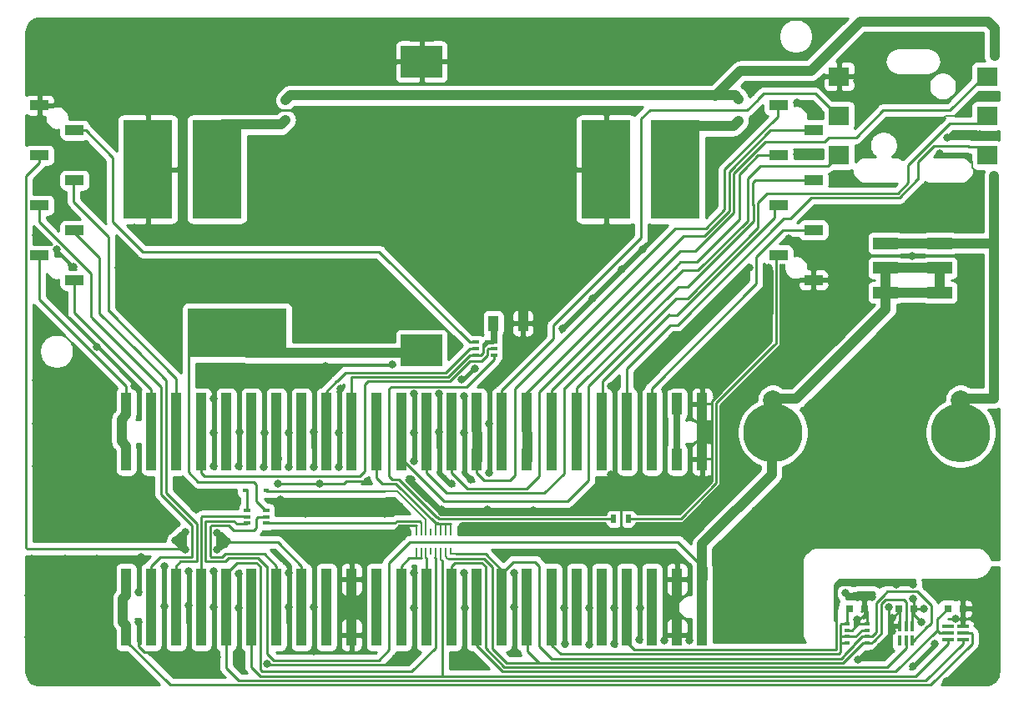
<source format=gtl>
G04 #@! TF.GenerationSoftware,KiCad,Pcbnew,(5.1.4)-1*
G04 #@! TF.CreationDate,2020-01-21T23:00:38-08:00*
G04 #@! TF.ProjectId,Light_intensity_data_logger,4c696768-745f-4696-9e74-656e73697479,rev?*
G04 #@! TF.SameCoordinates,Original*
G04 #@! TF.FileFunction,Copper,L1,Top*
G04 #@! TF.FilePolarity,Positive*
%FSLAX46Y46*%
G04 Gerber Fmt 4.6, Leading zero omitted, Abs format (unit mm)*
G04 Created by KiCad (PCBNEW (5.1.4)-1) date 2020-01-21 23:00:38*
%MOMM*%
%LPD*%
G04 APERTURE LIST*
%ADD10R,1.905000X1.016000*%
%ADD11R,2.000000X1.900000*%
%ADD12R,0.800000X0.750000*%
%ADD13R,1.020000X2.220000*%
%ADD14R,4.200000X3.200000*%
%ADD15C,2.000000*%
%ADD16C,6.000000*%
%ADD17R,0.600000X0.450000*%
%ADD18R,0.400000X1.000000*%
%ADD19R,10.000000X5.000000*%
%ADD20R,0.450000X0.600000*%
%ADD21R,5.000000X10.000000*%
%ADD22R,1.000000X1.600000*%
%ADD23R,0.500000X0.350000*%
%ADD24R,1.200000X0.350000*%
%ADD25R,2.500000X1.200000*%
%ADD26R,0.203200X0.685800*%
%ADD27R,0.500000X0.900000*%
%ADD28R,0.650000X0.400000*%
%ADD29C,0.800000*%
%ADD30C,1.000000*%
%ADD31C,0.250000*%
%ADD32C,0.200000*%
%ADD33C,0.254000*%
G04 APERTURE END LIST*
D10*
X153538540Y-54167460D03*
X153538540Y-49087460D03*
X149982540Y-51627460D03*
X149982540Y-46547460D03*
X149982540Y-56707460D03*
X153538540Y-44007460D03*
X153538540Y-59247460D03*
X149982540Y-41467460D03*
X75002540Y-41487460D03*
X78558540Y-44027460D03*
X75002540Y-46567460D03*
X78558540Y-49107460D03*
X75002540Y-51647460D03*
X78558540Y-54187460D03*
X75002540Y-56727460D03*
X78558540Y-59267460D03*
D11*
X171140000Y-46560000D03*
X171140000Y-42560000D03*
X171140000Y-38560000D03*
X156140000Y-46560000D03*
X156140000Y-42560000D03*
X156140000Y-38560000D03*
D12*
X168690000Y-92610000D03*
X167190000Y-92610000D03*
X163690000Y-92610000D03*
X162190000Y-92610000D03*
D13*
X83800000Y-89620000D03*
X83800000Y-95272000D03*
X86340000Y-89620000D03*
X86340000Y-95272000D03*
X88880000Y-89620000D03*
X91420000Y-95272000D03*
X88880000Y-95272000D03*
X91420000Y-89620000D03*
X101580000Y-89620000D03*
X96500000Y-95272000D03*
X101580000Y-95272000D03*
X99040000Y-89620000D03*
X99040000Y-95272000D03*
X93960000Y-89620000D03*
X93960000Y-95272000D03*
X96500000Y-89620000D03*
X109200000Y-95272000D03*
X111740000Y-89620000D03*
X104120000Y-89620000D03*
X106660000Y-89620000D03*
X106660000Y-95272000D03*
X111740000Y-95272000D03*
X109200000Y-89620000D03*
X104120000Y-95272000D03*
X116820000Y-95272000D03*
X121900000Y-89620000D03*
X119360000Y-95272000D03*
X121900000Y-95272000D03*
X119360000Y-89620000D03*
X114280000Y-95272000D03*
X114280000Y-89620000D03*
X116820000Y-89620000D03*
X126980000Y-95272000D03*
X129520000Y-89620000D03*
X129520000Y-95272000D03*
X132060000Y-95272000D03*
X124440000Y-89620000D03*
X132060000Y-89620000D03*
X124440000Y-95272000D03*
X126980000Y-89620000D03*
X134600000Y-95272000D03*
X137140000Y-89620000D03*
X139680000Y-89620000D03*
X139680000Y-95272000D03*
X134600000Y-89620000D03*
X137140000Y-95272000D03*
X142220000Y-89620000D03*
X142220000Y-95272000D03*
X142220000Y-77462000D03*
X142220000Y-71810000D03*
X139680000Y-77462000D03*
X139680000Y-71810000D03*
X137140000Y-77462000D03*
X137140000Y-71810000D03*
X134600000Y-77462000D03*
X134600000Y-71810000D03*
X132060000Y-77462000D03*
X132060000Y-71810000D03*
X129520000Y-77462000D03*
X129520000Y-71810000D03*
X126980000Y-77462000D03*
X126980000Y-71810000D03*
X124440000Y-77462000D03*
X124440000Y-71810000D03*
X121900000Y-77462000D03*
X121900000Y-71810000D03*
X119360000Y-77462000D03*
X119360000Y-71810000D03*
X116820000Y-77462000D03*
X116820000Y-71810000D03*
X114280000Y-77462000D03*
X114280000Y-71810000D03*
X111740000Y-77462000D03*
X111740000Y-71810000D03*
X109200000Y-77462000D03*
X109200000Y-71810000D03*
X106660000Y-77462000D03*
X106660000Y-71810000D03*
X104120000Y-77462000D03*
X104120000Y-71810000D03*
X101580000Y-77462000D03*
X101580000Y-71810000D03*
X99040000Y-77462000D03*
X99040000Y-71810000D03*
X96500000Y-77462000D03*
X96500000Y-71810000D03*
X93960000Y-77462000D03*
X93960000Y-71810000D03*
X91420000Y-77462000D03*
X91420000Y-71810000D03*
X88880000Y-77462000D03*
X88880000Y-71810000D03*
X86340000Y-77462000D03*
X86340000Y-71810000D03*
X83800000Y-77462000D03*
X83800000Y-71810000D03*
D14*
X113780000Y-66370000D03*
X113780000Y-37070000D03*
D15*
X168450000Y-71430000D03*
X149400000Y-71430000D03*
D16*
X149400000Y-74730000D03*
X168450000Y-74730000D03*
D17*
X98020000Y-80600000D03*
X95920000Y-80600000D03*
D18*
X162940000Y-95860000D03*
X162290000Y-95860000D03*
X163590000Y-95860000D03*
X162290000Y-94360000D03*
X162940000Y-94360000D03*
X163590000Y-94360000D03*
D19*
X95060000Y-64590000D03*
D20*
X146000000Y-40950000D03*
X146000000Y-43050000D03*
D21*
X132500000Y-48000000D03*
X139500000Y-48000000D03*
D22*
X121060000Y-63630000D03*
X124060000Y-63630000D03*
D23*
X156915001Y-94135000D03*
X156915001Y-94785000D03*
X156915001Y-95435000D03*
X156915001Y-96085000D03*
X158965000Y-96085000D03*
X158965000Y-95435000D03*
X158965000Y-94785000D03*
X158965000Y-94135000D03*
D24*
X168690000Y-95720000D03*
X167190000Y-95720000D03*
X168690000Y-95070000D03*
X168690000Y-94420000D03*
X167190000Y-95070000D03*
X167190000Y-94420000D03*
D25*
X166350000Y-60510000D03*
X166350000Y-58010000D03*
X166350000Y-55510000D03*
X160850000Y-55510000D03*
X160850000Y-58010000D03*
X160850000Y-60510000D03*
D26*
X113229998Y-86775200D03*
X113730000Y-86775200D03*
X114229999Y-86775200D03*
X114730000Y-86775200D03*
X115230000Y-86775200D03*
X115729998Y-86775200D03*
X116230000Y-86775200D03*
X116729999Y-86775200D03*
X116730002Y-84844800D03*
X116230000Y-84844800D03*
X115730001Y-84844800D03*
X115230000Y-84844800D03*
X114730000Y-84844800D03*
X114230002Y-84844800D03*
X113730000Y-84844800D03*
X113230001Y-84844800D03*
D27*
X133270000Y-83450000D03*
X134770000Y-83450000D03*
D28*
X96090000Y-82630000D03*
X96090000Y-83930000D03*
X97990000Y-83280000D03*
X96090000Y-83280000D03*
X97990000Y-83930000D03*
X97990000Y-82630000D03*
X119230000Y-65560000D03*
X119230000Y-66860000D03*
X121130000Y-66210000D03*
X119230000Y-66210000D03*
X121130000Y-66860000D03*
X121130000Y-65560000D03*
D20*
X100000000Y-40950000D03*
X100000000Y-43050000D03*
D12*
X157190000Y-92590000D03*
X158690000Y-92590000D03*
D21*
X86000000Y-48000000D03*
X93000000Y-48000000D03*
D29*
X161560000Y-93560000D03*
X161480000Y-94880000D03*
X161188703Y-92437044D03*
X158100000Y-91370000D03*
X159470000Y-91420000D03*
X167940000Y-93600000D03*
X169810000Y-93640000D03*
X158010000Y-97810000D03*
X160320000Y-96470000D03*
X139690000Y-91410000D03*
X139664999Y-93535001D03*
X142230000Y-73580000D03*
X142255001Y-75734999D03*
X106670000Y-91640000D03*
X106670000Y-93490000D03*
X87750000Y-55080000D03*
X93870000Y-55080000D03*
X99070000Y-55080000D03*
X103010000Y-55080000D03*
X107370000Y-55080000D03*
X116770000Y-48940000D03*
X118010000Y-55080000D03*
X129215000Y-54185000D03*
X124070000Y-60680000D03*
X88580000Y-41150000D03*
X92300000Y-41040000D03*
X104460000Y-38560000D03*
X108700000Y-38620000D03*
X110390000Y-37220000D03*
X158000000Y-39000000D03*
X154260000Y-39070000D03*
X164980000Y-40770000D03*
X157170000Y-36260000D03*
X159490000Y-34790000D03*
X163170000Y-34420000D03*
X161980000Y-40950000D03*
X162290000Y-43360000D03*
X170340000Y-34530000D03*
X166460000Y-34470000D03*
X144630000Y-46460000D03*
X143000000Y-49000000D03*
X143000000Y-52000000D03*
X138000000Y-54000000D03*
X128090000Y-64180000D03*
X131120000Y-61160000D03*
X134090000Y-58170000D03*
X136170000Y-56110000D03*
X134000000Y-55000000D03*
X130000000Y-58000000D03*
X127000000Y-61000000D03*
X124980000Y-57710000D03*
X122020000Y-47240000D03*
X121100000Y-59810000D03*
X119000000Y-63000000D03*
X112580000Y-57500000D03*
X116000000Y-60490000D03*
X117000000Y-66000000D03*
X114000000Y-63000000D03*
X110000000Y-65000000D03*
X109000000Y-58000000D03*
X105000000Y-61000000D03*
X102000000Y-65000000D03*
X100000000Y-58000000D03*
X90990000Y-57440000D03*
X86840000Y-57620000D03*
X84440000Y-63040000D03*
X95000000Y-60000000D03*
X83000000Y-58000000D03*
X84660000Y-69970000D03*
X80850000Y-66010000D03*
X77520000Y-61870000D03*
X91450000Y-68150000D03*
X88930000Y-67590000D03*
X97500000Y-68670000D03*
X104000000Y-68000000D03*
X74000000Y-40000000D03*
X74000000Y-35000000D03*
X76000000Y-33000000D03*
X80000000Y-33000000D03*
X85000000Y-33000000D03*
X90000000Y-33000000D03*
X95000000Y-33000000D03*
X100000000Y-33000000D03*
X105000000Y-33000000D03*
X110000000Y-33000000D03*
X115000000Y-33000000D03*
X120000000Y-33000000D03*
X124000000Y-33000000D03*
X129000000Y-33000000D03*
X134000000Y-33000000D03*
X139000000Y-33000000D03*
X144000000Y-33000000D03*
X150000000Y-33000000D03*
X155000000Y-33000000D03*
X119910000Y-38790000D03*
X124770000Y-38920000D03*
X130130000Y-38860000D03*
X135050000Y-38860000D03*
X139790000Y-38860000D03*
X148000000Y-36000000D03*
X77630000Y-40350000D03*
X75850000Y-39490000D03*
X80510000Y-41490000D03*
X96910000Y-51330000D03*
X101790000Y-44230000D03*
X110010000Y-42340000D03*
X115230000Y-42170000D03*
X120370000Y-42090000D03*
X126000000Y-46000000D03*
X110440000Y-48590000D03*
X96570000Y-46880000D03*
X102050000Y-49540000D03*
X105210000Y-42340000D03*
X125070000Y-42090000D03*
X124000000Y-51000000D03*
X169090000Y-42050000D03*
X170320000Y-48660000D03*
X170400000Y-52860000D03*
X151000000Y-55000000D03*
X147000000Y-58000000D03*
X144000000Y-62000000D03*
X141000000Y-64000000D03*
X139000000Y-67000000D03*
X136000000Y-69000000D03*
X133000000Y-70000000D03*
X133000000Y-79000000D03*
X130000000Y-82000000D03*
X134000000Y-82000000D03*
X138000000Y-82000000D03*
X141000000Y-81000000D03*
X136000000Y-80000000D03*
X139000000Y-70000000D03*
X143750000Y-70410000D03*
X142000000Y-69000000D03*
X143000000Y-66000000D03*
X146120000Y-67950000D03*
X146000000Y-63000000D03*
X148910000Y-65270000D03*
X149000000Y-58000000D03*
X118000000Y-84500000D03*
X121500000Y-84500000D03*
X126500000Y-84500000D03*
X131500000Y-84500000D03*
X136500000Y-84500000D03*
X140350000Y-84310000D03*
X142790000Y-81860000D03*
X144470000Y-79230000D03*
X144490000Y-75710000D03*
X144620000Y-72030000D03*
X147730000Y-68740000D03*
X150790000Y-65840000D03*
X164900000Y-49860000D03*
X161440000Y-52020000D03*
X156940000Y-51990000D03*
X152870000Y-63160000D03*
X99500000Y-81500000D03*
X102000000Y-83000000D03*
X106500000Y-82000000D03*
X110000000Y-83000000D03*
X108300000Y-79650000D03*
X118130000Y-92510000D03*
X120040000Y-98500000D03*
X117000000Y-98500000D03*
X113000000Y-89000000D03*
X113000000Y-92500000D03*
X113000000Y-97000000D03*
X111000000Y-98000000D03*
X78120000Y-72750000D03*
X78210000Y-81830000D03*
X79310000Y-92610000D03*
X74620000Y-69410000D03*
X75000000Y-63000000D03*
X79000000Y-67000000D03*
X82000000Y-70300000D03*
X73930000Y-95520000D03*
X83100000Y-85460000D03*
X81820000Y-74500000D03*
X82080000Y-78780000D03*
X74760000Y-85410000D03*
X86220000Y-80390000D03*
X87430000Y-85380000D03*
X90620000Y-81740000D03*
X79260000Y-100030000D03*
X74400000Y-99730000D03*
X85350000Y-87340000D03*
X82230000Y-90420000D03*
X86170000Y-99930000D03*
X90160000Y-92260000D03*
X87730000Y-92330000D03*
X87800000Y-97580000D03*
X90400000Y-99220000D03*
X93020000Y-97520000D03*
X172010000Y-86000000D03*
X166330000Y-85860000D03*
X161690000Y-85860000D03*
X158100000Y-86030000D03*
X154010000Y-86000000D03*
X152010000Y-89000000D03*
X152010000Y-93000000D03*
X152100000Y-95620000D03*
X148270000Y-95710000D03*
X143770000Y-95670000D03*
X143790000Y-91680000D03*
X143740000Y-86920000D03*
X147650000Y-82630000D03*
X147950000Y-91770000D03*
X157630000Y-80300000D03*
X155930000Y-69360000D03*
X153370000Y-75030000D03*
X153170000Y-72440000D03*
X160900000Y-65170000D03*
X167010000Y-100000000D03*
X171010000Y-100000000D03*
X171200000Y-96010000D03*
X172010000Y-93000000D03*
X172010000Y-89000000D03*
X165010000Y-90000000D03*
X166690000Y-91300000D03*
X169860000Y-91410000D03*
X169180000Y-98100000D03*
X98140000Y-98240000D03*
X158200000Y-46330000D03*
X151830000Y-46440000D03*
X155650000Y-48810000D03*
X100560000Y-85100000D03*
X103700000Y-85060000D03*
X106940000Y-84970000D03*
X111760000Y-85000000D03*
X108490000Y-87550000D03*
X105520000Y-87600000D03*
X103340000Y-87550000D03*
X80940000Y-51170000D03*
X79860000Y-46730000D03*
X75490000Y-49530000D03*
X74590000Y-44260000D03*
X122050000Y-86970000D03*
X126660000Y-87130000D03*
X130640000Y-87130000D03*
X133870000Y-87060000D03*
X138370000Y-87080000D03*
X89490000Y-42870000D03*
X89490000Y-45490000D03*
X89490000Y-47980000D03*
X89490000Y-50500000D03*
X89520000Y-53330000D03*
X84650000Y-53960000D03*
X86030000Y-41510000D03*
X83330000Y-41580000D03*
X82390000Y-45060000D03*
X134610000Y-41990000D03*
X132540000Y-41970000D03*
X129180000Y-42090000D03*
X128730000Y-44860000D03*
X128610000Y-48100000D03*
X128810000Y-51130000D03*
X132020000Y-54340000D03*
X117150000Y-37120000D03*
X114000000Y-34530000D03*
X110620000Y-34920000D03*
X117010000Y-34890000D03*
X125070000Y-82590000D03*
X120480000Y-82570000D03*
X115810000Y-82520000D03*
X112740000Y-79500000D03*
X120600000Y-69670000D03*
X122730000Y-67250000D03*
X125990000Y-63450000D03*
X124900000Y-65620000D03*
X122560000Y-62110000D03*
X120660000Y-73810000D03*
X120646678Y-78825000D03*
X113020000Y-74720000D03*
X113010000Y-70815000D03*
X113012653Y-77627347D03*
X92680000Y-74780000D03*
X92710000Y-71320000D03*
X95290000Y-74630000D03*
X100340000Y-74720000D03*
X102840000Y-78190000D03*
X102840000Y-74670000D03*
X105360000Y-74740000D03*
X115570000Y-74650000D03*
X118120000Y-74740000D03*
X115550000Y-70815000D03*
X116780000Y-79950000D03*
X105400000Y-78220000D03*
X105530000Y-70300000D03*
X118800000Y-79490000D03*
X118100000Y-70990000D03*
X92710000Y-92480000D03*
X92710000Y-88840000D03*
X95260000Y-92520000D03*
X95260000Y-89070000D03*
X95500000Y-98580000D03*
X100320000Y-88940000D03*
X100310000Y-92480000D03*
X100310000Y-96830000D03*
X102870000Y-96930000D03*
X102830000Y-92490000D03*
X118090000Y-88990000D03*
X123190000Y-92490000D03*
X123180000Y-89010000D03*
X123170000Y-97100000D03*
X128300000Y-96210000D03*
X128280000Y-92500000D03*
X130760000Y-92500000D03*
X130760000Y-96230000D03*
X133340000Y-96160000D03*
X133340000Y-92520000D03*
X135910000Y-92500000D03*
X135870000Y-95730000D03*
X138400000Y-95830000D03*
X140970000Y-95830000D03*
X163640000Y-98450000D03*
X165860000Y-96190000D03*
X153210000Y-57350000D03*
X155450000Y-59310000D03*
X153530000Y-60710000D03*
X150630000Y-59020000D03*
X155050000Y-60560000D03*
X153410000Y-52620000D03*
X152180000Y-60660000D03*
X154980000Y-57890000D03*
X122610000Y-65010000D03*
X125590000Y-61870000D03*
X117820000Y-69365000D03*
X119222347Y-68192347D03*
X144090000Y-37930000D03*
X165310000Y-43360000D03*
X74650000Y-78170000D03*
X82330000Y-95470000D03*
X74620000Y-73780000D03*
X157940000Y-93710000D03*
X156810000Y-91020000D03*
X74630000Y-54650000D03*
X76730000Y-56140000D03*
X78440000Y-57880000D03*
X110790000Y-67830000D03*
X92710000Y-78140000D03*
X95220000Y-78140000D03*
X97790000Y-78230000D03*
X100310000Y-78230000D03*
X97820000Y-74730000D03*
X95250000Y-69640000D03*
X100310000Y-69640000D03*
X103410000Y-79935000D03*
X99170000Y-79890000D03*
X89000000Y-79550000D03*
X94990000Y-81690000D03*
X85060000Y-93940000D03*
X90180000Y-88820000D03*
X87670000Y-88260000D03*
X85100000Y-90960000D03*
X151860000Y-41260000D03*
X148190000Y-42550000D03*
X171260000Y-78300000D03*
X170400000Y-57060000D03*
X158470000Y-57380000D03*
X167100000Y-52700000D03*
X167130000Y-44790000D03*
X170380000Y-44410000D03*
X167660000Y-81950000D03*
X170430000Y-61310000D03*
X170470000Y-65890000D03*
X165270000Y-72370000D03*
X166050000Y-78020000D03*
X151080000Y-78330000D03*
X156090000Y-40650000D03*
X147040000Y-39760000D03*
X158140000Y-42700000D03*
X159960000Y-72940000D03*
X74250000Y-87530000D03*
X73910000Y-91270000D03*
X77620000Y-87530000D03*
X80850000Y-87550000D03*
X78150000Y-96850000D03*
X79260000Y-85280000D03*
X169170000Y-38210000D03*
X162680000Y-46500000D03*
X166370000Y-46430000D03*
X154210000Y-46500000D03*
X154250000Y-42550000D03*
X150920000Y-69570000D03*
X155100000Y-65380000D03*
X158110000Y-62730000D03*
X147290000Y-71290000D03*
X171940000Y-72760000D03*
X170410000Y-69810000D03*
X163540000Y-56770000D03*
X164790000Y-61980000D03*
X158550000Y-33020000D03*
X160900000Y-33020000D03*
X162850000Y-33020000D03*
X165120000Y-33020000D03*
X167110000Y-33020000D03*
X169050000Y-33020000D03*
X171170000Y-33020000D03*
X171900000Y-34420000D03*
X171900000Y-36450000D03*
X171860000Y-48580000D03*
X171860000Y-50570000D03*
X171860000Y-52830000D03*
X171860000Y-54910000D03*
X171860000Y-56770000D03*
X171860000Y-58600000D03*
X171870000Y-60850000D03*
X171870000Y-63520000D03*
X171870000Y-66070000D03*
X164740000Y-92620000D03*
X163640000Y-91600000D03*
X163638807Y-90149999D03*
X161910000Y-90149999D03*
X164480000Y-93960000D03*
X160250000Y-90150000D03*
X93045020Y-86644990D03*
X93045020Y-84875020D03*
X94010000Y-85800000D03*
X89794980Y-86614980D03*
X88830000Y-85690000D03*
X89794980Y-84845010D03*
D30*
X114000000Y-66650000D02*
X96110000Y-66650000D01*
X96110000Y-66650000D02*
X95420000Y-65960000D01*
D31*
X95100000Y-65580000D02*
X96400000Y-65580000D01*
X96400000Y-65580000D02*
X97730000Y-66910000D01*
X95060000Y-64590000D02*
X92500000Y-64590000D01*
X92500000Y-64590000D02*
X90160000Y-66930000D01*
X90160000Y-66930000D02*
X90160000Y-78407002D01*
X90160000Y-78407002D02*
X90160000Y-78770000D01*
X97020000Y-80080000D02*
X97020000Y-81710000D01*
X97020000Y-81710000D02*
X97910000Y-82600000D01*
X90160000Y-78770000D02*
X91110000Y-79720000D01*
X91110000Y-79720000D02*
X96760000Y-79720000D01*
X96760000Y-79720000D02*
X97010000Y-79970000D01*
X97010000Y-79970000D02*
X97010000Y-80200000D01*
X158965000Y-93710000D02*
X158970000Y-93705000D01*
X158965000Y-94135000D02*
X158965000Y-93710000D01*
X158970000Y-92830000D02*
X158730000Y-92590000D01*
X158420000Y-92850000D02*
X158670000Y-92600000D01*
X162290000Y-94360000D02*
X162290000Y-93610000D01*
X168690000Y-92610000D02*
X168690000Y-94430000D01*
X158970000Y-93480000D02*
X158970000Y-92830000D01*
X158970000Y-93705000D02*
X158970000Y-93480000D01*
X162290000Y-93380000D02*
X162290000Y-92650000D01*
X162290000Y-93610000D02*
X162290000Y-93380000D01*
D30*
X86000000Y-48000000D02*
X86000000Y-50500000D01*
X132500000Y-50500000D02*
X132500000Y-48000000D01*
X139690000Y-89594000D02*
X139690000Y-91410000D01*
X139664999Y-95204999D02*
X139670000Y-95210000D01*
X142255001Y-73919001D02*
X142255001Y-75734999D01*
X142230000Y-71784000D02*
X142230000Y-73580000D01*
X142230000Y-73894000D02*
X142255001Y-73919001D01*
X142255001Y-77654999D02*
X142210000Y-77700000D01*
X106670000Y-89594000D02*
X106670000Y-91640000D01*
X106670000Y-95860000D02*
X106670000Y-95246000D01*
D31*
X156915001Y-94785000D02*
X157415001Y-94785000D01*
X158060001Y-94140000D02*
X158980000Y-94140000D01*
X162190000Y-92610000D02*
X162190000Y-92930000D01*
X162190000Y-92930000D02*
X161560000Y-93560000D01*
X161480000Y-94880000D02*
X161480000Y-93620000D01*
X161480000Y-93620000D02*
X161188703Y-93328703D01*
X161188703Y-93328703D02*
X161188703Y-92437044D01*
X157685000Y-93625000D02*
X157740000Y-93570000D01*
X157685000Y-94515000D02*
X158060001Y-94140000D01*
X157415001Y-94785000D02*
X157685000Y-94515000D01*
X158100000Y-91370000D02*
X159420000Y-91370000D01*
X159420000Y-91370000D02*
X159470000Y-91420000D01*
X158690000Y-91965000D02*
X158700000Y-91955000D01*
X158690000Y-92590000D02*
X158690000Y-91965000D01*
X158700000Y-91955000D02*
X158700000Y-91380000D01*
X158690000Y-93215000D02*
X158325000Y-93580000D01*
X158690000Y-92590000D02*
X158690000Y-93215000D01*
X157740000Y-94135685D02*
X157730000Y-94145685D01*
X157740000Y-93570000D02*
X157740000Y-94135685D01*
X157730000Y-94145685D02*
X157730000Y-94450000D01*
X167680000Y-93620000D02*
X167180000Y-93620000D01*
X168580000Y-93620000D02*
X169790000Y-93620000D01*
X169790000Y-93620000D02*
X169810000Y-93640000D01*
X167180000Y-93620000D02*
X169840000Y-93620000D01*
X169840000Y-93620000D02*
X169850000Y-93630000D01*
X161480000Y-94880000D02*
X158550000Y-97810000D01*
X158550000Y-97810000D02*
X158010000Y-97810000D01*
D30*
X139664999Y-93535001D02*
X139664999Y-95204999D01*
X142230000Y-73580000D02*
X142230000Y-73894000D01*
X142255001Y-75734999D02*
X142255001Y-77654999D01*
X106670000Y-91640000D02*
X106670000Y-93490000D01*
X106670000Y-93490000D02*
X106670000Y-95860000D01*
D32*
X113230001Y-84844800D02*
X113230000Y-84301899D01*
X113230000Y-84301899D02*
X113230000Y-84160000D01*
D31*
X106710000Y-88940000D02*
X106670000Y-88940000D01*
X111490000Y-84160000D02*
X113230000Y-84160000D01*
X113230000Y-84160000D02*
X113240000Y-84160000D01*
X86000000Y-48000000D02*
X86000000Y-42750000D01*
D30*
X128320000Y-55080000D02*
X129215000Y-54185000D01*
X132560000Y-50840000D02*
X132560000Y-49380000D01*
X90670000Y-37330000D02*
X94210000Y-37330000D01*
X124060000Y-61830000D02*
X124070000Y-61820000D01*
X124060000Y-63630000D02*
X124060000Y-61830000D01*
X124070000Y-61820000D02*
X124070000Y-60680000D01*
D31*
X142220000Y-71810000D02*
X142980000Y-71810000D01*
X153120000Y-59540000D02*
X153120000Y-59250000D01*
D30*
X93870000Y-55080000D02*
X99070000Y-55080000D01*
X99070000Y-55080000D02*
X103010000Y-55080000D01*
X103010000Y-55080000D02*
X107370000Y-55080000D01*
X107370000Y-55080000D02*
X112530000Y-55080000D01*
X112530000Y-55080000D02*
X118010000Y-55080000D01*
X118010000Y-55080000D02*
X122260000Y-55080000D01*
X122260000Y-55080000D02*
X126690000Y-55080000D01*
X126690000Y-55080000D02*
X128320000Y-55080000D01*
X124070000Y-57240000D02*
X124070000Y-55140000D01*
X124070000Y-60680000D02*
X124070000Y-57240000D01*
X90205000Y-37795000D02*
X90670000Y-37330000D01*
X94210000Y-37330000D02*
X98480000Y-37330000D01*
X98480000Y-37330000D02*
X102930000Y-37330000D01*
X102930000Y-37330000D02*
X107060000Y-37330000D01*
X107060000Y-37330000D02*
X110560000Y-37330000D01*
D31*
X80510000Y-41490000D02*
X74680000Y-41490000D01*
X110144305Y-98290010D02*
X98190010Y-98290010D01*
X111000000Y-98000000D02*
X110434315Y-98000000D01*
X110434315Y-98000000D02*
X110144305Y-98290010D01*
D32*
X98190010Y-98290010D02*
X98140000Y-98240000D01*
X110579999Y-85820001D02*
X110579999Y-85300001D01*
X110180000Y-86220000D02*
X110579999Y-85820001D01*
X110579999Y-85300001D02*
X111550000Y-84330000D01*
X111550000Y-84330000D02*
X112470000Y-84330000D01*
X112470000Y-84330000D02*
X112480000Y-84330000D01*
D31*
X130000000Y-82000000D02*
X129410000Y-82590000D01*
X129410000Y-82590000D02*
X125070000Y-82590000D01*
X125070000Y-82590000D02*
X120500000Y-82590000D01*
X120500000Y-82590000D02*
X120480000Y-82570000D01*
X120480000Y-82570000D02*
X115860000Y-82570000D01*
X115860000Y-82570000D02*
X115810000Y-82520000D01*
X115810000Y-82520000D02*
X112790000Y-79500000D01*
X112790000Y-79500000D02*
X112740000Y-79500000D01*
X120600000Y-69670000D02*
X120600000Y-73750000D01*
X120600000Y-73750000D02*
X120660000Y-73810000D01*
X120660000Y-73810000D02*
X120660000Y-78811678D01*
X120660000Y-78811678D02*
X120646678Y-78825000D01*
X113020000Y-74720000D02*
X113020000Y-70825000D01*
X113020000Y-70825000D02*
X113010000Y-70815000D01*
X113020000Y-74720000D02*
X113020000Y-77620000D01*
X113020000Y-77620000D02*
X113012653Y-77627347D01*
X115570000Y-74650000D02*
X115570000Y-70835000D01*
X115570000Y-70835000D02*
X115550000Y-70815000D01*
X115570000Y-74650000D02*
X115570000Y-78740000D01*
X115570000Y-78740000D02*
X116780000Y-79950000D01*
D30*
X152175009Y-64418141D02*
X148296575Y-68296575D01*
X148296575Y-68296575D02*
X144505010Y-72088140D01*
X144505009Y-80191731D02*
X140411730Y-84285010D01*
X144505010Y-72088140D02*
X144505009Y-80191731D01*
X130760000Y-84285010D02*
X118020000Y-84285010D01*
D31*
X142220000Y-77462000D02*
X142220000Y-80673590D01*
X127880000Y-83009990D02*
X126709990Y-83009990D01*
X114356410Y-81630000D02*
X114266410Y-81630000D01*
X126709990Y-83009990D02*
X115736400Y-83009990D01*
X115736400Y-83009990D02*
X114356410Y-81630000D01*
X114266410Y-81630000D02*
X112148205Y-79511795D01*
X112148205Y-79511795D02*
X112180000Y-79480000D01*
X112180000Y-79480000D02*
X112310000Y-79480000D01*
X114870000Y-82040000D02*
X114890000Y-82040000D01*
X112310000Y-79480000D02*
X114870000Y-82040000D01*
X114890000Y-82040000D02*
X115700000Y-82850000D01*
X115700000Y-82850000D02*
X123090000Y-82850000D01*
X123090000Y-82850000D02*
X123120000Y-82820000D01*
X143000000Y-79830000D02*
X142970000Y-79800000D01*
X142970000Y-79800000D02*
X142850000Y-79800000D01*
X142850000Y-79800000D02*
X139820000Y-82830000D01*
X142960000Y-79930000D02*
X143229990Y-79660010D01*
X142900000Y-79930000D02*
X142960000Y-79930000D01*
X142900000Y-79930000D02*
X143000000Y-79830000D01*
X140010000Y-82820000D02*
X142900000Y-79930000D01*
X143229990Y-79660010D02*
X143229991Y-71560009D01*
X143229991Y-71560009D02*
X144235000Y-70555000D01*
X143229990Y-79660010D02*
X143229990Y-77410000D01*
X143229990Y-77410000D02*
X142320000Y-77410000D01*
X142320000Y-77410000D02*
X142310000Y-77400000D01*
X142795685Y-73580000D02*
X142835685Y-73540000D01*
X142230000Y-73580000D02*
X142795685Y-73580000D01*
X142835685Y-73540000D02*
X143010000Y-73540000D01*
X143010000Y-73540000D02*
X143020000Y-73550000D01*
X143020000Y-73550000D02*
X143020000Y-75780000D01*
X118540000Y-68740000D02*
X118510000Y-68740000D01*
X118510000Y-68740000D02*
X117760000Y-69490000D01*
X117820000Y-69365000D02*
X118049694Y-69365000D01*
X118049694Y-69365000D02*
X119222347Y-68192347D01*
X103000000Y-45000000D02*
X102230000Y-44230000D01*
X102230000Y-44230000D02*
X102230000Y-44210000D01*
X102230000Y-44210000D02*
X101970000Y-43950000D01*
X158970000Y-93480000D02*
X158720000Y-93480000D01*
X158720000Y-93480000D02*
X158810000Y-93390000D01*
X158810000Y-93390000D02*
X158810000Y-92980000D01*
X158720000Y-93480000D02*
X158600000Y-93480000D01*
X158600000Y-93480000D02*
X158540000Y-93540000D01*
X157810000Y-93580000D02*
X157940000Y-93710000D01*
X157780000Y-93580000D02*
X157810000Y-93580000D01*
X157780000Y-93580000D02*
X157710000Y-93580000D01*
X158325000Y-93580000D02*
X157780000Y-93580000D01*
X158100000Y-91370000D02*
X157160000Y-91370000D01*
X157160000Y-91370000D02*
X156810000Y-91020000D01*
X117000000Y-65434315D02*
X116970000Y-65404315D01*
X117000000Y-66000000D02*
X117000000Y-65434315D01*
X116970000Y-65404315D02*
X116970000Y-64990000D01*
X116970000Y-64990000D02*
X114970000Y-62990000D01*
X114970000Y-62990000D02*
X113960000Y-62990000D01*
X153160000Y-59160000D02*
X153410000Y-59160000D01*
X144850000Y-69750000D02*
X144810000Y-69750000D01*
X144810000Y-69750000D02*
X143410000Y-71150000D01*
X111490000Y-84160000D02*
X111269990Y-84380010D01*
X111269990Y-84380010D02*
X110640000Y-85010000D01*
D32*
X79000000Y-67000000D02*
X79000000Y-66520000D01*
X79000000Y-66520000D02*
X78970000Y-66490000D01*
X78970000Y-66490000D02*
X78970000Y-66300000D01*
X78970000Y-66300000D02*
X76950000Y-64280000D01*
D31*
X149070000Y-58000000D02*
X149309990Y-58239990D01*
X149000000Y-58000000D02*
X149070000Y-58000000D01*
X149309990Y-58239990D02*
X149309990Y-62670010D01*
X149309990Y-62670010D02*
X149110000Y-62470020D01*
X149110000Y-62470020D02*
X149110000Y-58270000D01*
X148000000Y-65000000D02*
X148000000Y-63900000D01*
X148000000Y-63900000D02*
X149280000Y-62620000D01*
X151160000Y-60090000D02*
X150490000Y-59420000D01*
X150335001Y-57684991D02*
X150335001Y-62754999D01*
X150335001Y-62754999D02*
X150580000Y-62510000D01*
X150580000Y-62510000D02*
X150580000Y-62260000D01*
X150490000Y-59420000D02*
X150490000Y-57640000D01*
X76730000Y-56140000D02*
X76730000Y-56170000D01*
X76730000Y-56170000D02*
X78440000Y-57880000D01*
X120480000Y-82570000D02*
X120919990Y-83009990D01*
X120919990Y-83009990D02*
X132500000Y-83009990D01*
X132500000Y-83009990D02*
X132500000Y-82820000D01*
X132500000Y-82820000D02*
X132740000Y-82580000D01*
X135290000Y-82580000D02*
X135699990Y-82989990D01*
X132740000Y-82580000D02*
X135290000Y-82580000D01*
X135699990Y-82989990D02*
X138340010Y-82989990D01*
X138340010Y-82989990D02*
X139903600Y-82989990D01*
X139903600Y-82989990D02*
X143229990Y-79663600D01*
X143229990Y-79663600D02*
X143133590Y-79760000D01*
X143133590Y-79760000D02*
X143133590Y-79223590D01*
X143133590Y-79223590D02*
X143070000Y-79160000D01*
X143070000Y-79160000D02*
X142970000Y-79260000D01*
X142970000Y-79260000D02*
X142970000Y-79710000D01*
X140600001Y-81399999D02*
X140600001Y-81909999D01*
X141000000Y-81000000D02*
X140600001Y-81399999D01*
X140600001Y-81909999D02*
X139680000Y-82830000D01*
X139680000Y-82830000D02*
X135690000Y-82830000D01*
X121045685Y-82570000D02*
X121315685Y-82840000D01*
X120480000Y-82570000D02*
X121045685Y-82570000D01*
X121315685Y-82840000D02*
X132420000Y-82840000D01*
X140276400Y-83890010D02*
X139376382Y-83890010D01*
X144470000Y-79230000D02*
X144470000Y-79696410D01*
X144470000Y-79696410D02*
X140276400Y-83890010D01*
X139376382Y-83890010D02*
X135530000Y-83890010D01*
X135530000Y-83890010D02*
X135530000Y-84040000D01*
X135530000Y-84040000D02*
X135080000Y-84490000D01*
X135080000Y-84490000D02*
X132820000Y-84490000D01*
X132820000Y-84490000D02*
X132420000Y-84090000D01*
X132420000Y-83920000D02*
X132410010Y-83910010D01*
X132420000Y-84090000D02*
X132420000Y-83920000D01*
X132410010Y-83910010D02*
X130670000Y-83910010D01*
X130670000Y-83910010D02*
X131120010Y-83910010D01*
X131120010Y-83910010D02*
X131310000Y-84100000D01*
X131310000Y-84100000D02*
X132280000Y-84100000D01*
X132790000Y-84610000D02*
X135630000Y-84610000D01*
X132280000Y-84100000D02*
X132790000Y-84610000D01*
X135630000Y-84610000D02*
X135640000Y-84600000D01*
X135640000Y-84600000D02*
X135640000Y-84160000D01*
X135640000Y-84160000D02*
X135710000Y-84090000D01*
X135710000Y-84090000D02*
X140300000Y-84090000D01*
D30*
X150594315Y-60090000D02*
X150585010Y-60099305D01*
X151160000Y-60090000D02*
X150594315Y-60090000D01*
X150585010Y-66008140D02*
X144505010Y-72088140D01*
X150585010Y-60099305D02*
X150585010Y-66008140D01*
X144505009Y-80191731D02*
X140915010Y-83781730D01*
X146690000Y-63934315D02*
X148934990Y-61689325D01*
X146690000Y-64500000D02*
X146690000Y-63934315D01*
X148934990Y-63288270D02*
X148924990Y-63298270D01*
X148934990Y-61689325D02*
X148934990Y-63288270D01*
X148924990Y-63298270D02*
X148924990Y-65334680D01*
X148924990Y-65334680D02*
X143819835Y-70439835D01*
D31*
X142220000Y-71810000D02*
X143229990Y-71810000D01*
X134000000Y-82565685D02*
X133990000Y-82575685D01*
X134000000Y-82000000D02*
X134000000Y-82565685D01*
X133990000Y-82575685D02*
X133990000Y-84015002D01*
X133990000Y-84015002D02*
X133990000Y-84440000D01*
X133990000Y-84440000D02*
X133770000Y-84660000D01*
X133770000Y-84660000D02*
X131590000Y-84660000D01*
X131590000Y-84660000D02*
X131450000Y-84520000D01*
X150594315Y-60090000D02*
X150544315Y-60140000D01*
X150250000Y-60140000D02*
X150210010Y-60100010D01*
X150544315Y-60140000D02*
X150250000Y-60140000D01*
X150210010Y-60100010D02*
X150210010Y-57690000D01*
X108300000Y-79650000D02*
X106165000Y-79650000D01*
X106165000Y-79650000D02*
X105880000Y-79935000D01*
X105880000Y-79935000D02*
X99215000Y-79935000D01*
X99215000Y-79935000D02*
X99170000Y-79890000D01*
X85040000Y-96463590D02*
X85040000Y-94140000D01*
X87800000Y-97580000D02*
X87800000Y-97150000D01*
X87800000Y-97150000D02*
X87670000Y-97020000D01*
X87670000Y-97020000D02*
X85640000Y-97020000D01*
X85640000Y-97020000D02*
X85060000Y-96440000D01*
X101790000Y-43664315D02*
X101750000Y-43624315D01*
X101790000Y-44230000D02*
X101790000Y-43664315D01*
X101750000Y-43624315D02*
X101750000Y-42220000D01*
X101750000Y-42220000D02*
X101510000Y-41980000D01*
X101510000Y-41980000D02*
X96870000Y-41980000D01*
X96870000Y-41980000D02*
X95510000Y-40620000D01*
X75889999Y-49929999D02*
X75889999Y-49939999D01*
X75490000Y-49530000D02*
X75889999Y-49929999D01*
X75889999Y-49939999D02*
X76740000Y-50790000D01*
D32*
X165310000Y-43360000D02*
X166210000Y-43360000D01*
X166210000Y-43360000D02*
X166950000Y-42620000D01*
X166950000Y-42620000D02*
X168060000Y-42620000D01*
X168060000Y-42620000D02*
X168500000Y-42180000D01*
X169920001Y-48260001D02*
X169920001Y-48100001D01*
X170320000Y-48660000D02*
X169920001Y-48260001D01*
X169920001Y-48100001D02*
X169660000Y-47840000D01*
X169660000Y-47840000D02*
X169660000Y-47200000D01*
X169660000Y-47200000D02*
X168890000Y-46430000D01*
X168890000Y-46430000D02*
X166370000Y-46430000D01*
D30*
X93230000Y-45050000D02*
X93310000Y-45130000D01*
X93310000Y-45130000D02*
X93310000Y-45680000D01*
X93000000Y-48000000D02*
X93000000Y-44090000D01*
X93000000Y-44090000D02*
X93630000Y-43460000D01*
X93630000Y-43460000D02*
X99510000Y-43460000D01*
X99510000Y-43460000D02*
X99980000Y-42990000D01*
X151780000Y-37990000D02*
X146130000Y-37990000D01*
X146130000Y-37990000D02*
X143610000Y-40510000D01*
X151780000Y-37990000D02*
X153290000Y-37990000D01*
X153290000Y-37990000D02*
X158260000Y-33020000D01*
X158260000Y-33020000D02*
X158270000Y-33010000D01*
X102675000Y-40500000D02*
X100450000Y-40500000D01*
X100450000Y-40500000D02*
X99980000Y-40970000D01*
X142830000Y-40500000D02*
X145580000Y-40500000D01*
X142830000Y-40500000D02*
X143720000Y-40500000D01*
X102675000Y-40500000D02*
X142830000Y-40500000D01*
X145580000Y-40500000D02*
X145940000Y-40860000D01*
X158260000Y-33020000D02*
X158550000Y-33020000D01*
X171230000Y-33020000D02*
X171900000Y-33690000D01*
X171900000Y-33690000D02*
X171900000Y-34420000D01*
X158550000Y-33020000D02*
X160900000Y-33020000D01*
X160900000Y-33020000D02*
X162850000Y-33020000D01*
X162850000Y-33020000D02*
X165120000Y-33020000D01*
X165120000Y-33020000D02*
X167110000Y-33020000D01*
X167110000Y-33020000D02*
X169050000Y-33020000D01*
X169050000Y-33020000D02*
X171170000Y-33020000D01*
X171170000Y-33020000D02*
X171230000Y-33020000D01*
X171900000Y-34420000D02*
X171900000Y-36450000D01*
X171900000Y-36450000D02*
X171900000Y-36450000D01*
X171860000Y-58600000D02*
X171860000Y-56770000D01*
X171860000Y-50570000D02*
X171860000Y-48650000D01*
X171860000Y-52830000D02*
X171860000Y-50570000D01*
X171860000Y-54910000D02*
X171860000Y-52830000D01*
X171860000Y-56770000D02*
X171860000Y-54910000D01*
X171860000Y-58600000D02*
X171860000Y-58600000D01*
X171870000Y-60850000D02*
X171870000Y-57670000D01*
X171870000Y-63520000D02*
X171870000Y-60850000D01*
X171870000Y-66070000D02*
X171870000Y-63520000D01*
X168450000Y-71430000D02*
X168450000Y-72844213D01*
X168450000Y-72844213D02*
X168450000Y-74950000D01*
X171870000Y-66070000D02*
X171870000Y-66635685D01*
X168390000Y-71430000D02*
X168390000Y-74610000D01*
X168390000Y-74610000D02*
X168320000Y-74680000D01*
X168470000Y-73700000D02*
X169884213Y-73700000D01*
X171870000Y-66070000D02*
X171870000Y-71270000D01*
X171870000Y-71270000D02*
X168370000Y-71270000D01*
X168370000Y-71270000D02*
X168370000Y-74310000D01*
X168370000Y-74310000D02*
X168540000Y-74480000D01*
X160850000Y-55510000D02*
X163100000Y-55510000D01*
X163100000Y-55510000D02*
X171830000Y-55510000D01*
X171830000Y-55510000D02*
X171840000Y-55500000D01*
X142255001Y-91729001D02*
X142255001Y-95344999D01*
X142230000Y-89594000D02*
X142230000Y-91704000D01*
X142230000Y-91704000D02*
X142255001Y-91729001D01*
X142255001Y-95344999D02*
X142210000Y-95390000D01*
X142270000Y-88526758D02*
X142270000Y-89560000D01*
D31*
X98120000Y-88320000D02*
X98120000Y-88310000D01*
X109440000Y-97840000D02*
X98810000Y-97840000D01*
X98120000Y-97150000D02*
X98120000Y-88320000D01*
X98810000Y-97840000D02*
X98120000Y-97150000D01*
X110480000Y-87950000D02*
X110480000Y-96800000D01*
X110480000Y-96800000D02*
X109440000Y-97840000D01*
X112620000Y-85810000D02*
X110480000Y-87950000D01*
X139770000Y-85810000D02*
X113980000Y-85810000D01*
X142220000Y-88260000D02*
X139770000Y-85810000D01*
X142220000Y-89620000D02*
X142220000Y-88260000D01*
X113980000Y-85810000D02*
X112620000Y-85810000D01*
X96170000Y-83900000D02*
X96190000Y-83900000D01*
X97166400Y-87479990D02*
X94180010Y-87479990D01*
X98120000Y-88320000D02*
X98006410Y-88320000D01*
X98006410Y-88320000D02*
X97166400Y-87479990D01*
X94180010Y-87479990D02*
X93840000Y-87820000D01*
X91890000Y-87820000D02*
X91870010Y-87800010D01*
X93840000Y-87820000D02*
X91890000Y-87820000D01*
X91870010Y-87800010D02*
X91870010Y-86229990D01*
X91870010Y-83709990D02*
X91879990Y-83700010D01*
X91870010Y-86229990D02*
X91870010Y-83709990D01*
X91879990Y-83700010D02*
X94750010Y-83700010D01*
X94750010Y-83700010D02*
X95030000Y-83980000D01*
X95030000Y-83980000D02*
X96060000Y-83980000D01*
D30*
X142220000Y-86030000D02*
X142220000Y-89360000D01*
X149400000Y-71430000D02*
X149400000Y-74640000D01*
X149400000Y-74640000D02*
X149200000Y-74840000D01*
X149340000Y-71440000D02*
X149340000Y-74660000D01*
X142220000Y-86030000D02*
X142230000Y-86030000D01*
X142230000Y-86030000D02*
X149300000Y-78960000D01*
X149280000Y-76690000D02*
X149280000Y-74620000D01*
X160870000Y-58010000D02*
X166330000Y-58010000D01*
X160870000Y-60510000D02*
X166410000Y-60510000D01*
X166410000Y-60510000D02*
X166420000Y-60500000D01*
X160870000Y-58010000D02*
X160870000Y-59610000D01*
X160870000Y-59610000D02*
X160870000Y-60600000D01*
X166370000Y-58010000D02*
X166370000Y-59610000D01*
X166370000Y-59610000D02*
X166370000Y-60600000D01*
X159480000Y-63580000D02*
X160860000Y-62200000D01*
X160860000Y-62200000D02*
X160870000Y-62190000D01*
X160870000Y-62190000D02*
X160870000Y-59340000D01*
X150824213Y-73215787D02*
X149440000Y-74600000D01*
X149440000Y-74600000D02*
X149440000Y-71360000D01*
X149440000Y-71360000D02*
X149360000Y-71280000D01*
X159480000Y-63580000D02*
X159480000Y-63590000D01*
X159480000Y-63590000D02*
X157080000Y-65990000D01*
X157080000Y-65990000D02*
X151780000Y-71290000D01*
X151780000Y-71290000D02*
X149330000Y-71290000D01*
X149400000Y-72844213D02*
X149350000Y-72894213D01*
X149400000Y-71430000D02*
X149400000Y-72844213D01*
X149350000Y-72894213D02*
X149350000Y-75300000D01*
X149350000Y-75300000D02*
X149330000Y-75320000D01*
X149300000Y-78960000D02*
X149300000Y-74830000D01*
X149300000Y-74830000D02*
X149240000Y-74770000D01*
X137150000Y-71784000D02*
X137150000Y-77570000D01*
X137150000Y-77570000D02*
X137150000Y-77436000D01*
D31*
X150427038Y-54187460D02*
X147740000Y-56874498D01*
X153488540Y-54187460D02*
X150427038Y-54187460D01*
X147740000Y-56874498D02*
X147740000Y-59600000D01*
X147740000Y-59600000D02*
X137110000Y-70230000D01*
X137110000Y-70230000D02*
X137110000Y-71610000D01*
X137110000Y-71610000D02*
X137150000Y-71650000D01*
D30*
X129530000Y-71784000D02*
X129530000Y-77550000D01*
X129530000Y-77550000D02*
X129530000Y-77436000D01*
D31*
X153488540Y-49107460D02*
X153044040Y-49107460D01*
X147440000Y-53276410D02*
X140806410Y-59910000D01*
X147440000Y-51570000D02*
X147440000Y-53276410D01*
X140806410Y-59910000D02*
X139840000Y-59910000D01*
X139840000Y-59910000D02*
X129530000Y-70220000D01*
X129530000Y-70220000D02*
X129530000Y-72030000D01*
X129530000Y-72030000D02*
X129490000Y-72070000D01*
X129490000Y-72070000D02*
X129580000Y-72070000D01*
X129580000Y-72070000D02*
X129580000Y-72120000D01*
X129580000Y-72120000D02*
X129580000Y-71890000D01*
X152286040Y-49107460D02*
X152278580Y-49100000D01*
X153488540Y-49107460D02*
X152286040Y-49107460D01*
X147640000Y-49100000D02*
X147420000Y-49320000D01*
X152278580Y-49100000D02*
X147640000Y-49100000D01*
X147420000Y-49320000D02*
X147420000Y-51660000D01*
D30*
X132070000Y-71784000D02*
X132070000Y-77530000D01*
X132070000Y-77530000D02*
X132070000Y-77436000D01*
D31*
X138940000Y-62720000D02*
X132140000Y-69520000D01*
X132140000Y-69520000D02*
X132140000Y-72530000D01*
X132140000Y-72530000D02*
X132110000Y-72560000D01*
X149568950Y-52917460D02*
X139676410Y-62810000D01*
X139676410Y-62810000D02*
X138850000Y-62810000D01*
X149568950Y-52917460D02*
X149568950Y-51801050D01*
X149568950Y-51801050D02*
X149810000Y-51560000D01*
X149810000Y-51560000D02*
X149970000Y-51560000D01*
D30*
X126990000Y-71784000D02*
X126990000Y-77390000D01*
X126990000Y-77390000D02*
X126990000Y-77436000D01*
D31*
X126980000Y-70450000D02*
X131140000Y-66290000D01*
X126980000Y-71810000D02*
X126980000Y-70450000D01*
X131140000Y-66290000D02*
X131160000Y-66290000D01*
X146500000Y-47969230D02*
X147869230Y-46600000D01*
X147869230Y-46600000D02*
X150020000Y-46600000D01*
X137660000Y-59790000D02*
X139550000Y-57900000D01*
X137660000Y-59790000D02*
X137760000Y-59690000D01*
X131160000Y-66290000D02*
X137660000Y-59790000D01*
X139550000Y-57900000D02*
X140050000Y-57400000D01*
X140050000Y-57400000D02*
X141710000Y-57400000D01*
X141710000Y-57400000D02*
X146020000Y-53090000D01*
X146020000Y-53090000D02*
X146020000Y-48500000D01*
X146020000Y-48500000D02*
X146560000Y-47960000D01*
X149760000Y-62920000D02*
X149760000Y-56780000D01*
X149760000Y-56780000D02*
X149810000Y-56730000D01*
X149760000Y-62920000D02*
X149760000Y-63700000D01*
X135270000Y-83450000D02*
X135280000Y-83440000D01*
X134770000Y-83450000D02*
X135270000Y-83450000D01*
X143680000Y-79850000D02*
X143680000Y-71746410D01*
X135280000Y-83440000D02*
X139189982Y-83440000D01*
X143680000Y-71746410D02*
X149523205Y-65903205D01*
X149523205Y-65903205D02*
X149753205Y-65673205D01*
X149753205Y-65673205D02*
X149750000Y-65670000D01*
X149750000Y-65670000D02*
X149750000Y-63640000D01*
X143680000Y-79850000D02*
X143680000Y-79846410D01*
X139189982Y-83440000D02*
X140090000Y-83440000D01*
X140090000Y-83440000D02*
X143680000Y-79850000D01*
X143680000Y-79846410D02*
X143680000Y-79540000D01*
D30*
X124450000Y-71784000D02*
X124510000Y-77550000D01*
X124510000Y-77550000D02*
X124450000Y-77436000D01*
D31*
X153488540Y-44027460D02*
X149168950Y-44027460D01*
X149168950Y-44027460D02*
X144980010Y-48216400D01*
X144980010Y-48216400D02*
X144980010Y-49480000D01*
X144980009Y-52256401D02*
X142446410Y-54790000D01*
X144980010Y-49480000D02*
X144980009Y-52256401D01*
X142446410Y-54790000D02*
X140340000Y-54790000D01*
X140340000Y-54790000D02*
X124380000Y-70750000D01*
X124380000Y-70750000D02*
X124380000Y-71980000D01*
D30*
X119370000Y-71784000D02*
X119410000Y-77540000D01*
X119410000Y-77540000D02*
X119370000Y-77436000D01*
D31*
X119360000Y-78822000D02*
X120088000Y-79550000D01*
X119360000Y-77462000D02*
X119360000Y-78822000D01*
X120088000Y-79550000D02*
X122740000Y-79550000D01*
X122740000Y-79550000D02*
X123210000Y-79080000D01*
X149932540Y-41487460D02*
X149932540Y-42627460D01*
X149932540Y-42627460D02*
X144520000Y-48040000D01*
X144520000Y-48040000D02*
X144520000Y-48160000D01*
X139480000Y-53990000D02*
X142610000Y-53990000D01*
X123210000Y-70260000D02*
X139480000Y-53990000D01*
X123210000Y-70260000D02*
X123210000Y-70230000D01*
X123210000Y-79080000D02*
X123210000Y-70260000D01*
X142610000Y-53990000D02*
X144530000Y-52070000D01*
X144530000Y-52070000D02*
X144530000Y-48040000D01*
X79711040Y-44047460D02*
X82480000Y-46816420D01*
X78508540Y-44047460D02*
X79711040Y-44047460D01*
X82480000Y-46816420D02*
X82480000Y-53340000D01*
X82480000Y-53340000D02*
X85510000Y-56370000D01*
X85510000Y-56370000D02*
X95540000Y-56370000D01*
X109465000Y-56370000D02*
X118635000Y-65540000D01*
X95540000Y-56370000D02*
X109465000Y-56370000D01*
X118635000Y-65540000D02*
X119240000Y-65540000D01*
D30*
X88890000Y-71784000D02*
X88890000Y-77360000D01*
D31*
X88880000Y-71810000D02*
X88880000Y-69210000D01*
X88880000Y-69210000D02*
X82080000Y-62410000D01*
X82029990Y-62359990D02*
X82029990Y-54839990D01*
X82080000Y-62410000D02*
X82029990Y-62359990D01*
X82029990Y-54839990D02*
X78460000Y-51270000D01*
X78460000Y-51270000D02*
X78460000Y-49010000D01*
D30*
X86375001Y-91798399D02*
X86375001Y-95374999D01*
X86350000Y-89594000D02*
X86350000Y-91773398D01*
X86350000Y-91773398D02*
X86375001Y-91798399D01*
X86375001Y-95374999D02*
X86370000Y-95380000D01*
D31*
X87250009Y-87349991D02*
X89153600Y-87349990D01*
X86340000Y-89620000D02*
X86340000Y-88260000D01*
X86340000Y-88260000D02*
X87250009Y-87349991D01*
X90500010Y-87349990D02*
X90519980Y-87330020D01*
X89153600Y-87349990D02*
X90500010Y-87349990D01*
X90519980Y-87330020D02*
X90519980Y-84146390D01*
X90519980Y-84146390D02*
X90009991Y-83636401D01*
X90009991Y-83636401D02*
X90006401Y-83636401D01*
X90006401Y-83636401D02*
X87350000Y-80980000D01*
X87350000Y-80980000D02*
X87350000Y-75040000D01*
X87350000Y-75040000D02*
X87350000Y-70080000D01*
X79983002Y-58320000D02*
X74980000Y-53316998D01*
X74980000Y-53316998D02*
X74980000Y-51720000D01*
X80770000Y-63500000D02*
X80400000Y-63130000D01*
X80770000Y-63500000D02*
X80680000Y-63410000D01*
X87350000Y-70080000D02*
X80770000Y-63500000D01*
X80400000Y-63130000D02*
X80200000Y-62930000D01*
X80200000Y-62930000D02*
X80200000Y-58540000D01*
X80200000Y-58540000D02*
X79900000Y-58240000D01*
D30*
X88890000Y-89594000D02*
X88880000Y-95370000D01*
X88880000Y-95370000D02*
X88890000Y-95246000D01*
D31*
X88880000Y-88260000D02*
X89340000Y-87800000D01*
X88880000Y-89620000D02*
X88880000Y-88260000D01*
X90960000Y-87800000D02*
X90969990Y-87790010D01*
X89340000Y-87800000D02*
X90960000Y-87800000D01*
X90969990Y-87790010D02*
X90969990Y-83959990D01*
X90969990Y-83959990D02*
X90460000Y-83450000D01*
X90196392Y-83186392D02*
X90192802Y-83186392D01*
X90460000Y-83450000D02*
X90196392Y-83186392D01*
X90192802Y-83186392D02*
X87850000Y-80843590D01*
X87850000Y-80843590D02*
X87850000Y-72870000D01*
X87850000Y-72870000D02*
X87850000Y-69390000D01*
X87850000Y-69390000D02*
X84940000Y-66480000D01*
X84940000Y-66480000D02*
X81080000Y-62620000D01*
X81080000Y-62620000D02*
X81080000Y-57000000D01*
X81080000Y-57000000D02*
X78260000Y-54180000D01*
X74952540Y-56747460D02*
X74952540Y-61222540D01*
X74952540Y-61222540D02*
X83760000Y-70030000D01*
X83760000Y-70030000D02*
X83760000Y-71930000D01*
D30*
X83800000Y-71810000D02*
X83800000Y-72930000D01*
X83800000Y-72930000D02*
X83350000Y-73380000D01*
X83350000Y-73380000D02*
X83350000Y-75640000D01*
X83350000Y-75640000D02*
X83790000Y-76080000D01*
X83790000Y-76080000D02*
X83790000Y-77270000D01*
X86375001Y-73988399D02*
X86375001Y-77394999D01*
X86350000Y-71784000D02*
X86350000Y-73963398D01*
X86350000Y-73963398D02*
X86375001Y-73988399D01*
D31*
X78508540Y-59287460D02*
X78508540Y-62538540D01*
X78508540Y-62538540D02*
X86350000Y-70380000D01*
X86350000Y-70380000D02*
X86350000Y-72070000D01*
D30*
X106670000Y-71784000D02*
X106690000Y-77400000D01*
X106690000Y-77400000D02*
X106670000Y-77436000D01*
D31*
X119999990Y-66128600D02*
X120578590Y-65550000D01*
X119999990Y-66665010D02*
X119999990Y-66128600D01*
X119230000Y-66860000D02*
X119805000Y-66860000D01*
X119805000Y-66860000D02*
X119999990Y-66665010D01*
X120578590Y-65550000D02*
X121110000Y-65550000D01*
X106660000Y-71810000D02*
X106660000Y-71210000D01*
X106660000Y-71210000D02*
X106660000Y-69320000D01*
X106660000Y-69320000D02*
X106660000Y-69310000D01*
X106660000Y-69310000D02*
X106660000Y-69070010D01*
X116446400Y-69070010D02*
X118636410Y-66880000D01*
X106660000Y-69070010D02*
X116446400Y-69070010D01*
X118636410Y-66880000D02*
X119290000Y-66880000D01*
X121130000Y-65560000D02*
X121130000Y-65110000D01*
X121130000Y-65110000D02*
X121130000Y-63850000D01*
X121130000Y-65560000D02*
X121070000Y-65560000D01*
X121070000Y-65560000D02*
X120900000Y-65390000D01*
X120900000Y-65390000D02*
X120900000Y-64280000D01*
X121130000Y-65560000D02*
X121210000Y-65560000D01*
X121210000Y-65560000D02*
X121340000Y-65430000D01*
X121340000Y-65430000D02*
X121340000Y-64190000D01*
X121340000Y-64190000D02*
X121260000Y-64110000D01*
X121130000Y-65560000D02*
X121050000Y-65560000D01*
X121050000Y-65560000D02*
X120970000Y-65480000D01*
X120970000Y-65480000D02*
X120320000Y-65480000D01*
X120320000Y-65480000D02*
X120000000Y-65800000D01*
X120000000Y-65800000D02*
X120000000Y-66170000D01*
X121130000Y-65560000D02*
X121060000Y-65560000D01*
X121060000Y-65560000D02*
X120970000Y-65650000D01*
X120970000Y-65650000D02*
X120480000Y-65650000D01*
D30*
X134610000Y-71784000D02*
X134610000Y-77390000D01*
X134610000Y-77390000D02*
X134610000Y-77436000D01*
D31*
X134590000Y-70760000D02*
X134590000Y-71860000D01*
X139020000Y-63810000D02*
X134610000Y-68220000D01*
X134610000Y-68220000D02*
X134610000Y-73030000D01*
X151180000Y-52980000D02*
X150540000Y-52980000D01*
X150540000Y-52980000D02*
X139730000Y-63790000D01*
X139730000Y-63790000D02*
X139000000Y-63790000D01*
X151210000Y-52980000D02*
X153319990Y-50870010D01*
X151180000Y-52980000D02*
X151210000Y-52980000D01*
X162256401Y-50870009D02*
X164080000Y-49046410D01*
X153319990Y-50870010D02*
X162256401Y-50870009D01*
X164150010Y-48976400D02*
X164150010Y-47219990D01*
X164080000Y-49046410D02*
X164150010Y-48976400D01*
X165765001Y-45604999D02*
X169225001Y-45604999D01*
X164150010Y-47219990D02*
X165765001Y-45604999D01*
X169225001Y-45604999D02*
X169300002Y-45680000D01*
X169300002Y-45680000D02*
X170660000Y-45680000D01*
X170660000Y-45680000D02*
X170660000Y-46110000D01*
X170660000Y-46110000D02*
X171160000Y-46610000D01*
X121130000Y-67310000D02*
X118350000Y-70090000D01*
X121130000Y-66860000D02*
X121130000Y-67310000D01*
X118350000Y-70090000D02*
X110680000Y-70090000D01*
X110680000Y-70090000D02*
X110470000Y-70300000D01*
X110470000Y-70300000D02*
X110470000Y-77420000D01*
X110819990Y-79469990D02*
X111469990Y-79469990D01*
X110470000Y-77420000D02*
X110470000Y-79120000D01*
X110470000Y-79120000D02*
X110819990Y-79469990D01*
X115270000Y-83270000D02*
X115360000Y-83270000D01*
X111469990Y-79469990D02*
X115270000Y-83270000D01*
X115360000Y-83270000D02*
X115550000Y-83460000D01*
X115550000Y-83460000D02*
X133280000Y-83460000D01*
D30*
X116830000Y-89594000D02*
X116830000Y-95590000D01*
X116830000Y-95590000D02*
X116830000Y-95246000D01*
D31*
X162940000Y-96610000D02*
X160989960Y-98560040D01*
X162940000Y-95860000D02*
X162940000Y-96610000D01*
X160989960Y-98560040D02*
X150536400Y-98560040D01*
X122980040Y-98560040D02*
X122260040Y-98560040D01*
X116850000Y-88710000D02*
X116850000Y-89640000D01*
X122260040Y-98560040D02*
X122186450Y-98560040D01*
X122186450Y-98560040D02*
X120250000Y-96623590D01*
X120250000Y-96623590D02*
X120250000Y-88320000D01*
X120250000Y-88320000D02*
X119890000Y-87960000D01*
X119890000Y-87960000D02*
X117570000Y-87960000D01*
X116820000Y-88260000D02*
X117120000Y-87960000D01*
X116820000Y-89620000D02*
X116820000Y-88260000D01*
X117120000Y-87960000D02*
X117860000Y-87960000D01*
X150536400Y-98560040D02*
X125866430Y-98560040D01*
X125866430Y-98560040D02*
X122930000Y-98560040D01*
X111303600Y-83709990D02*
X113609990Y-83709990D01*
X97990000Y-83930000D02*
X111083590Y-83930000D01*
X111083590Y-83930000D02*
X111303600Y-83709990D01*
X113609990Y-83709990D02*
X113720000Y-83820000D01*
D32*
X113730000Y-84844800D02*
X113730000Y-84301900D01*
X113730000Y-84301900D02*
X113730000Y-83810000D01*
D30*
X114290000Y-89594000D02*
X114290000Y-95490000D01*
X114290000Y-95490000D02*
X114290000Y-95246000D01*
D31*
X114280000Y-89620000D02*
X114280000Y-87490000D01*
D32*
X114229999Y-86775200D02*
X114230000Y-87318101D01*
X114230000Y-87318101D02*
X114230000Y-87450000D01*
X114230000Y-87450000D02*
X114280000Y-87500000D01*
D30*
X111750000Y-89594000D02*
X111750000Y-95780000D01*
X111750000Y-95780000D02*
X111750000Y-95246000D01*
D31*
X111740000Y-88260000D02*
X112520000Y-87480000D01*
X111740000Y-89620000D02*
X111740000Y-88260000D01*
X112520000Y-87480000D02*
X113730000Y-87480000D01*
D32*
X113730000Y-86775200D02*
X113730000Y-87318100D01*
X113730000Y-87318100D02*
X113730000Y-87500000D01*
X113229998Y-87318100D02*
X113230000Y-87318102D01*
X113229998Y-86775200D02*
X113229998Y-87318100D01*
X113230000Y-87318102D02*
X113230000Y-87500000D01*
D30*
X93970000Y-89594000D02*
X93970000Y-95480000D01*
X93970000Y-95480000D02*
X93970000Y-95246000D01*
D31*
X164924930Y-99910070D02*
X164061340Y-99910070D01*
X168690000Y-95720000D02*
X168690000Y-96145000D01*
X168690000Y-96145000D02*
X164924930Y-99910070D01*
X164061340Y-99910070D02*
X161440000Y-99910070D01*
X123096400Y-99910070D02*
X97940070Y-99910070D01*
X93940000Y-95910000D02*
X93940000Y-95260000D01*
X93960000Y-89020000D02*
X95050000Y-87930000D01*
X93960000Y-89620000D02*
X93960000Y-89020000D01*
D32*
X115230000Y-86775200D02*
X115230000Y-87318100D01*
X115230000Y-87318100D02*
X115230000Y-87390000D01*
X115230000Y-87390000D02*
X115150000Y-87470000D01*
D31*
X93960000Y-95272000D02*
X93960000Y-98630000D01*
X93960000Y-98630000D02*
X95240070Y-99910070D01*
X95240070Y-99910070D02*
X98370000Y-99910070D01*
X95050000Y-87930000D02*
X96980000Y-87930000D01*
X96980000Y-87930000D02*
X97390000Y-88340000D01*
X97390000Y-98780000D02*
X97620050Y-99010050D01*
X97390000Y-88340000D02*
X97390000Y-98780000D01*
X97620050Y-99010050D02*
X112749950Y-99010050D01*
X112749950Y-99010050D02*
X112710000Y-99010050D01*
X115170000Y-96590000D02*
X115170000Y-87840000D01*
X115170000Y-96590000D02*
X112749950Y-99010050D01*
X115170000Y-87840000D02*
X115170000Y-87480000D01*
X161440000Y-99910070D02*
X159242800Y-99910070D01*
X159242800Y-99910070D02*
X123010000Y-99910070D01*
D30*
X96510000Y-89594000D02*
X96520000Y-95830000D01*
X96520000Y-95830000D02*
X96510000Y-95246000D01*
D31*
X163874940Y-99460060D02*
X161362760Y-99460060D01*
X167190000Y-95720000D02*
X167190000Y-96145000D01*
X167190000Y-96145000D02*
X163874940Y-99460060D01*
X161362760Y-99460060D02*
X159056400Y-99460060D01*
X96540000Y-95890000D02*
X96540000Y-95220000D01*
X115519940Y-99460060D02*
X100110060Y-99460060D01*
X115659940Y-99460060D02*
X115519940Y-99460060D01*
X122910000Y-99460060D02*
X115659940Y-99460060D01*
X115870000Y-96730000D02*
X115870000Y-90040000D01*
X115870000Y-90040000D02*
X115870000Y-87990000D01*
X115870000Y-96730000D02*
X115870000Y-99460000D01*
X115870000Y-87990000D02*
X115870000Y-87740000D01*
D32*
X115729998Y-86775200D02*
X115729998Y-87339998D01*
X115729998Y-87339998D02*
X115729998Y-87609998D01*
X115729998Y-87609998D02*
X115880000Y-87760000D01*
D31*
X96500000Y-95272000D02*
X96500000Y-96632000D01*
X96500000Y-98530000D02*
X97430000Y-99460000D01*
X96500000Y-96632000D02*
X96500000Y-98530000D01*
X97440060Y-99460060D02*
X97753670Y-99460060D01*
X97430000Y-99460000D02*
X97440000Y-99460000D01*
X97440000Y-99460000D02*
X97440060Y-99460060D01*
X97753670Y-99460060D02*
X100190000Y-99460060D01*
X159056400Y-99460060D02*
X122220000Y-99460060D01*
D30*
X109210000Y-71784000D02*
X109220000Y-77450000D01*
X109220000Y-77450000D02*
X109210000Y-77436000D01*
D32*
X115230000Y-84844800D02*
X115230000Y-84301900D01*
X115230000Y-84301900D02*
X115230000Y-83950000D01*
X115730001Y-84844800D02*
X115730000Y-84301899D01*
X115730000Y-84301899D02*
X115730000Y-83930000D01*
X116230000Y-84844800D02*
X116230000Y-84301900D01*
X116230000Y-84301900D02*
X116230000Y-83920000D01*
X116730002Y-84301900D02*
X116730000Y-84301898D01*
X116730002Y-84844800D02*
X116730002Y-84301900D01*
X116730000Y-84301898D02*
X116730000Y-83950000D01*
D31*
X116730000Y-83950000D02*
X115210000Y-83950000D01*
X109340000Y-78080000D02*
X109340000Y-78070000D01*
X109200000Y-77462000D02*
X109200000Y-78822000D01*
X109200000Y-78822000D02*
X109200000Y-79300000D01*
X109200000Y-79300000D02*
X109820000Y-79920000D01*
X111180000Y-79920000D02*
X115190000Y-83930000D01*
X109820000Y-79920000D02*
X111180000Y-79920000D01*
X115190000Y-83930000D02*
X115440000Y-83930000D01*
D30*
X111750000Y-71784000D02*
X111770000Y-77510000D01*
X111770000Y-77510000D02*
X111750000Y-77436000D01*
D31*
X111740000Y-77462000D02*
X111740000Y-78062000D01*
X130740000Y-79550000D02*
X130740000Y-70490000D01*
X130720000Y-70480000D02*
X130720000Y-72220000D01*
X147890010Y-51383600D02*
X147890010Y-53929990D01*
X148853610Y-50420000D02*
X147890010Y-51383600D01*
X147890010Y-53929990D02*
X147890010Y-53959990D01*
X147890010Y-53959990D02*
X140740000Y-61110000D01*
X140740000Y-61110000D02*
X139610000Y-61110000D01*
X139610000Y-61110000D02*
X130710000Y-70010000D01*
X130740000Y-70490000D02*
X130740000Y-69970000D01*
X130740000Y-69970000D02*
X130750000Y-69960000D01*
X128610000Y-81680000D02*
X116040000Y-81680000D01*
X130740000Y-79550000D02*
X128610000Y-81680000D01*
X116040000Y-81680000D02*
X111740000Y-77380000D01*
X148853610Y-50420000D02*
X162070000Y-50420000D01*
X163700000Y-46990000D02*
X167380000Y-43310000D01*
X167380000Y-43310000D02*
X170340000Y-43310000D01*
X170340000Y-43310000D02*
X171020000Y-42630000D01*
X163700000Y-46990000D02*
X163700000Y-47010000D01*
X163700000Y-47010000D02*
X163130000Y-47580000D01*
X163130000Y-47580000D02*
X163130000Y-49360000D01*
X163130000Y-49360000D02*
X162070000Y-50420000D01*
D30*
X114290000Y-71784000D02*
X114270000Y-77490000D01*
X114270000Y-77490000D02*
X114290000Y-77436000D01*
D31*
X116338010Y-80880010D02*
X126239990Y-80880010D01*
X114280000Y-77462000D02*
X114280000Y-78822000D01*
X114280000Y-78822000D02*
X116338010Y-80880010D01*
X126239990Y-80880010D02*
X128220000Y-78900000D01*
X128220000Y-70280000D02*
X128260000Y-70280000D01*
X128220000Y-70280000D02*
X128220000Y-70200000D01*
X128220000Y-78900000D02*
X128220000Y-70280000D01*
X128260000Y-70280000D02*
X140260000Y-58280000D01*
X140260000Y-58280000D02*
X141800000Y-58280000D01*
X141800000Y-58280000D02*
X146840000Y-53240000D01*
X146840000Y-53240000D02*
X146840000Y-50750000D01*
X146840000Y-50750000D02*
X146840000Y-48970000D01*
X146840000Y-48970000D02*
X148160000Y-47650000D01*
X148160000Y-47650000D02*
X150110000Y-47650000D01*
X150110000Y-47650000D02*
X155010000Y-47650000D01*
X155010000Y-47650000D02*
X156110000Y-46550000D01*
D30*
X116830000Y-71784000D02*
X116840000Y-77440000D01*
X116840000Y-77440000D02*
X116830000Y-77436000D01*
D31*
X148632820Y-45200000D02*
X145430020Y-48402800D01*
X145430020Y-48402800D02*
X145430020Y-49020000D01*
X145430018Y-52442802D02*
X141572820Y-56300000D01*
X145430020Y-49020000D02*
X145430018Y-52442802D01*
X139973610Y-56300000D02*
X126780000Y-69493610D01*
X141572820Y-56300000D02*
X139973610Y-56300000D01*
X125680000Y-78427002D02*
X125680000Y-70590000D01*
X125680000Y-70590000D02*
X126790000Y-69480000D01*
X116820000Y-77462000D02*
X116820000Y-78822000D01*
X116820000Y-78822000D02*
X118428000Y-80430000D01*
X118428000Y-80430000D02*
X124410000Y-80430000D01*
X125680000Y-78427002D02*
X125680000Y-79160000D01*
X125680000Y-79160000D02*
X124410000Y-80430000D01*
X124410000Y-80430000D02*
X124400000Y-80430000D01*
X148632820Y-45200000D02*
X154680000Y-45200000D01*
X154680000Y-45200000D02*
X155120000Y-44760000D01*
X155120000Y-44760000D02*
X157840000Y-44760000D01*
X157840000Y-44760000D02*
X160620000Y-41980000D01*
X160620000Y-41980000D02*
X167380000Y-41980000D01*
X167380000Y-41980000D02*
X170790000Y-38570000D01*
X170790000Y-38570000D02*
X171200000Y-38570000D01*
D30*
X121910000Y-71784000D02*
X121930000Y-77530000D01*
X121930000Y-77530000D02*
X121910000Y-77436000D01*
D31*
X136060000Y-54960000D02*
X127150000Y-63870000D01*
X121900000Y-70450000D02*
X127140000Y-65210000D01*
X121900000Y-71810000D02*
X121900000Y-70450000D01*
X127140000Y-65210000D02*
X127140000Y-63870000D01*
X136060000Y-54960000D02*
X136060000Y-42870000D01*
X136060000Y-42870000D02*
X136950000Y-41980000D01*
X136950000Y-41980000D02*
X146800000Y-41980000D01*
X146800000Y-41980000D02*
X147850000Y-40930000D01*
X147850000Y-40930000D02*
X147850000Y-40910000D01*
X147850000Y-40910000D02*
X148460000Y-40300000D01*
X148460000Y-40300000D02*
X153710000Y-40300000D01*
X153710000Y-40300000D02*
X154970000Y-41560000D01*
X154970000Y-41560000D02*
X154970000Y-41580000D01*
X154970000Y-41580000D02*
X156010000Y-42620000D01*
D30*
X109210000Y-89594000D02*
X109210000Y-95650000D01*
X109210000Y-95650000D02*
X109210000Y-95246000D01*
X104130000Y-89594000D02*
X104130000Y-95800000D01*
X104130000Y-95800000D02*
X104130000Y-95246000D01*
X121910000Y-89594000D02*
X121910000Y-95570000D01*
X121910000Y-95570000D02*
X121910000Y-95246000D01*
D31*
X158965000Y-95435000D02*
X159465000Y-95435000D01*
X159465000Y-95435000D02*
X159900000Y-95000000D01*
X159900000Y-92016335D02*
X160654301Y-91262034D01*
X159900000Y-95000000D02*
X159900000Y-94010000D01*
X159900000Y-94010000D02*
X159900000Y-92016335D01*
X158465000Y-95435000D02*
X157650000Y-96250000D01*
X158965000Y-95435000D02*
X158465000Y-95435000D01*
X157650000Y-96250000D02*
X157650000Y-96360003D01*
X125700000Y-96197002D02*
X125700000Y-88260000D01*
X125700000Y-88260000D02*
X125300000Y-87860000D01*
X125300000Y-87860000D02*
X123070000Y-87860000D01*
X123070000Y-87860000D02*
X121890000Y-89040000D01*
X157650000Y-96360003D02*
X156779993Y-97230010D01*
X160654301Y-91262034D02*
X161041336Y-90874999D01*
X161041336Y-90874999D02*
X163988001Y-90874999D01*
X165085001Y-94404999D02*
X163610000Y-95880000D01*
X165465001Y-92271999D02*
X165465001Y-94048001D01*
X163988001Y-90874999D02*
X164068001Y-90874999D01*
X164068001Y-90874999D02*
X165465001Y-92271999D01*
X165465001Y-94048001D02*
X165205001Y-94308001D01*
X165205001Y-94308001D02*
X165031501Y-94481501D01*
X126940020Y-97660020D02*
X125700000Y-96420000D01*
X125700000Y-96420000D02*
X125700000Y-95930000D01*
X156516385Y-97493618D02*
X156516385Y-97497205D01*
X156779993Y-97230010D02*
X156516385Y-97493618D01*
X156353570Y-97660020D02*
X152385600Y-97660020D01*
X156516385Y-97497205D02*
X156353570Y-97660020D01*
X152385600Y-97660020D02*
X151440000Y-97660020D01*
X120262800Y-87059980D02*
X118466400Y-87059980D01*
X121900000Y-89620000D02*
X121900000Y-88697180D01*
X121900000Y-88697180D02*
X120262800Y-87059980D01*
X118466400Y-87059980D02*
X117280000Y-87059980D01*
D32*
X117280000Y-87059980D02*
X116799980Y-87059980D01*
X116799980Y-87059980D02*
X116730000Y-86990000D01*
D31*
X151440000Y-97660020D02*
X126940020Y-97660020D01*
X126940020Y-97660020D02*
X126840000Y-97560000D01*
D30*
X124450000Y-89594000D02*
X124450000Y-95310000D01*
X124450000Y-95310000D02*
X124450000Y-95246000D01*
D31*
X162940000Y-94360000D02*
X162940000Y-91940000D01*
X162940000Y-91940000D02*
X162840000Y-91840000D01*
X160840702Y-91712043D02*
X160460000Y-92092745D01*
X161672043Y-91712043D02*
X160840702Y-91712043D01*
X160460000Y-95076410D02*
X159790000Y-95746410D01*
X160460000Y-92092745D02*
X160460000Y-95076410D01*
X159790000Y-95746410D02*
X159651400Y-95885010D01*
X159310002Y-96100000D02*
X158930000Y-96100000D01*
X159436410Y-96100000D02*
X159651400Y-95885010D01*
X159310002Y-96100000D02*
X159436410Y-96100000D01*
X159651400Y-95885010D02*
X159703205Y-95833205D01*
X162840000Y-91840000D02*
X162760000Y-91760000D01*
X162760000Y-91760000D02*
X162712044Y-91712044D01*
X162712044Y-91712044D02*
X161630000Y-91712044D01*
X158561413Y-96085000D02*
X157446403Y-97200010D01*
X158965000Y-96085000D02*
X158561413Y-96085000D01*
X157446403Y-97200010D02*
X156966394Y-97680019D01*
X125680030Y-98110030D02*
X124490000Y-96920000D01*
X124490000Y-96920000D02*
X124490000Y-96050000D01*
X152199200Y-98110030D02*
X156539970Y-98110030D01*
X156539970Y-98110030D02*
X157000000Y-97650000D01*
X122420030Y-98110030D02*
X120980000Y-96670000D01*
X125680030Y-98110030D02*
X122420030Y-98110030D01*
X120980000Y-96610000D02*
X120990000Y-96600000D01*
X120980000Y-96670000D02*
X120980000Y-96610000D01*
X120990000Y-96600000D02*
X120990000Y-90890000D01*
X120990000Y-90890000D02*
X120990000Y-88480000D01*
X120990000Y-88423590D02*
X120076400Y-87509990D01*
X120990000Y-88480000D02*
X120990000Y-88423590D01*
X120076400Y-87509990D02*
X118280000Y-87509990D01*
X118280000Y-87509990D02*
X116779990Y-87509990D01*
X116779990Y-87509990D02*
X116435287Y-87509990D01*
D32*
X116230000Y-87318100D02*
X116430000Y-87518100D01*
X116230000Y-86775200D02*
X116230000Y-87318100D01*
X116430000Y-87518100D02*
X116430000Y-87530000D01*
D31*
X150509970Y-98110030D02*
X125160030Y-98110030D01*
X150509970Y-98110030D02*
X150350000Y-98110030D01*
X152199200Y-98110030D02*
X150509970Y-98110030D01*
X125160030Y-98110030D02*
X125160000Y-98110000D01*
X125160000Y-98110000D02*
X125150000Y-98110000D01*
D30*
X139500000Y-48000000D02*
X139500000Y-44640000D01*
X139500000Y-44640000D02*
X140530000Y-43610000D01*
X140530000Y-43610000D02*
X145410000Y-43610000D01*
X145410000Y-43610000D02*
X145940000Y-43080000D01*
X83784999Y-95454999D02*
X83790000Y-95460000D01*
D31*
X169615001Y-96155001D02*
X165409922Y-100360080D01*
X169615001Y-95145001D02*
X169615001Y-96155001D01*
X168690000Y-95070000D02*
X169540000Y-95070000D01*
X169540000Y-95070000D02*
X169615001Y-95145001D01*
X88300080Y-100360080D02*
X83750000Y-95810000D01*
X83750000Y-95810000D02*
X83750000Y-95160000D01*
D30*
X83800000Y-89620000D02*
X83800000Y-91230000D01*
X83800000Y-91230000D02*
X83470000Y-91560000D01*
X83470000Y-91560000D02*
X83470000Y-93940000D01*
X83470000Y-93940000D02*
X83810000Y-94280000D01*
X83810000Y-94280000D02*
X83810000Y-95160000D01*
D31*
X165409922Y-100360080D02*
X88300080Y-100360080D01*
X88300080Y-100360080D02*
X88010000Y-100070000D01*
D30*
X139664999Y-77754999D02*
X139670000Y-77760000D01*
D31*
X139680000Y-73170000D02*
X139400000Y-73450000D01*
X139680000Y-71810000D02*
X139680000Y-73170000D01*
X139400000Y-73450000D02*
X139400000Y-77300000D01*
X139400000Y-77300000D02*
X139670000Y-77570000D01*
X139680000Y-71810000D02*
X139680000Y-72440000D01*
X139680000Y-72440000D02*
X139400000Y-72720000D01*
X139400000Y-72720000D02*
X139400000Y-73540000D01*
X139400000Y-73540000D02*
X139400000Y-72530000D01*
X139400000Y-72530000D02*
X139610000Y-72740000D01*
X139610000Y-72740000D02*
X139610000Y-76560000D01*
X139610000Y-76560000D02*
X139760000Y-76560000D01*
X139760000Y-76560000D02*
X139820000Y-76500000D01*
X139820000Y-76500000D02*
X139820000Y-72500000D01*
D30*
X99050000Y-71784000D02*
X99050000Y-77360000D01*
X99050000Y-77360000D02*
X99090000Y-77400000D01*
X96510000Y-73894000D02*
X96520000Y-73904000D01*
X96510000Y-71784000D02*
X96510000Y-73894000D01*
X96520000Y-73904000D02*
X96520000Y-77310000D01*
X137150000Y-89594000D02*
X137150000Y-95570000D01*
X137150000Y-95570000D02*
X137150000Y-95246000D01*
X129530000Y-89594000D02*
X129530000Y-95430000D01*
X129530000Y-95430000D02*
X129530000Y-95246000D01*
D31*
X129240000Y-88660000D02*
X129510000Y-88930000D01*
X129510000Y-88930000D02*
X129510000Y-89600000D01*
D30*
X132070000Y-89594000D02*
X132070000Y-95510000D01*
X132070000Y-95510000D02*
X132070000Y-95246000D01*
D31*
X132070000Y-89590000D02*
X132090000Y-89590000D01*
D32*
X114230002Y-84844800D02*
X114230002Y-83571056D01*
D31*
X98090000Y-80660000D02*
X98030000Y-80600000D01*
D32*
X114230002Y-83571056D02*
X112104473Y-81445527D01*
X112104473Y-81445527D02*
X111318946Y-80660000D01*
X111318946Y-80660000D02*
X109830000Y-80660000D01*
D31*
X99980000Y-80660000D02*
X98090000Y-80660000D01*
X99980000Y-80660000D02*
X110010000Y-80660000D01*
X96090000Y-82630000D02*
X96090000Y-82180000D01*
X96090000Y-82180000D02*
X96090000Y-80530000D01*
X96090000Y-80530000D02*
X96030000Y-80530000D01*
X96030000Y-80530000D02*
X95940000Y-80620000D01*
X156375001Y-95435000D02*
X156370001Y-95440000D01*
X156875001Y-95435000D02*
X156375001Y-95435000D01*
X156370001Y-95440000D02*
X156300000Y-95440000D01*
X156300000Y-94210001D02*
X156300000Y-96090000D01*
X156300000Y-96090000D02*
X156860000Y-96090000D01*
X156375001Y-94135000D02*
X156300000Y-94210001D01*
X156875001Y-94135000D02*
X156375001Y-94135000D01*
X156915001Y-94135000D02*
X156915001Y-92634999D01*
X156915001Y-92634999D02*
X156940000Y-92610000D01*
D30*
X126990000Y-89594000D02*
X126990000Y-95530000D01*
X126990000Y-95530000D02*
X126990000Y-95246000D01*
D31*
X158465000Y-94785000D02*
X157800000Y-95450000D01*
X158965000Y-94785000D02*
X158465000Y-94785000D01*
X157800000Y-95450000D02*
X156810000Y-95450000D01*
X156300000Y-96090000D02*
X156300000Y-96100000D01*
X131010010Y-97210010D02*
X127880010Y-97210010D01*
X127880010Y-97210010D02*
X126980000Y-96310000D01*
X126980000Y-96310000D02*
X126980000Y-95400000D01*
X156300000Y-96990000D02*
X156079990Y-97210010D01*
X156300000Y-96090000D02*
X156300000Y-96990000D01*
X156079990Y-97210010D02*
X152572000Y-97210010D01*
X152572000Y-97210010D02*
X151550000Y-97210010D01*
X151550000Y-97210010D02*
X130870010Y-97210010D01*
X130870010Y-97210010D02*
X130870000Y-97210000D01*
X163590000Y-94360000D02*
X163590000Y-93610000D01*
X163590000Y-93610000D02*
X163590000Y-92660000D01*
D30*
X134610000Y-89594000D02*
X134610000Y-95650000D01*
X134610000Y-95650000D02*
X134610000Y-95246000D01*
D31*
X134430000Y-95840000D02*
X134430000Y-95280000D01*
X163690000Y-92900000D02*
X163690000Y-92610000D01*
X163690000Y-92610000D02*
X163690000Y-91985000D01*
X163690000Y-91985000D02*
X163690000Y-91570000D01*
X163638807Y-90149999D02*
X161910000Y-90149999D01*
X164340000Y-92610000D02*
X164350000Y-92600000D01*
X163690000Y-92610000D02*
X164340000Y-92610000D01*
X164350000Y-92600000D02*
X164740000Y-92600000D01*
X161910000Y-90149999D02*
X158246999Y-90149999D01*
X135340000Y-96760000D02*
X135300000Y-96720000D01*
X135340000Y-96760000D02*
X134930000Y-96350000D01*
X134930000Y-96350000D02*
X134620000Y-96040000D01*
X134620000Y-96040000D02*
X134620000Y-95370000D01*
X163690000Y-92610000D02*
X163690000Y-93170000D01*
X163690000Y-93170000D02*
X164480000Y-93960000D01*
X158246999Y-90149999D02*
X158000001Y-90149999D01*
X155849991Y-92300009D02*
X155849990Y-95903600D01*
X155849990Y-96750010D02*
X155840000Y-96760000D01*
X155849990Y-95903600D02*
X155849990Y-96750010D01*
X155840000Y-96760000D02*
X155040000Y-96760000D01*
X155040000Y-96760000D02*
X152758400Y-96760000D01*
X152758400Y-96760000D02*
X151430000Y-96760000D01*
X155849991Y-92300009D02*
X155849991Y-90169991D01*
X155849991Y-90169991D02*
X155869982Y-90150000D01*
X155869982Y-90150000D02*
X158220000Y-90150000D01*
X151430000Y-96760000D02*
X135340000Y-96760000D01*
X135340000Y-96760000D02*
X135250000Y-96670000D01*
X167190000Y-92610000D02*
X167165000Y-92610000D01*
X166095010Y-94805010D02*
X166380000Y-95090000D01*
X166380000Y-95090000D02*
X167160000Y-95090000D01*
X166095010Y-94805010D02*
X166095010Y-93654990D01*
X166095010Y-93654990D02*
X167150000Y-92600000D01*
D30*
X119370000Y-89594000D02*
X119370000Y-95680000D01*
X119370000Y-95680000D02*
X119370000Y-95246000D01*
D31*
X161889970Y-99010050D02*
X161176360Y-99010050D01*
X166095010Y-94805010D02*
X161889970Y-99010050D01*
X161176360Y-99010050D02*
X158870000Y-99010050D01*
X122000050Y-99010050D02*
X119370000Y-96380000D01*
X119370000Y-96380000D02*
X119370000Y-95180000D01*
X158870000Y-99010050D02*
X122000050Y-99010050D01*
X122000050Y-99010050D02*
X121915000Y-98925000D01*
D30*
X91430000Y-71784000D02*
X91430000Y-77490000D01*
D31*
X107460000Y-79170000D02*
X107970000Y-78660000D01*
X107970000Y-78660000D02*
X107970000Y-70834998D01*
X107970000Y-69880000D02*
X108240000Y-69610000D01*
X107970000Y-70834998D02*
X107970000Y-69880000D01*
X108240000Y-69600000D02*
X108319980Y-69520020D01*
X108240000Y-69610000D02*
X108240000Y-69600000D01*
X108319980Y-69520020D02*
X109420000Y-69520020D01*
X109420000Y-69520020D02*
X116632801Y-69520019D01*
X116632801Y-69520019D02*
X118702820Y-67450000D01*
X119851410Y-67450000D02*
X120449999Y-66851411D01*
X118702820Y-67450000D02*
X119851410Y-67450000D01*
X120449999Y-66851411D02*
X120449999Y-66760000D01*
X120555000Y-66210000D02*
X120450000Y-66315000D01*
X121130000Y-66210000D02*
X120555000Y-66210000D01*
X120450000Y-66315000D02*
X120450000Y-66760000D01*
X91420000Y-78822000D02*
X91748000Y-79150000D01*
X91420000Y-77462000D02*
X91420000Y-78822000D01*
X91748000Y-79150000D02*
X107540000Y-79150000D01*
D30*
X101590000Y-71784000D02*
X101570000Y-77460000D01*
X101570000Y-77460000D02*
X101590000Y-77436000D01*
X93970000Y-71784000D02*
X93970000Y-77350000D01*
D31*
X93920000Y-71250000D02*
X93920000Y-71910000D01*
X93920000Y-71910000D02*
X93950000Y-71910000D01*
D30*
X101590000Y-89594000D02*
X101590000Y-95610000D01*
X101590000Y-95610000D02*
X101590000Y-95246000D01*
D31*
X74952540Y-47345460D02*
X73610000Y-48688000D01*
X74952540Y-46587460D02*
X74952540Y-47345460D01*
X73610000Y-48688000D02*
X73610000Y-86430000D01*
X101580000Y-88260000D02*
X99170000Y-85850000D01*
X101580000Y-89620000D02*
X101580000Y-88260000D01*
X99170000Y-85850000D02*
X93840010Y-85850000D01*
X93840010Y-85850000D02*
X93045020Y-86644990D01*
X93045020Y-84875020D02*
X93085020Y-84875020D01*
X93085020Y-84875020D02*
X94010000Y-85800000D01*
X93045020Y-85440705D02*
X93060000Y-85455685D01*
X93045020Y-84875020D02*
X93045020Y-85440705D01*
X93060000Y-85455685D02*
X93060000Y-86660000D01*
X88999990Y-85640000D02*
X89794980Y-84845010D01*
X89794980Y-86614980D02*
X89794980Y-86049295D01*
X89794980Y-86614980D02*
X89754980Y-86614980D01*
X89794980Y-86049295D02*
X89780000Y-86034315D01*
X89780000Y-86034315D02*
X89780000Y-84830000D01*
X89754980Y-86614980D02*
X88830000Y-85690000D01*
X89240000Y-86510000D02*
X89470000Y-86280000D01*
X73690000Y-86510000D02*
X89240000Y-86510000D01*
X89470000Y-86280000D02*
X89470000Y-86000000D01*
D30*
X104130000Y-71784000D02*
X104150000Y-77430000D01*
X104150000Y-77430000D02*
X104130000Y-77436000D01*
D31*
X118655000Y-66210000D02*
X116870000Y-67995000D01*
X119230000Y-66210000D02*
X118655000Y-66210000D01*
X105170000Y-69510000D02*
X104110000Y-70570000D01*
X104110000Y-70570000D02*
X104110000Y-71850000D01*
X105170000Y-69510000D02*
X105180000Y-69510000D01*
X105180000Y-69510000D02*
X106070000Y-68620000D01*
X106070000Y-68620000D02*
X116250000Y-68620000D01*
X116250000Y-68620000D02*
X116890000Y-67980000D01*
X116890000Y-67980000D02*
X116900000Y-67980000D01*
D30*
X99050000Y-89594000D02*
X99040000Y-95480000D01*
X99040000Y-95480000D02*
X99050000Y-95246000D01*
D31*
X99050000Y-88603590D02*
X99050000Y-89600000D01*
X93880020Y-87029980D02*
X93540010Y-87369990D01*
X97809980Y-87029980D02*
X93880020Y-87029980D01*
X99040000Y-89620000D02*
X99040000Y-88260000D01*
X99040000Y-88260000D02*
X97809980Y-87029980D01*
X92320020Y-87290020D02*
X92320020Y-86416390D01*
X93540010Y-87369990D02*
X92399990Y-87369990D01*
X92399990Y-87369990D02*
X92320020Y-87290020D01*
X92320020Y-84279980D02*
X92449980Y-84150020D01*
X92320020Y-86416390D02*
X92320020Y-84279980D01*
X92449980Y-84150020D02*
X94190020Y-84150020D01*
X94190020Y-84150020D02*
X94720000Y-84680000D01*
X94720000Y-84680000D02*
X96740000Y-84680000D01*
X96740000Y-84680000D02*
X97000000Y-84420000D01*
X97000000Y-84420000D02*
X97000000Y-83490000D01*
X97000000Y-83490000D02*
X97180000Y-83310000D01*
X97180000Y-83310000D02*
X97980000Y-83310000D01*
D30*
X91430000Y-89594000D02*
X91430000Y-95410000D01*
X91430000Y-95410000D02*
X91430000Y-95246000D01*
D31*
X91420000Y-89620000D02*
X91420000Y-83320000D01*
X91420000Y-83320000D02*
X91490000Y-83250000D01*
X91490000Y-83250000D02*
X96180000Y-83250000D01*
D33*
G36*
X163783817Y-90114999D02*
G01*
X161078658Y-90114999D01*
X161041335Y-90111323D01*
X161004012Y-90114999D01*
X161004003Y-90114999D01*
X160892350Y-90125996D01*
X160749089Y-90169453D01*
X160622857Y-90236926D01*
X158988038Y-90133255D01*
X158975991Y-90133063D01*
X158025991Y-90163063D01*
X158006453Y-90165202D01*
X157512173Y-90258462D01*
X157469774Y-90216063D01*
X157300256Y-90102795D01*
X157111898Y-90024774D01*
X156911939Y-89985000D01*
X156708061Y-89985000D01*
X156508102Y-90024774D01*
X156319744Y-90102795D01*
X156150226Y-90216063D01*
X156006063Y-90360226D01*
X155892795Y-90529744D01*
X155814774Y-90718102D01*
X155775000Y-90918061D01*
X155775000Y-91121939D01*
X155814774Y-91321898D01*
X155892795Y-91510256D01*
X156006063Y-91679774D01*
X156059433Y-91733144D01*
X155835945Y-92752810D01*
X155833158Y-92786342D01*
X155872070Y-93564577D01*
X155835000Y-93594999D01*
X155811200Y-93623999D01*
X155789000Y-93646199D01*
X155759999Y-93670000D01*
X155714040Y-93726002D01*
X155665026Y-93785725D01*
X155645000Y-93823191D01*
X155645000Y-90157239D01*
X156187239Y-89615000D01*
X163769850Y-89615000D01*
X163783817Y-90114999D01*
X163783817Y-90114999D01*
G37*
X163783817Y-90114999D02*
X161078658Y-90114999D01*
X161041335Y-90111323D01*
X161004012Y-90114999D01*
X161004003Y-90114999D01*
X160892350Y-90125996D01*
X160749089Y-90169453D01*
X160622857Y-90236926D01*
X158988038Y-90133255D01*
X158975991Y-90133063D01*
X158025991Y-90163063D01*
X158006453Y-90165202D01*
X157512173Y-90258462D01*
X157469774Y-90216063D01*
X157300256Y-90102795D01*
X157111898Y-90024774D01*
X156911939Y-89985000D01*
X156708061Y-89985000D01*
X156508102Y-90024774D01*
X156319744Y-90102795D01*
X156150226Y-90216063D01*
X156006063Y-90360226D01*
X155892795Y-90529744D01*
X155814774Y-90718102D01*
X155775000Y-90918061D01*
X155775000Y-91121939D01*
X155814774Y-91321898D01*
X155892795Y-91510256D01*
X156006063Y-91679774D01*
X156059433Y-91733144D01*
X155835945Y-92752810D01*
X155833158Y-92786342D01*
X155872070Y-93564577D01*
X155835000Y-93594999D01*
X155811200Y-93623999D01*
X155789000Y-93646199D01*
X155759999Y-93670000D01*
X155714040Y-93726002D01*
X155665026Y-93785725D01*
X155645000Y-93823191D01*
X155645000Y-90157239D01*
X156187239Y-89615000D01*
X163769850Y-89615000D01*
X163783817Y-90114999D01*
G36*
X172340001Y-98967711D02*
G01*
X172311375Y-99259660D01*
X172235965Y-99509429D01*
X172113477Y-99739794D01*
X171948579Y-99941979D01*
X171747546Y-100108288D01*
X171518046Y-100232378D01*
X171268805Y-100309531D01*
X170978911Y-100340000D01*
X166504803Y-100340000D01*
X170126004Y-96718800D01*
X170155002Y-96695002D01*
X170249975Y-96579277D01*
X170320547Y-96447248D01*
X170364004Y-96303987D01*
X170375001Y-96192334D01*
X170375001Y-96192326D01*
X170378677Y-96155001D01*
X170375001Y-96117676D01*
X170375001Y-95182323D01*
X170378677Y-95145000D01*
X170375001Y-95107678D01*
X170375001Y-95107668D01*
X170364004Y-94996015D01*
X170320547Y-94852754D01*
X170249975Y-94720725D01*
X170155002Y-94605000D01*
X170126003Y-94581201D01*
X170103802Y-94559000D01*
X170080001Y-94529999D01*
X169964276Y-94435026D01*
X169925000Y-94414032D01*
X169925000Y-94292998D01*
X169845252Y-94292998D01*
X169925000Y-94213250D01*
X169913564Y-94109711D01*
X169875189Y-93990659D01*
X169814325Y-93881381D01*
X169733312Y-93786077D01*
X169635263Y-93708409D01*
X169523945Y-93651362D01*
X169403637Y-93617129D01*
X169278961Y-93607023D01*
X169225234Y-93607551D01*
X169334180Y-93574502D01*
X169444494Y-93515537D01*
X169541185Y-93436185D01*
X169620537Y-93339494D01*
X169679502Y-93229180D01*
X169715812Y-93109482D01*
X169728072Y-92985000D01*
X169725000Y-92895750D01*
X169566250Y-92737000D01*
X168817000Y-92737000D01*
X168817000Y-93461250D01*
X168970750Y-93615000D01*
X168817000Y-93768750D01*
X168817000Y-94256928D01*
X168563000Y-94256928D01*
X168563000Y-93768750D01*
X168409250Y-93615000D01*
X168563000Y-93461250D01*
X168563000Y-92737000D01*
X168543000Y-92737000D01*
X168543000Y-92483000D01*
X168563000Y-92483000D01*
X168563000Y-91758750D01*
X168817000Y-91758750D01*
X168817000Y-92483000D01*
X169566250Y-92483000D01*
X169725000Y-92324250D01*
X169728072Y-92235000D01*
X169715812Y-92110518D01*
X169679502Y-91990820D01*
X169620537Y-91880506D01*
X169541185Y-91783815D01*
X169444494Y-91704463D01*
X169334180Y-91645498D01*
X169214482Y-91609188D01*
X169090000Y-91596928D01*
X168975750Y-91600000D01*
X168817000Y-91758750D01*
X168563000Y-91758750D01*
X168404250Y-91600000D01*
X168290000Y-91596928D01*
X168165518Y-91609188D01*
X168045820Y-91645498D01*
X167940000Y-91702061D01*
X167834180Y-91645498D01*
X167714482Y-91609188D01*
X167590000Y-91596928D01*
X166790000Y-91596928D01*
X166665518Y-91609188D01*
X166545820Y-91645498D01*
X166435506Y-91704463D01*
X166338815Y-91783815D01*
X166259463Y-91880506D01*
X166200498Y-91990820D01*
X166187201Y-92034654D01*
X166170547Y-91979752D01*
X166099975Y-91847723D01*
X166005002Y-91731998D01*
X165976005Y-91708201D01*
X164648246Y-90380443D01*
X164673807Y-90251938D01*
X164673807Y-90048060D01*
X164634033Y-89848101D01*
X164556012Y-89659743D01*
X164532410Y-89624420D01*
X164532147Y-89615000D01*
X170090322Y-89615000D01*
X170330516Y-89591343D01*
X170638715Y-89497852D01*
X170922752Y-89346031D01*
X171171714Y-89141714D01*
X171376031Y-88892752D01*
X171527852Y-88608715D01*
X171598142Y-88377000D01*
X172340001Y-88377000D01*
X172340001Y-98967711D01*
X172340001Y-98967711D01*
G37*
X172340001Y-98967711D02*
X172311375Y-99259660D01*
X172235965Y-99509429D01*
X172113477Y-99739794D01*
X171948579Y-99941979D01*
X171747546Y-100108288D01*
X171518046Y-100232378D01*
X171268805Y-100309531D01*
X170978911Y-100340000D01*
X166504803Y-100340000D01*
X170126004Y-96718800D01*
X170155002Y-96695002D01*
X170249975Y-96579277D01*
X170320547Y-96447248D01*
X170364004Y-96303987D01*
X170375001Y-96192334D01*
X170375001Y-96192326D01*
X170378677Y-96155001D01*
X170375001Y-96117676D01*
X170375001Y-95182323D01*
X170378677Y-95145000D01*
X170375001Y-95107678D01*
X170375001Y-95107668D01*
X170364004Y-94996015D01*
X170320547Y-94852754D01*
X170249975Y-94720725D01*
X170155002Y-94605000D01*
X170126003Y-94581201D01*
X170103802Y-94559000D01*
X170080001Y-94529999D01*
X169964276Y-94435026D01*
X169925000Y-94414032D01*
X169925000Y-94292998D01*
X169845252Y-94292998D01*
X169925000Y-94213250D01*
X169913564Y-94109711D01*
X169875189Y-93990659D01*
X169814325Y-93881381D01*
X169733312Y-93786077D01*
X169635263Y-93708409D01*
X169523945Y-93651362D01*
X169403637Y-93617129D01*
X169278961Y-93607023D01*
X169225234Y-93607551D01*
X169334180Y-93574502D01*
X169444494Y-93515537D01*
X169541185Y-93436185D01*
X169620537Y-93339494D01*
X169679502Y-93229180D01*
X169715812Y-93109482D01*
X169728072Y-92985000D01*
X169725000Y-92895750D01*
X169566250Y-92737000D01*
X168817000Y-92737000D01*
X168817000Y-93461250D01*
X168970750Y-93615000D01*
X168817000Y-93768750D01*
X168817000Y-94256928D01*
X168563000Y-94256928D01*
X168563000Y-93768750D01*
X168409250Y-93615000D01*
X168563000Y-93461250D01*
X168563000Y-92737000D01*
X168543000Y-92737000D01*
X168543000Y-92483000D01*
X168563000Y-92483000D01*
X168563000Y-91758750D01*
X168817000Y-91758750D01*
X168817000Y-92483000D01*
X169566250Y-92483000D01*
X169725000Y-92324250D01*
X169728072Y-92235000D01*
X169715812Y-92110518D01*
X169679502Y-91990820D01*
X169620537Y-91880506D01*
X169541185Y-91783815D01*
X169444494Y-91704463D01*
X169334180Y-91645498D01*
X169214482Y-91609188D01*
X169090000Y-91596928D01*
X168975750Y-91600000D01*
X168817000Y-91758750D01*
X168563000Y-91758750D01*
X168404250Y-91600000D01*
X168290000Y-91596928D01*
X168165518Y-91609188D01*
X168045820Y-91645498D01*
X167940000Y-91702061D01*
X167834180Y-91645498D01*
X167714482Y-91609188D01*
X167590000Y-91596928D01*
X166790000Y-91596928D01*
X166665518Y-91609188D01*
X166545820Y-91645498D01*
X166435506Y-91704463D01*
X166338815Y-91783815D01*
X166259463Y-91880506D01*
X166200498Y-91990820D01*
X166187201Y-92034654D01*
X166170547Y-91979752D01*
X166099975Y-91847723D01*
X166005002Y-91731998D01*
X165976005Y-91708201D01*
X164648246Y-90380443D01*
X164673807Y-90251938D01*
X164673807Y-90048060D01*
X164634033Y-89848101D01*
X164556012Y-89659743D01*
X164532410Y-89624420D01*
X164532147Y-89615000D01*
X170090322Y-89615000D01*
X170330516Y-89591343D01*
X170638715Y-89497852D01*
X170922752Y-89346031D01*
X171171714Y-89141714D01*
X171376031Y-88892752D01*
X171527852Y-88608715D01*
X171598142Y-88377000D01*
X172340001Y-88377000D01*
X172340001Y-98967711D01*
G36*
X85828998Y-87696201D02*
G01*
X85800000Y-87719999D01*
X85776202Y-87748997D01*
X85776201Y-87748998D01*
X85705026Y-87835724D01*
X85674013Y-87893745D01*
X85585820Y-87920498D01*
X85475506Y-87979463D01*
X85378815Y-88058815D01*
X85299463Y-88155506D01*
X85240498Y-88265820D01*
X85204188Y-88385518D01*
X85191928Y-88510000D01*
X85191928Y-90730000D01*
X85204188Y-90854482D01*
X85215001Y-90890126D01*
X85215001Y-91220745D01*
X85191144Y-91216000D01*
X84948856Y-91216000D01*
X84939298Y-91217901D01*
X84935000Y-91174259D01*
X84935000Y-90857159D01*
X84935812Y-90854482D01*
X84948072Y-90730000D01*
X84948072Y-88510000D01*
X84935812Y-88385518D01*
X84899502Y-88265820D01*
X84840537Y-88155506D01*
X84761185Y-88058815D01*
X84664494Y-87979463D01*
X84554180Y-87920498D01*
X84434482Y-87884188D01*
X84310000Y-87871928D01*
X83290000Y-87871928D01*
X83165518Y-87884188D01*
X83045820Y-87920498D01*
X82935506Y-87979463D01*
X82838815Y-88058815D01*
X82759463Y-88155506D01*
X82700498Y-88265820D01*
X82664188Y-88385518D01*
X82651928Y-88510000D01*
X82651928Y-90730000D01*
X82655244Y-90763673D01*
X82521716Y-90926377D01*
X82431384Y-91095378D01*
X82416324Y-91123554D01*
X82351423Y-91337502D01*
X82329509Y-91560000D01*
X82335000Y-91615752D01*
X82335001Y-93884239D01*
X82329509Y-93940000D01*
X82351423Y-94162498D01*
X82416324Y-94376446D01*
X82451062Y-94441436D01*
X82521717Y-94573623D01*
X82651928Y-94732285D01*
X82651928Y-95379662D01*
X82644508Y-95454999D01*
X82651928Y-95530336D01*
X82651928Y-96382000D01*
X82664188Y-96506482D01*
X82700498Y-96626180D01*
X82759463Y-96736494D01*
X82838815Y-96833185D01*
X82935506Y-96912537D01*
X83045820Y-96971502D01*
X83165518Y-97007812D01*
X83290000Y-97020072D01*
X83885271Y-97020072D01*
X87205198Y-100340000D01*
X75032279Y-100340000D01*
X74740340Y-100311375D01*
X74490571Y-100235965D01*
X74260206Y-100113477D01*
X74058021Y-99948579D01*
X73891712Y-99747546D01*
X73767622Y-99518046D01*
X73690469Y-99268805D01*
X73660000Y-98978911D01*
X73660000Y-87270000D01*
X86255199Y-87270000D01*
X85828998Y-87696201D01*
X85828998Y-87696201D01*
G37*
X85828998Y-87696201D02*
X85800000Y-87719999D01*
X85776202Y-87748997D01*
X85776201Y-87748998D01*
X85705026Y-87835724D01*
X85674013Y-87893745D01*
X85585820Y-87920498D01*
X85475506Y-87979463D01*
X85378815Y-88058815D01*
X85299463Y-88155506D01*
X85240498Y-88265820D01*
X85204188Y-88385518D01*
X85191928Y-88510000D01*
X85191928Y-90730000D01*
X85204188Y-90854482D01*
X85215001Y-90890126D01*
X85215001Y-91220745D01*
X85191144Y-91216000D01*
X84948856Y-91216000D01*
X84939298Y-91217901D01*
X84935000Y-91174259D01*
X84935000Y-90857159D01*
X84935812Y-90854482D01*
X84948072Y-90730000D01*
X84948072Y-88510000D01*
X84935812Y-88385518D01*
X84899502Y-88265820D01*
X84840537Y-88155506D01*
X84761185Y-88058815D01*
X84664494Y-87979463D01*
X84554180Y-87920498D01*
X84434482Y-87884188D01*
X84310000Y-87871928D01*
X83290000Y-87871928D01*
X83165518Y-87884188D01*
X83045820Y-87920498D01*
X82935506Y-87979463D01*
X82838815Y-88058815D01*
X82759463Y-88155506D01*
X82700498Y-88265820D01*
X82664188Y-88385518D01*
X82651928Y-88510000D01*
X82651928Y-90730000D01*
X82655244Y-90763673D01*
X82521716Y-90926377D01*
X82431384Y-91095378D01*
X82416324Y-91123554D01*
X82351423Y-91337502D01*
X82329509Y-91560000D01*
X82335000Y-91615752D01*
X82335001Y-93884239D01*
X82329509Y-93940000D01*
X82351423Y-94162498D01*
X82416324Y-94376446D01*
X82451062Y-94441436D01*
X82521717Y-94573623D01*
X82651928Y-94732285D01*
X82651928Y-95379662D01*
X82644508Y-95454999D01*
X82651928Y-95530336D01*
X82651928Y-96382000D01*
X82664188Y-96506482D01*
X82700498Y-96626180D01*
X82759463Y-96736494D01*
X82838815Y-96833185D01*
X82935506Y-96912537D01*
X83045820Y-96971502D01*
X83165518Y-97007812D01*
X83290000Y-97020072D01*
X83885271Y-97020072D01*
X87205198Y-100340000D01*
X75032279Y-100340000D01*
X74740340Y-100311375D01*
X74490571Y-100235965D01*
X74260206Y-100113477D01*
X74058021Y-99948579D01*
X73891712Y-99747546D01*
X73767622Y-99518046D01*
X73690469Y-99268805D01*
X73660000Y-98978911D01*
X73660000Y-87270000D01*
X86255199Y-87270000D01*
X85828998Y-87696201D01*
G36*
X87839463Y-88155506D02*
G01*
X87780498Y-88265820D01*
X87744188Y-88385518D01*
X87731928Y-88510000D01*
X87731928Y-90730000D01*
X87744188Y-90854482D01*
X87752768Y-90882766D01*
X87747324Y-94027180D01*
X87744188Y-94037518D01*
X87731928Y-94162000D01*
X87731928Y-96382000D01*
X87744188Y-96506482D01*
X87780498Y-96626180D01*
X87839463Y-96736494D01*
X87918815Y-96833185D01*
X88015506Y-96912537D01*
X88125820Y-96971502D01*
X88245518Y-97007812D01*
X88370000Y-97020072D01*
X89390000Y-97020072D01*
X89514482Y-97007812D01*
X89634180Y-96971502D01*
X89744494Y-96912537D01*
X89841185Y-96833185D01*
X89920537Y-96736494D01*
X89979502Y-96626180D01*
X90015812Y-96506482D01*
X90028072Y-96382000D01*
X90028072Y-94162000D01*
X90017282Y-94052444D01*
X90022944Y-90782067D01*
X90028072Y-90730000D01*
X90028072Y-88560000D01*
X90271928Y-88560000D01*
X90271928Y-90730000D01*
X90284188Y-90854482D01*
X90295000Y-90890125D01*
X90295001Y-94001873D01*
X90284188Y-94037518D01*
X90271928Y-94162000D01*
X90271928Y-96382000D01*
X90284188Y-96506482D01*
X90320498Y-96626180D01*
X90379463Y-96736494D01*
X90458815Y-96833185D01*
X90555506Y-96912537D01*
X90665820Y-96971502D01*
X90785518Y-97007812D01*
X90910000Y-97020072D01*
X91930000Y-97020072D01*
X92054482Y-97007812D01*
X92174180Y-96971502D01*
X92284494Y-96912537D01*
X92381185Y-96833185D01*
X92460537Y-96736494D01*
X92519502Y-96626180D01*
X92555812Y-96506482D01*
X92568072Y-96382000D01*
X92568072Y-94162000D01*
X92565000Y-94130808D01*
X92565000Y-90761192D01*
X92568072Y-90730000D01*
X92568072Y-88580000D01*
X92811928Y-88580000D01*
X92811928Y-90730000D01*
X92824188Y-90854482D01*
X92835000Y-90890125D01*
X92835001Y-94001873D01*
X92824188Y-94037518D01*
X92811928Y-94162000D01*
X92811928Y-96382000D01*
X92824188Y-96506482D01*
X92860498Y-96626180D01*
X92919463Y-96736494D01*
X92998815Y-96833185D01*
X93095506Y-96912537D01*
X93200001Y-96968391D01*
X93200001Y-98592668D01*
X93196324Y-98630000D01*
X93200001Y-98667333D01*
X93210998Y-98778986D01*
X93218457Y-98803575D01*
X93254454Y-98922246D01*
X93325026Y-99054276D01*
X93388532Y-99131657D01*
X93420000Y-99170001D01*
X93448998Y-99193799D01*
X93855279Y-99600080D01*
X88614882Y-99600080D01*
X86034873Y-97020072D01*
X86850000Y-97020072D01*
X86974482Y-97007812D01*
X87094180Y-96971502D01*
X87204494Y-96912537D01*
X87301185Y-96833185D01*
X87380537Y-96736494D01*
X87439502Y-96626180D01*
X87475812Y-96506482D01*
X87488072Y-96382000D01*
X87488072Y-95615649D01*
X87493578Y-95597498D01*
X87510001Y-95430751D01*
X87510001Y-95430741D01*
X87515491Y-95375000D01*
X87510001Y-95319258D01*
X87510001Y-91854151D01*
X87515492Y-91798399D01*
X87497036Y-91611014D01*
X87493578Y-91575900D01*
X87485000Y-91547622D01*
X87485000Y-90761192D01*
X87488072Y-90730000D01*
X87488072Y-88510000D01*
X87475812Y-88385518D01*
X87439502Y-88265820D01*
X87428871Y-88245931D01*
X87564811Y-88109991D01*
X87876817Y-88109990D01*
X87839463Y-88155506D01*
X87839463Y-88155506D01*
G37*
X87839463Y-88155506D02*
X87780498Y-88265820D01*
X87744188Y-88385518D01*
X87731928Y-88510000D01*
X87731928Y-90730000D01*
X87744188Y-90854482D01*
X87752768Y-90882766D01*
X87747324Y-94027180D01*
X87744188Y-94037518D01*
X87731928Y-94162000D01*
X87731928Y-96382000D01*
X87744188Y-96506482D01*
X87780498Y-96626180D01*
X87839463Y-96736494D01*
X87918815Y-96833185D01*
X88015506Y-96912537D01*
X88125820Y-96971502D01*
X88245518Y-97007812D01*
X88370000Y-97020072D01*
X89390000Y-97020072D01*
X89514482Y-97007812D01*
X89634180Y-96971502D01*
X89744494Y-96912537D01*
X89841185Y-96833185D01*
X89920537Y-96736494D01*
X89979502Y-96626180D01*
X90015812Y-96506482D01*
X90028072Y-96382000D01*
X90028072Y-94162000D01*
X90017282Y-94052444D01*
X90022944Y-90782067D01*
X90028072Y-90730000D01*
X90028072Y-88560000D01*
X90271928Y-88560000D01*
X90271928Y-90730000D01*
X90284188Y-90854482D01*
X90295000Y-90890125D01*
X90295001Y-94001873D01*
X90284188Y-94037518D01*
X90271928Y-94162000D01*
X90271928Y-96382000D01*
X90284188Y-96506482D01*
X90320498Y-96626180D01*
X90379463Y-96736494D01*
X90458815Y-96833185D01*
X90555506Y-96912537D01*
X90665820Y-96971502D01*
X90785518Y-97007812D01*
X90910000Y-97020072D01*
X91930000Y-97020072D01*
X92054482Y-97007812D01*
X92174180Y-96971502D01*
X92284494Y-96912537D01*
X92381185Y-96833185D01*
X92460537Y-96736494D01*
X92519502Y-96626180D01*
X92555812Y-96506482D01*
X92568072Y-96382000D01*
X92568072Y-94162000D01*
X92565000Y-94130808D01*
X92565000Y-90761192D01*
X92568072Y-90730000D01*
X92568072Y-88580000D01*
X92811928Y-88580000D01*
X92811928Y-90730000D01*
X92824188Y-90854482D01*
X92835000Y-90890125D01*
X92835001Y-94001873D01*
X92824188Y-94037518D01*
X92811928Y-94162000D01*
X92811928Y-96382000D01*
X92824188Y-96506482D01*
X92860498Y-96626180D01*
X92919463Y-96736494D01*
X92998815Y-96833185D01*
X93095506Y-96912537D01*
X93200001Y-96968391D01*
X93200001Y-98592668D01*
X93196324Y-98630000D01*
X93200001Y-98667333D01*
X93210998Y-98778986D01*
X93218457Y-98803575D01*
X93254454Y-98922246D01*
X93325026Y-99054276D01*
X93388532Y-99131657D01*
X93420000Y-99170001D01*
X93448998Y-99193799D01*
X93855279Y-99600080D01*
X88614882Y-99600080D01*
X86034873Y-97020072D01*
X86850000Y-97020072D01*
X86974482Y-97007812D01*
X87094180Y-96971502D01*
X87204494Y-96912537D01*
X87301185Y-96833185D01*
X87380537Y-96736494D01*
X87439502Y-96626180D01*
X87475812Y-96506482D01*
X87488072Y-96382000D01*
X87488072Y-95615649D01*
X87493578Y-95597498D01*
X87510001Y-95430751D01*
X87510001Y-95430741D01*
X87515491Y-95375000D01*
X87510001Y-95319258D01*
X87510001Y-91854151D01*
X87515492Y-91798399D01*
X87497036Y-91611014D01*
X87493578Y-91575900D01*
X87485000Y-91547622D01*
X87485000Y-90761192D01*
X87488072Y-90730000D01*
X87488072Y-88510000D01*
X87475812Y-88385518D01*
X87439502Y-88265820D01*
X87428871Y-88245931D01*
X87564811Y-88109991D01*
X87876817Y-88109990D01*
X87839463Y-88155506D01*
G36*
X95351928Y-90730000D02*
G01*
X95364188Y-90854482D01*
X95377089Y-90897010D01*
X95382030Y-93978700D01*
X95364188Y-94037518D01*
X95351928Y-94162000D01*
X95351928Y-96382000D01*
X95364188Y-96506482D01*
X95400498Y-96626180D01*
X95459463Y-96736494D01*
X95538815Y-96833185D01*
X95635506Y-96912537D01*
X95740000Y-96968391D01*
X95740001Y-98492668D01*
X95736324Y-98530000D01*
X95740001Y-98567333D01*
X95750998Y-98678986D01*
X95762773Y-98717803D01*
X95794454Y-98822246D01*
X95865026Y-98954276D01*
X95936201Y-99041002D01*
X95960000Y-99070001D01*
X95988998Y-99093799D01*
X96045269Y-99150070D01*
X95554872Y-99150070D01*
X94720000Y-98315199D01*
X94720000Y-96968391D01*
X94824494Y-96912537D01*
X94921185Y-96833185D01*
X95000537Y-96736494D01*
X95059502Y-96626180D01*
X95095812Y-96506482D01*
X95108072Y-96382000D01*
X95108072Y-94162000D01*
X95105000Y-94130808D01*
X95105000Y-90761192D01*
X95108072Y-90730000D01*
X95108072Y-88946730D01*
X95351928Y-88702874D01*
X95351928Y-90730000D01*
X95351928Y-90730000D01*
G37*
X95351928Y-90730000D02*
X95364188Y-90854482D01*
X95377089Y-90897010D01*
X95382030Y-93978700D01*
X95364188Y-94037518D01*
X95351928Y-94162000D01*
X95351928Y-96382000D01*
X95364188Y-96506482D01*
X95400498Y-96626180D01*
X95459463Y-96736494D01*
X95538815Y-96833185D01*
X95635506Y-96912537D01*
X95740000Y-96968391D01*
X95740001Y-98492668D01*
X95736324Y-98530000D01*
X95740001Y-98567333D01*
X95750998Y-98678986D01*
X95762773Y-98717803D01*
X95794454Y-98822246D01*
X95865026Y-98954276D01*
X95936201Y-99041002D01*
X95960000Y-99070001D01*
X95988998Y-99093799D01*
X96045269Y-99150070D01*
X95554872Y-99150070D01*
X94720000Y-98315199D01*
X94720000Y-96968391D01*
X94824494Y-96912537D01*
X94921185Y-96833185D01*
X95000537Y-96736494D01*
X95059502Y-96626180D01*
X95095812Y-96506482D01*
X95108072Y-96382000D01*
X95108072Y-94162000D01*
X95105000Y-94130808D01*
X95105000Y-90761192D01*
X95108072Y-90730000D01*
X95108072Y-88946730D01*
X95351928Y-88702874D01*
X95351928Y-90730000D01*
G36*
X165964188Y-96019482D02*
G01*
X166000498Y-96139180D01*
X166042479Y-96217719D01*
X163560139Y-98700060D01*
X163274761Y-98700060D01*
X165963395Y-96011427D01*
X165964188Y-96019482D01*
X165964188Y-96019482D01*
G37*
X165964188Y-96019482D02*
X166000498Y-96139180D01*
X166042479Y-96217719D01*
X163560139Y-98700060D01*
X163274761Y-98700060D01*
X165963395Y-96011427D01*
X165964188Y-96019482D01*
G36*
X118211928Y-90730000D02*
G01*
X118224188Y-90854482D01*
X118235000Y-90890125D01*
X118235001Y-94001873D01*
X118224188Y-94037518D01*
X118211928Y-94162000D01*
X118211928Y-96382000D01*
X118224188Y-96506482D01*
X118260498Y-96626180D01*
X118319463Y-96736494D01*
X118398815Y-96833185D01*
X118495506Y-96912537D01*
X118605820Y-96971502D01*
X118725518Y-97007812D01*
X118850000Y-97020072D01*
X118935271Y-97020072D01*
X120615258Y-98700060D01*
X116630000Y-98700060D01*
X116630000Y-97020072D01*
X117330000Y-97020072D01*
X117454482Y-97007812D01*
X117574180Y-96971502D01*
X117684494Y-96912537D01*
X117781185Y-96833185D01*
X117860537Y-96736494D01*
X117919502Y-96626180D01*
X117955812Y-96506482D01*
X117968072Y-96382000D01*
X117968072Y-94162000D01*
X117965000Y-94130808D01*
X117965000Y-90761192D01*
X117968072Y-90730000D01*
X117968072Y-88720000D01*
X118211928Y-88720000D01*
X118211928Y-90730000D01*
X118211928Y-90730000D01*
G37*
X118211928Y-90730000D02*
X118224188Y-90854482D01*
X118235000Y-90890125D01*
X118235001Y-94001873D01*
X118224188Y-94037518D01*
X118211928Y-94162000D01*
X118211928Y-96382000D01*
X118224188Y-96506482D01*
X118260498Y-96626180D01*
X118319463Y-96736494D01*
X118398815Y-96833185D01*
X118495506Y-96912537D01*
X118605820Y-96971502D01*
X118725518Y-97007812D01*
X118850000Y-97020072D01*
X118935271Y-97020072D01*
X120615258Y-98700060D01*
X116630000Y-98700060D01*
X116630000Y-97020072D01*
X117330000Y-97020072D01*
X117454482Y-97007812D01*
X117574180Y-96971502D01*
X117684494Y-96912537D01*
X117781185Y-96833185D01*
X117860537Y-96736494D01*
X117919502Y-96626180D01*
X117955812Y-96506482D01*
X117968072Y-96382000D01*
X117968072Y-94162000D01*
X117965000Y-94130808D01*
X117965000Y-90761192D01*
X117968072Y-90730000D01*
X117968072Y-88720000D01*
X118211928Y-88720000D01*
X118211928Y-90730000D01*
G36*
X113180498Y-88265820D02*
G01*
X113144188Y-88385518D01*
X113131928Y-88510000D01*
X113131928Y-90730000D01*
X113144188Y-90854482D01*
X113155000Y-90890125D01*
X113155001Y-94001873D01*
X113144188Y-94037518D01*
X113131928Y-94162000D01*
X113131928Y-96382000D01*
X113144188Y-96506482D01*
X113180498Y-96626180D01*
X113239463Y-96736494D01*
X113318815Y-96833185D01*
X113415506Y-96912537D01*
X113525820Y-96971502D01*
X113645518Y-97007812D01*
X113674529Y-97010669D01*
X112435149Y-98250050D01*
X110104751Y-98250050D01*
X110991003Y-97363799D01*
X111020001Y-97340001D01*
X111061276Y-97289707D01*
X111114974Y-97224277D01*
X111185546Y-97092247D01*
X111192602Y-97068985D01*
X111208094Y-97017915D01*
X111230000Y-97020072D01*
X112250000Y-97020072D01*
X112374482Y-97007812D01*
X112494180Y-96971502D01*
X112604494Y-96912537D01*
X112701185Y-96833185D01*
X112780537Y-96736494D01*
X112839502Y-96626180D01*
X112875812Y-96506482D01*
X112888072Y-96382000D01*
X112888072Y-94162000D01*
X112885000Y-94130808D01*
X112885000Y-90761192D01*
X112888072Y-90730000D01*
X112888072Y-88510000D01*
X112875812Y-88385518D01*
X112839502Y-88265820D01*
X112828871Y-88245931D01*
X112834802Y-88240000D01*
X113194299Y-88240000D01*
X113180498Y-88265820D01*
X113180498Y-88265820D01*
G37*
X113180498Y-88265820D02*
X113144188Y-88385518D01*
X113131928Y-88510000D01*
X113131928Y-90730000D01*
X113144188Y-90854482D01*
X113155000Y-90890125D01*
X113155001Y-94001873D01*
X113144188Y-94037518D01*
X113131928Y-94162000D01*
X113131928Y-96382000D01*
X113144188Y-96506482D01*
X113180498Y-96626180D01*
X113239463Y-96736494D01*
X113318815Y-96833185D01*
X113415506Y-96912537D01*
X113525820Y-96971502D01*
X113645518Y-97007812D01*
X113674529Y-97010669D01*
X112435149Y-98250050D01*
X110104751Y-98250050D01*
X110991003Y-97363799D01*
X111020001Y-97340001D01*
X111061276Y-97289707D01*
X111114974Y-97224277D01*
X111185546Y-97092247D01*
X111192602Y-97068985D01*
X111208094Y-97017915D01*
X111230000Y-97020072D01*
X112250000Y-97020072D01*
X112374482Y-97007812D01*
X112494180Y-96971502D01*
X112604494Y-96912537D01*
X112701185Y-96833185D01*
X112780537Y-96736494D01*
X112839502Y-96626180D01*
X112875812Y-96506482D01*
X112888072Y-96382000D01*
X112888072Y-94162000D01*
X112885000Y-94130808D01*
X112885000Y-90761192D01*
X112888072Y-90730000D01*
X112888072Y-88510000D01*
X112875812Y-88385518D01*
X112839502Y-88265820D01*
X112828871Y-88245931D01*
X112834802Y-88240000D01*
X113194299Y-88240000D01*
X113180498Y-88265820D01*
G36*
X161259463Y-93339494D02*
G01*
X161338815Y-93436185D01*
X161435506Y-93515537D01*
X161527723Y-93564829D01*
X161495869Y-93627312D01*
X161461889Y-93747692D01*
X161452048Y-93872388D01*
X161455000Y-94074250D01*
X161613750Y-94233000D01*
X162101928Y-94233000D01*
X162101928Y-94487000D01*
X161613750Y-94487000D01*
X161455000Y-94645750D01*
X161452048Y-94847612D01*
X161461889Y-94972308D01*
X161495869Y-95092688D01*
X161504165Y-95108960D01*
X161500498Y-95115820D01*
X161464188Y-95235518D01*
X161451928Y-95360000D01*
X161451928Y-96360000D01*
X161464188Y-96484482D01*
X161500498Y-96604180D01*
X161559463Y-96714494D01*
X161638815Y-96811185D01*
X161652655Y-96822543D01*
X160675159Y-97800040D01*
X157921174Y-97800040D01*
X158010202Y-97711012D01*
X158823143Y-96898072D01*
X159215000Y-96898072D01*
X159339482Y-96885812D01*
X159418326Y-96861895D01*
X159436410Y-96863676D01*
X159473732Y-96860000D01*
X159473743Y-96860000D01*
X159585396Y-96849003D01*
X159728657Y-96805546D01*
X159860686Y-96734974D01*
X159976411Y-96640001D01*
X160000214Y-96610997D01*
X160353799Y-96257412D01*
X160971002Y-95640210D01*
X161000001Y-95616411D01*
X161049498Y-95556099D01*
X161094974Y-95500687D01*
X161165546Y-95368657D01*
X161166427Y-95365752D01*
X161209003Y-95225396D01*
X161220000Y-95113743D01*
X161220000Y-95113734D01*
X161223676Y-95076411D01*
X161220000Y-95039088D01*
X161220000Y-93265665D01*
X161259463Y-93339494D01*
X161259463Y-93339494D01*
G37*
X161259463Y-93339494D02*
X161338815Y-93436185D01*
X161435506Y-93515537D01*
X161527723Y-93564829D01*
X161495869Y-93627312D01*
X161461889Y-93747692D01*
X161452048Y-93872388D01*
X161455000Y-94074250D01*
X161613750Y-94233000D01*
X162101928Y-94233000D01*
X162101928Y-94487000D01*
X161613750Y-94487000D01*
X161455000Y-94645750D01*
X161452048Y-94847612D01*
X161461889Y-94972308D01*
X161495869Y-95092688D01*
X161504165Y-95108960D01*
X161500498Y-95115820D01*
X161464188Y-95235518D01*
X161451928Y-95360000D01*
X161451928Y-96360000D01*
X161464188Y-96484482D01*
X161500498Y-96604180D01*
X161559463Y-96714494D01*
X161638815Y-96811185D01*
X161652655Y-96822543D01*
X160675159Y-97800040D01*
X157921174Y-97800040D01*
X158010202Y-97711012D01*
X158823143Y-96898072D01*
X159215000Y-96898072D01*
X159339482Y-96885812D01*
X159418326Y-96861895D01*
X159436410Y-96863676D01*
X159473732Y-96860000D01*
X159473743Y-96860000D01*
X159585396Y-96849003D01*
X159728657Y-96805546D01*
X159860686Y-96734974D01*
X159976411Y-96640001D01*
X160000214Y-96610997D01*
X160353799Y-96257412D01*
X160971002Y-95640210D01*
X161000001Y-95616411D01*
X161049498Y-95556099D01*
X161094974Y-95500687D01*
X161165546Y-95368657D01*
X161166427Y-95365752D01*
X161209003Y-95225396D01*
X161220000Y-95113743D01*
X161220000Y-95113734D01*
X161223676Y-95076411D01*
X161220000Y-95039088D01*
X161220000Y-93265665D01*
X161259463Y-93339494D01*
G36*
X123291928Y-90730000D02*
G01*
X123304188Y-90854482D01*
X123315000Y-90890125D01*
X123315001Y-94001873D01*
X123304188Y-94037518D01*
X123291928Y-94162000D01*
X123291928Y-96382000D01*
X123304188Y-96506482D01*
X123340498Y-96626180D01*
X123399463Y-96736494D01*
X123478815Y-96833185D01*
X123575506Y-96912537D01*
X123685820Y-96971502D01*
X123732799Y-96985753D01*
X123740997Y-97068985D01*
X123782244Y-97204959D01*
X123784454Y-97212246D01*
X123855026Y-97344276D01*
X123859748Y-97350030D01*
X122734832Y-97350030D01*
X122404874Y-97020072D01*
X122410000Y-97020072D01*
X122534482Y-97007812D01*
X122654180Y-96971502D01*
X122764494Y-96912537D01*
X122861185Y-96833185D01*
X122940537Y-96736494D01*
X122999502Y-96626180D01*
X123035812Y-96506482D01*
X123048072Y-96382000D01*
X123048072Y-94162000D01*
X123045000Y-94130808D01*
X123045000Y-90761192D01*
X123048072Y-90730000D01*
X123048072Y-88956730D01*
X123291928Y-88712874D01*
X123291928Y-90730000D01*
X123291928Y-90730000D01*
G37*
X123291928Y-90730000D02*
X123304188Y-90854482D01*
X123315000Y-90890125D01*
X123315001Y-94001873D01*
X123304188Y-94037518D01*
X123291928Y-94162000D01*
X123291928Y-96382000D01*
X123304188Y-96506482D01*
X123340498Y-96626180D01*
X123399463Y-96736494D01*
X123478815Y-96833185D01*
X123575506Y-96912537D01*
X123685820Y-96971502D01*
X123732799Y-96985753D01*
X123740997Y-97068985D01*
X123782244Y-97204959D01*
X123784454Y-97212246D01*
X123855026Y-97344276D01*
X123859748Y-97350030D01*
X122734832Y-97350030D01*
X122404874Y-97020072D01*
X122410000Y-97020072D01*
X122534482Y-97007812D01*
X122654180Y-96971502D01*
X122764494Y-96912537D01*
X122861185Y-96833185D01*
X122940537Y-96736494D01*
X122999502Y-96626180D01*
X123035812Y-96506482D01*
X123048072Y-96382000D01*
X123048072Y-94162000D01*
X123045000Y-94130808D01*
X123045000Y-90761192D01*
X123048072Y-90730000D01*
X123048072Y-88956730D01*
X123291928Y-88712874D01*
X123291928Y-90730000D01*
G36*
X112490925Y-84529483D02*
G01*
X112493401Y-84559050D01*
X112555746Y-84621395D01*
X112566500Y-85051592D01*
X112471014Y-85060997D01*
X112339146Y-85100998D01*
X112327753Y-85104454D01*
X112195723Y-85175026D01*
X112136596Y-85223551D01*
X112079999Y-85269999D01*
X112056201Y-85298997D01*
X109969003Y-87386196D01*
X109939999Y-87409999D01*
X109897170Y-87462187D01*
X109845026Y-87525724D01*
X109796818Y-87615915D01*
X109774454Y-87657754D01*
X109730997Y-87801015D01*
X109723878Y-87873295D01*
X109710000Y-87871928D01*
X108690000Y-87871928D01*
X108565518Y-87884188D01*
X108445820Y-87920498D01*
X108335506Y-87979463D01*
X108238815Y-88058815D01*
X108159463Y-88155506D01*
X108100498Y-88265820D01*
X108064188Y-88385518D01*
X108051928Y-88510000D01*
X108051928Y-90730000D01*
X108064188Y-90854482D01*
X108075000Y-90890125D01*
X108075001Y-94001873D01*
X108064188Y-94037518D01*
X108051928Y-94162000D01*
X108051928Y-96382000D01*
X108064188Y-96506482D01*
X108100498Y-96626180D01*
X108159463Y-96736494D01*
X108238815Y-96833185D01*
X108335506Y-96912537D01*
X108445820Y-96971502D01*
X108565518Y-97007812D01*
X108690000Y-97020072D01*
X109185127Y-97020072D01*
X109125199Y-97080000D01*
X99124802Y-97080000D01*
X99064874Y-97020072D01*
X99550000Y-97020072D01*
X99674482Y-97007812D01*
X99794180Y-96971502D01*
X99904494Y-96912537D01*
X100001185Y-96833185D01*
X100080537Y-96736494D01*
X100139502Y-96626180D01*
X100175812Y-96506482D01*
X100188072Y-96382000D01*
X100188072Y-94162000D01*
X100177424Y-94053886D01*
X100182984Y-90781664D01*
X100188072Y-90730000D01*
X100188072Y-88510000D01*
X100175812Y-88385518D01*
X100139502Y-88265820D01*
X100080537Y-88155506D01*
X100001185Y-88058815D01*
X99904494Y-87979463D01*
X99794180Y-87920498D01*
X99705988Y-87893745D01*
X99674974Y-87835723D01*
X99603799Y-87748997D01*
X99580001Y-87719999D01*
X99551003Y-87696201D01*
X98464801Y-86610000D01*
X98855199Y-86610000D01*
X100491129Y-88245931D01*
X100480498Y-88265820D01*
X100444188Y-88385518D01*
X100431928Y-88510000D01*
X100431928Y-90730000D01*
X100444188Y-90854482D01*
X100455000Y-90890125D01*
X100455001Y-94001873D01*
X100444188Y-94037518D01*
X100431928Y-94162000D01*
X100431928Y-96382000D01*
X100444188Y-96506482D01*
X100480498Y-96626180D01*
X100539463Y-96736494D01*
X100618815Y-96833185D01*
X100715506Y-96912537D01*
X100825820Y-96971502D01*
X100945518Y-97007812D01*
X101070000Y-97020072D01*
X102090000Y-97020072D01*
X102214482Y-97007812D01*
X102334180Y-96971502D01*
X102444494Y-96912537D01*
X102541185Y-96833185D01*
X102620537Y-96736494D01*
X102679502Y-96626180D01*
X102715812Y-96506482D01*
X102728072Y-96382000D01*
X102728072Y-94162000D01*
X102725000Y-94130808D01*
X102725000Y-90761192D01*
X102728072Y-90730000D01*
X102728072Y-88510000D01*
X102971928Y-88510000D01*
X102971928Y-90730000D01*
X102984188Y-90854482D01*
X102995000Y-90890125D01*
X102995001Y-94001873D01*
X102984188Y-94037518D01*
X102971928Y-94162000D01*
X102971928Y-96382000D01*
X102984188Y-96506482D01*
X103020498Y-96626180D01*
X103079463Y-96736494D01*
X103158815Y-96833185D01*
X103255506Y-96912537D01*
X103365820Y-96971502D01*
X103485518Y-97007812D01*
X103610000Y-97020072D01*
X104630000Y-97020072D01*
X104754482Y-97007812D01*
X104874180Y-96971502D01*
X104984494Y-96912537D01*
X105081185Y-96833185D01*
X105160537Y-96736494D01*
X105219502Y-96626180D01*
X105255812Y-96506482D01*
X105268072Y-96382000D01*
X105511928Y-96382000D01*
X105524188Y-96506482D01*
X105560498Y-96626180D01*
X105619463Y-96736494D01*
X105698815Y-96833185D01*
X105795506Y-96912537D01*
X105905820Y-96971502D01*
X106025518Y-97007812D01*
X106150000Y-97020072D01*
X106374250Y-97017000D01*
X106533000Y-96858250D01*
X106533000Y-95399000D01*
X106787000Y-95399000D01*
X106787000Y-96858250D01*
X106945750Y-97017000D01*
X107170000Y-97020072D01*
X107294482Y-97007812D01*
X107414180Y-96971502D01*
X107524494Y-96912537D01*
X107621185Y-96833185D01*
X107700537Y-96736494D01*
X107759502Y-96626180D01*
X107795812Y-96506482D01*
X107808072Y-96382000D01*
X107805000Y-95557750D01*
X107646250Y-95399000D01*
X106787000Y-95399000D01*
X106533000Y-95399000D01*
X105673750Y-95399000D01*
X105515000Y-95557750D01*
X105511928Y-96382000D01*
X105268072Y-96382000D01*
X105268072Y-94162000D01*
X105511928Y-94162000D01*
X105515000Y-94986250D01*
X105673750Y-95145000D01*
X106533000Y-95145000D01*
X106533000Y-93685750D01*
X106787000Y-93685750D01*
X106787000Y-95145000D01*
X107646250Y-95145000D01*
X107805000Y-94986250D01*
X107808072Y-94162000D01*
X107795812Y-94037518D01*
X107759502Y-93917820D01*
X107700537Y-93807506D01*
X107621185Y-93710815D01*
X107524494Y-93631463D01*
X107414180Y-93572498D01*
X107294482Y-93536188D01*
X107170000Y-93523928D01*
X106945750Y-93527000D01*
X106787000Y-93685750D01*
X106533000Y-93685750D01*
X106374250Y-93527000D01*
X106150000Y-93523928D01*
X106025518Y-93536188D01*
X105905820Y-93572498D01*
X105795506Y-93631463D01*
X105698815Y-93710815D01*
X105619463Y-93807506D01*
X105560498Y-93917820D01*
X105524188Y-94037518D01*
X105511928Y-94162000D01*
X105268072Y-94162000D01*
X105265000Y-94130808D01*
X105265000Y-90761192D01*
X105268072Y-90730000D01*
X105511928Y-90730000D01*
X105524188Y-90854482D01*
X105560498Y-90974180D01*
X105619463Y-91084494D01*
X105698815Y-91181185D01*
X105795506Y-91260537D01*
X105905820Y-91319502D01*
X106025518Y-91355812D01*
X106150000Y-91368072D01*
X106374250Y-91365000D01*
X106533000Y-91206250D01*
X106533000Y-89747000D01*
X106787000Y-89747000D01*
X106787000Y-91206250D01*
X106945750Y-91365000D01*
X107170000Y-91368072D01*
X107294482Y-91355812D01*
X107414180Y-91319502D01*
X107524494Y-91260537D01*
X107621185Y-91181185D01*
X107700537Y-91084494D01*
X107759502Y-90974180D01*
X107795812Y-90854482D01*
X107808072Y-90730000D01*
X107805000Y-89905750D01*
X107646250Y-89747000D01*
X106787000Y-89747000D01*
X106533000Y-89747000D01*
X105673750Y-89747000D01*
X105515000Y-89905750D01*
X105511928Y-90730000D01*
X105268072Y-90730000D01*
X105268072Y-88510000D01*
X105511928Y-88510000D01*
X105515000Y-89334250D01*
X105673750Y-89493000D01*
X106533000Y-89493000D01*
X106533000Y-88033750D01*
X106787000Y-88033750D01*
X106787000Y-89493000D01*
X107646250Y-89493000D01*
X107805000Y-89334250D01*
X107808072Y-88510000D01*
X107795812Y-88385518D01*
X107759502Y-88265820D01*
X107700537Y-88155506D01*
X107621185Y-88058815D01*
X107524494Y-87979463D01*
X107414180Y-87920498D01*
X107294482Y-87884188D01*
X107170000Y-87871928D01*
X106945750Y-87875000D01*
X106787000Y-88033750D01*
X106533000Y-88033750D01*
X106374250Y-87875000D01*
X106150000Y-87871928D01*
X106025518Y-87884188D01*
X105905820Y-87920498D01*
X105795506Y-87979463D01*
X105698815Y-88058815D01*
X105619463Y-88155506D01*
X105560498Y-88265820D01*
X105524188Y-88385518D01*
X105511928Y-88510000D01*
X105268072Y-88510000D01*
X105255812Y-88385518D01*
X105219502Y-88265820D01*
X105160537Y-88155506D01*
X105081185Y-88058815D01*
X104984494Y-87979463D01*
X104874180Y-87920498D01*
X104754482Y-87884188D01*
X104630000Y-87871928D01*
X103610000Y-87871928D01*
X103485518Y-87884188D01*
X103365820Y-87920498D01*
X103255506Y-87979463D01*
X103158815Y-88058815D01*
X103079463Y-88155506D01*
X103020498Y-88265820D01*
X102984188Y-88385518D01*
X102971928Y-88510000D01*
X102728072Y-88510000D01*
X102715812Y-88385518D01*
X102679502Y-88265820D01*
X102620537Y-88155506D01*
X102541185Y-88058815D01*
X102444494Y-87979463D01*
X102334180Y-87920498D01*
X102245987Y-87893745D01*
X102214974Y-87835724D01*
X102120001Y-87719999D01*
X102091003Y-87696201D01*
X99733804Y-85339003D01*
X99710001Y-85309999D01*
X99594276Y-85215026D01*
X99462247Y-85144454D01*
X99318986Y-85100997D01*
X99207333Y-85090000D01*
X99207322Y-85090000D01*
X99170000Y-85086324D01*
X99132678Y-85090000D01*
X97404801Y-85090000D01*
X97510998Y-84983803D01*
X97540001Y-84960001D01*
X97634974Y-84844276D01*
X97675706Y-84768072D01*
X98315000Y-84768072D01*
X98439482Y-84755812D01*
X98559180Y-84719502D01*
X98614373Y-84690000D01*
X111046268Y-84690000D01*
X111083590Y-84693676D01*
X111120912Y-84690000D01*
X111120923Y-84690000D01*
X111232576Y-84679003D01*
X111375837Y-84635546D01*
X111507866Y-84564974D01*
X111623591Y-84470001D01*
X111623600Y-84469990D01*
X112494197Y-84469990D01*
X112490925Y-84529483D01*
X112490925Y-84529483D01*
G37*
X112490925Y-84529483D02*
X112493401Y-84559050D01*
X112555746Y-84621395D01*
X112566500Y-85051592D01*
X112471014Y-85060997D01*
X112339146Y-85100998D01*
X112327753Y-85104454D01*
X112195723Y-85175026D01*
X112136596Y-85223551D01*
X112079999Y-85269999D01*
X112056201Y-85298997D01*
X109969003Y-87386196D01*
X109939999Y-87409999D01*
X109897170Y-87462187D01*
X109845026Y-87525724D01*
X109796818Y-87615915D01*
X109774454Y-87657754D01*
X109730997Y-87801015D01*
X109723878Y-87873295D01*
X109710000Y-87871928D01*
X108690000Y-87871928D01*
X108565518Y-87884188D01*
X108445820Y-87920498D01*
X108335506Y-87979463D01*
X108238815Y-88058815D01*
X108159463Y-88155506D01*
X108100498Y-88265820D01*
X108064188Y-88385518D01*
X108051928Y-88510000D01*
X108051928Y-90730000D01*
X108064188Y-90854482D01*
X108075000Y-90890125D01*
X108075001Y-94001873D01*
X108064188Y-94037518D01*
X108051928Y-94162000D01*
X108051928Y-96382000D01*
X108064188Y-96506482D01*
X108100498Y-96626180D01*
X108159463Y-96736494D01*
X108238815Y-96833185D01*
X108335506Y-96912537D01*
X108445820Y-96971502D01*
X108565518Y-97007812D01*
X108690000Y-97020072D01*
X109185127Y-97020072D01*
X109125199Y-97080000D01*
X99124802Y-97080000D01*
X99064874Y-97020072D01*
X99550000Y-97020072D01*
X99674482Y-97007812D01*
X99794180Y-96971502D01*
X99904494Y-96912537D01*
X100001185Y-96833185D01*
X100080537Y-96736494D01*
X100139502Y-96626180D01*
X100175812Y-96506482D01*
X100188072Y-96382000D01*
X100188072Y-94162000D01*
X100177424Y-94053886D01*
X100182984Y-90781664D01*
X100188072Y-90730000D01*
X100188072Y-88510000D01*
X100175812Y-88385518D01*
X100139502Y-88265820D01*
X100080537Y-88155506D01*
X100001185Y-88058815D01*
X99904494Y-87979463D01*
X99794180Y-87920498D01*
X99705988Y-87893745D01*
X99674974Y-87835723D01*
X99603799Y-87748997D01*
X99580001Y-87719999D01*
X99551003Y-87696201D01*
X98464801Y-86610000D01*
X98855199Y-86610000D01*
X100491129Y-88245931D01*
X100480498Y-88265820D01*
X100444188Y-88385518D01*
X100431928Y-88510000D01*
X100431928Y-90730000D01*
X100444188Y-90854482D01*
X100455000Y-90890125D01*
X100455001Y-94001873D01*
X100444188Y-94037518D01*
X100431928Y-94162000D01*
X100431928Y-96382000D01*
X100444188Y-96506482D01*
X100480498Y-96626180D01*
X100539463Y-96736494D01*
X100618815Y-96833185D01*
X100715506Y-96912537D01*
X100825820Y-96971502D01*
X100945518Y-97007812D01*
X101070000Y-97020072D01*
X102090000Y-97020072D01*
X102214482Y-97007812D01*
X102334180Y-96971502D01*
X102444494Y-96912537D01*
X102541185Y-96833185D01*
X102620537Y-96736494D01*
X102679502Y-96626180D01*
X102715812Y-96506482D01*
X102728072Y-96382000D01*
X102728072Y-94162000D01*
X102725000Y-94130808D01*
X102725000Y-90761192D01*
X102728072Y-90730000D01*
X102728072Y-88510000D01*
X102971928Y-88510000D01*
X102971928Y-90730000D01*
X102984188Y-90854482D01*
X102995000Y-90890125D01*
X102995001Y-94001873D01*
X102984188Y-94037518D01*
X102971928Y-94162000D01*
X102971928Y-96382000D01*
X102984188Y-96506482D01*
X103020498Y-96626180D01*
X103079463Y-96736494D01*
X103158815Y-96833185D01*
X103255506Y-96912537D01*
X103365820Y-96971502D01*
X103485518Y-97007812D01*
X103610000Y-97020072D01*
X104630000Y-97020072D01*
X104754482Y-97007812D01*
X104874180Y-96971502D01*
X104984494Y-96912537D01*
X105081185Y-96833185D01*
X105160537Y-96736494D01*
X105219502Y-96626180D01*
X105255812Y-96506482D01*
X105268072Y-96382000D01*
X105511928Y-96382000D01*
X105524188Y-96506482D01*
X105560498Y-96626180D01*
X105619463Y-96736494D01*
X105698815Y-96833185D01*
X105795506Y-96912537D01*
X105905820Y-96971502D01*
X106025518Y-97007812D01*
X106150000Y-97020072D01*
X106374250Y-97017000D01*
X106533000Y-96858250D01*
X106533000Y-95399000D01*
X106787000Y-95399000D01*
X106787000Y-96858250D01*
X106945750Y-97017000D01*
X107170000Y-97020072D01*
X107294482Y-97007812D01*
X107414180Y-96971502D01*
X107524494Y-96912537D01*
X107621185Y-96833185D01*
X107700537Y-96736494D01*
X107759502Y-96626180D01*
X107795812Y-96506482D01*
X107808072Y-96382000D01*
X107805000Y-95557750D01*
X107646250Y-95399000D01*
X106787000Y-95399000D01*
X106533000Y-95399000D01*
X105673750Y-95399000D01*
X105515000Y-95557750D01*
X105511928Y-96382000D01*
X105268072Y-96382000D01*
X105268072Y-94162000D01*
X105511928Y-94162000D01*
X105515000Y-94986250D01*
X105673750Y-95145000D01*
X106533000Y-95145000D01*
X106533000Y-93685750D01*
X106787000Y-93685750D01*
X106787000Y-95145000D01*
X107646250Y-95145000D01*
X107805000Y-94986250D01*
X107808072Y-94162000D01*
X107795812Y-94037518D01*
X107759502Y-93917820D01*
X107700537Y-93807506D01*
X107621185Y-93710815D01*
X107524494Y-93631463D01*
X107414180Y-93572498D01*
X107294482Y-93536188D01*
X107170000Y-93523928D01*
X106945750Y-93527000D01*
X106787000Y-93685750D01*
X106533000Y-93685750D01*
X106374250Y-93527000D01*
X106150000Y-93523928D01*
X106025518Y-93536188D01*
X105905820Y-93572498D01*
X105795506Y-93631463D01*
X105698815Y-93710815D01*
X105619463Y-93807506D01*
X105560498Y-93917820D01*
X105524188Y-94037518D01*
X105511928Y-94162000D01*
X105268072Y-94162000D01*
X105265000Y-94130808D01*
X105265000Y-90761192D01*
X105268072Y-90730000D01*
X105511928Y-90730000D01*
X105524188Y-90854482D01*
X105560498Y-90974180D01*
X105619463Y-91084494D01*
X105698815Y-91181185D01*
X105795506Y-91260537D01*
X105905820Y-91319502D01*
X106025518Y-91355812D01*
X106150000Y-91368072D01*
X106374250Y-91365000D01*
X106533000Y-91206250D01*
X106533000Y-89747000D01*
X106787000Y-89747000D01*
X106787000Y-91206250D01*
X106945750Y-91365000D01*
X107170000Y-91368072D01*
X107294482Y-91355812D01*
X107414180Y-91319502D01*
X107524494Y-91260537D01*
X107621185Y-91181185D01*
X107700537Y-91084494D01*
X107759502Y-90974180D01*
X107795812Y-90854482D01*
X107808072Y-90730000D01*
X107805000Y-89905750D01*
X107646250Y-89747000D01*
X106787000Y-89747000D01*
X106533000Y-89747000D01*
X105673750Y-89747000D01*
X105515000Y-89905750D01*
X105511928Y-90730000D01*
X105268072Y-90730000D01*
X105268072Y-88510000D01*
X105511928Y-88510000D01*
X105515000Y-89334250D01*
X105673750Y-89493000D01*
X106533000Y-89493000D01*
X106533000Y-88033750D01*
X106787000Y-88033750D01*
X106787000Y-89493000D01*
X107646250Y-89493000D01*
X107805000Y-89334250D01*
X107808072Y-88510000D01*
X107795812Y-88385518D01*
X107759502Y-88265820D01*
X107700537Y-88155506D01*
X107621185Y-88058815D01*
X107524494Y-87979463D01*
X107414180Y-87920498D01*
X107294482Y-87884188D01*
X107170000Y-87871928D01*
X106945750Y-87875000D01*
X106787000Y-88033750D01*
X106533000Y-88033750D01*
X106374250Y-87875000D01*
X106150000Y-87871928D01*
X106025518Y-87884188D01*
X105905820Y-87920498D01*
X105795506Y-87979463D01*
X105698815Y-88058815D01*
X105619463Y-88155506D01*
X105560498Y-88265820D01*
X105524188Y-88385518D01*
X105511928Y-88510000D01*
X105268072Y-88510000D01*
X105255812Y-88385518D01*
X105219502Y-88265820D01*
X105160537Y-88155506D01*
X105081185Y-88058815D01*
X104984494Y-87979463D01*
X104874180Y-87920498D01*
X104754482Y-87884188D01*
X104630000Y-87871928D01*
X103610000Y-87871928D01*
X103485518Y-87884188D01*
X103365820Y-87920498D01*
X103255506Y-87979463D01*
X103158815Y-88058815D01*
X103079463Y-88155506D01*
X103020498Y-88265820D01*
X102984188Y-88385518D01*
X102971928Y-88510000D01*
X102728072Y-88510000D01*
X102715812Y-88385518D01*
X102679502Y-88265820D01*
X102620537Y-88155506D01*
X102541185Y-88058815D01*
X102444494Y-87979463D01*
X102334180Y-87920498D01*
X102245987Y-87893745D01*
X102214974Y-87835724D01*
X102120001Y-87719999D01*
X102091003Y-87696201D01*
X99733804Y-85339003D01*
X99710001Y-85309999D01*
X99594276Y-85215026D01*
X99462247Y-85144454D01*
X99318986Y-85100997D01*
X99207333Y-85090000D01*
X99207322Y-85090000D01*
X99170000Y-85086324D01*
X99132678Y-85090000D01*
X97404801Y-85090000D01*
X97510998Y-84983803D01*
X97540001Y-84960001D01*
X97634974Y-84844276D01*
X97675706Y-84768072D01*
X98315000Y-84768072D01*
X98439482Y-84755812D01*
X98559180Y-84719502D01*
X98614373Y-84690000D01*
X111046268Y-84690000D01*
X111083590Y-84693676D01*
X111120912Y-84690000D01*
X111120923Y-84690000D01*
X111232576Y-84679003D01*
X111375837Y-84635546D01*
X111507866Y-84564974D01*
X111623591Y-84470001D01*
X111623600Y-84469990D01*
X112494197Y-84469990D01*
X112490925Y-84529483D01*
G36*
X141085001Y-88199802D02*
G01*
X141085001Y-88382839D01*
X141084188Y-88385518D01*
X141071928Y-88510000D01*
X141071928Y-90730000D01*
X141084188Y-90854482D01*
X141095001Y-90890126D01*
X141095001Y-91220745D01*
X141071144Y-91216000D01*
X140828856Y-91216000D01*
X140591222Y-91263269D01*
X140367377Y-91355989D01*
X140165921Y-91490597D01*
X139994597Y-91661921D01*
X139859989Y-91863377D01*
X139767269Y-92087222D01*
X139720000Y-92324856D01*
X139720000Y-92567144D01*
X139767269Y-92804778D01*
X139859989Y-93028623D01*
X139994597Y-93230079D01*
X140165921Y-93401403D01*
X140367377Y-93536011D01*
X140591222Y-93628731D01*
X140828856Y-93676000D01*
X141071144Y-93676000D01*
X141120002Y-93666281D01*
X141120002Y-93919456D01*
X141084188Y-94037518D01*
X141071928Y-94162000D01*
X141071928Y-95365439D01*
X141069509Y-95390000D01*
X141071928Y-95414561D01*
X141071928Y-96000000D01*
X140826648Y-96000000D01*
X140825000Y-95557750D01*
X140666250Y-95399000D01*
X139807000Y-95399000D01*
X139807000Y-95419000D01*
X139553000Y-95419000D01*
X139553000Y-95399000D01*
X138693750Y-95399000D01*
X138535000Y-95557750D01*
X138533352Y-96000000D01*
X138288072Y-96000000D01*
X138288072Y-94162000D01*
X138531928Y-94162000D01*
X138535000Y-94986250D01*
X138693750Y-95145000D01*
X139553000Y-95145000D01*
X139553000Y-93685750D01*
X139807000Y-93685750D01*
X139807000Y-95145000D01*
X140666250Y-95145000D01*
X140825000Y-94986250D01*
X140828072Y-94162000D01*
X140815812Y-94037518D01*
X140779502Y-93917820D01*
X140720537Y-93807506D01*
X140641185Y-93710815D01*
X140544494Y-93631463D01*
X140434180Y-93572498D01*
X140314482Y-93536188D01*
X140190000Y-93523928D01*
X139965750Y-93527000D01*
X139807000Y-93685750D01*
X139553000Y-93685750D01*
X139394250Y-93527000D01*
X139170000Y-93523928D01*
X139045518Y-93536188D01*
X138925820Y-93572498D01*
X138815506Y-93631463D01*
X138718815Y-93710815D01*
X138639463Y-93807506D01*
X138580498Y-93917820D01*
X138544188Y-94037518D01*
X138531928Y-94162000D01*
X138288072Y-94162000D01*
X138285000Y-94130808D01*
X138285000Y-90761192D01*
X138288072Y-90730000D01*
X138531928Y-90730000D01*
X138544188Y-90854482D01*
X138580498Y-90974180D01*
X138639463Y-91084494D01*
X138718815Y-91181185D01*
X138815506Y-91260537D01*
X138925820Y-91319502D01*
X139045518Y-91355812D01*
X139170000Y-91368072D01*
X139394250Y-91365000D01*
X139553000Y-91206250D01*
X139553000Y-89747000D01*
X139807000Y-89747000D01*
X139807000Y-91206250D01*
X139965750Y-91365000D01*
X140190000Y-91368072D01*
X140314482Y-91355812D01*
X140434180Y-91319502D01*
X140544494Y-91260537D01*
X140641185Y-91181185D01*
X140720537Y-91084494D01*
X140779502Y-90974180D01*
X140815812Y-90854482D01*
X140828072Y-90730000D01*
X140825000Y-89905750D01*
X140666250Y-89747000D01*
X139807000Y-89747000D01*
X139553000Y-89747000D01*
X138693750Y-89747000D01*
X138535000Y-89905750D01*
X138531928Y-90730000D01*
X138288072Y-90730000D01*
X138288072Y-88510000D01*
X138531928Y-88510000D01*
X138535000Y-89334250D01*
X138693750Y-89493000D01*
X139553000Y-89493000D01*
X139553000Y-88033750D01*
X139807000Y-88033750D01*
X139807000Y-89493000D01*
X140666250Y-89493000D01*
X140825000Y-89334250D01*
X140828072Y-88510000D01*
X140815812Y-88385518D01*
X140779502Y-88265820D01*
X140720537Y-88155506D01*
X140641185Y-88058815D01*
X140544494Y-87979463D01*
X140434180Y-87920498D01*
X140314482Y-87884188D01*
X140190000Y-87871928D01*
X139965750Y-87875000D01*
X139807000Y-88033750D01*
X139553000Y-88033750D01*
X139394250Y-87875000D01*
X139170000Y-87871928D01*
X139045518Y-87884188D01*
X138925820Y-87920498D01*
X138815506Y-87979463D01*
X138718815Y-88058815D01*
X138639463Y-88155506D01*
X138580498Y-88265820D01*
X138544188Y-88385518D01*
X138531928Y-88510000D01*
X138288072Y-88510000D01*
X138275812Y-88385518D01*
X138239502Y-88265820D01*
X138180537Y-88155506D01*
X138101185Y-88058815D01*
X138004494Y-87979463D01*
X137894180Y-87920498D01*
X137774482Y-87884188D01*
X137650000Y-87871928D01*
X136630000Y-87871928D01*
X136505518Y-87884188D01*
X136385820Y-87920498D01*
X136275506Y-87979463D01*
X136178815Y-88058815D01*
X136099463Y-88155506D01*
X136040498Y-88265820D01*
X136004188Y-88385518D01*
X135991928Y-88510000D01*
X135991928Y-90730000D01*
X136004188Y-90854482D01*
X136015000Y-90890125D01*
X136015001Y-94001873D01*
X136004188Y-94037518D01*
X135991928Y-94162000D01*
X135991928Y-96000000D01*
X135748072Y-96000000D01*
X135748072Y-94162000D01*
X135745000Y-94130808D01*
X135745000Y-90761192D01*
X135748072Y-90730000D01*
X135748072Y-88510000D01*
X135735812Y-88385518D01*
X135699502Y-88265820D01*
X135640537Y-88155506D01*
X135561185Y-88058815D01*
X135464494Y-87979463D01*
X135354180Y-87920498D01*
X135234482Y-87884188D01*
X135110000Y-87871928D01*
X134090000Y-87871928D01*
X133965518Y-87884188D01*
X133845820Y-87920498D01*
X133735506Y-87979463D01*
X133638815Y-88058815D01*
X133559463Y-88155506D01*
X133500498Y-88265820D01*
X133464188Y-88385518D01*
X133451928Y-88510000D01*
X133451928Y-90730000D01*
X133464188Y-90854482D01*
X133475000Y-90890125D01*
X133475001Y-94001873D01*
X133464188Y-94037518D01*
X133451928Y-94162000D01*
X133451928Y-96382000D01*
X133458626Y-96450010D01*
X133201374Y-96450010D01*
X133208072Y-96382000D01*
X133208072Y-94162000D01*
X133205000Y-94130808D01*
X133205000Y-90761192D01*
X133208072Y-90730000D01*
X133208072Y-88510000D01*
X133195812Y-88385518D01*
X133159502Y-88265820D01*
X133100537Y-88155506D01*
X133021185Y-88058815D01*
X132924494Y-87979463D01*
X132814180Y-87920498D01*
X132694482Y-87884188D01*
X132570000Y-87871928D01*
X131550000Y-87871928D01*
X131425518Y-87884188D01*
X131305820Y-87920498D01*
X131195506Y-87979463D01*
X131098815Y-88058815D01*
X131019463Y-88155506D01*
X130960498Y-88265820D01*
X130924188Y-88385518D01*
X130911928Y-88510000D01*
X130911928Y-90730000D01*
X130924188Y-90854482D01*
X130935000Y-90890125D01*
X130935001Y-94001873D01*
X130924188Y-94037518D01*
X130911928Y-94162000D01*
X130911928Y-96382000D01*
X130918626Y-96450010D01*
X130907424Y-96450010D01*
X130870000Y-96446324D01*
X130832576Y-96450010D01*
X130661374Y-96450010D01*
X130668072Y-96382000D01*
X130668072Y-94162000D01*
X130665000Y-94130808D01*
X130665000Y-90761192D01*
X130668072Y-90730000D01*
X130668072Y-88510000D01*
X130655812Y-88385518D01*
X130619502Y-88265820D01*
X130560537Y-88155506D01*
X130481185Y-88058815D01*
X130384494Y-87979463D01*
X130274180Y-87920498D01*
X130154482Y-87884188D01*
X130030000Y-87871928D01*
X129010000Y-87871928D01*
X128885518Y-87884188D01*
X128765820Y-87920498D01*
X128655506Y-87979463D01*
X128558815Y-88058815D01*
X128479463Y-88155506D01*
X128420498Y-88265820D01*
X128384188Y-88385518D01*
X128371928Y-88510000D01*
X128371928Y-90730000D01*
X128384188Y-90854482D01*
X128395000Y-90890125D01*
X128395001Y-94001873D01*
X128384188Y-94037518D01*
X128371928Y-94162000D01*
X128371928Y-96382000D01*
X128378626Y-96450010D01*
X128194812Y-96450010D01*
X128127958Y-96383156D01*
X128128072Y-96382000D01*
X128128072Y-94162000D01*
X128125000Y-94130808D01*
X128125000Y-90761192D01*
X128128072Y-90730000D01*
X128128072Y-88510000D01*
X128115812Y-88385518D01*
X128079502Y-88265820D01*
X128020537Y-88155506D01*
X127941185Y-88058815D01*
X127844494Y-87979463D01*
X127734180Y-87920498D01*
X127614482Y-87884188D01*
X127490000Y-87871928D01*
X126470000Y-87871928D01*
X126360111Y-87882751D01*
X126334974Y-87835724D01*
X126240001Y-87719999D01*
X126211002Y-87696200D01*
X125863803Y-87349002D01*
X125840001Y-87319999D01*
X125724276Y-87225026D01*
X125592247Y-87154454D01*
X125448986Y-87110997D01*
X125337333Y-87100000D01*
X125337322Y-87100000D01*
X125300000Y-87096324D01*
X125262678Y-87100000D01*
X123107322Y-87100000D01*
X123069999Y-87096324D01*
X123032677Y-87100000D01*
X123032667Y-87100000D01*
X122921014Y-87110997D01*
X122777753Y-87154454D01*
X122645723Y-87225026D01*
X122562083Y-87293668D01*
X122529999Y-87319999D01*
X122506201Y-87348997D01*
X122066410Y-87788788D01*
X120847621Y-86570000D01*
X139455199Y-86570000D01*
X141085001Y-88199802D01*
X141085001Y-88199802D01*
G37*
X141085001Y-88199802D02*
X141085001Y-88382839D01*
X141084188Y-88385518D01*
X141071928Y-88510000D01*
X141071928Y-90730000D01*
X141084188Y-90854482D01*
X141095001Y-90890126D01*
X141095001Y-91220745D01*
X141071144Y-91216000D01*
X140828856Y-91216000D01*
X140591222Y-91263269D01*
X140367377Y-91355989D01*
X140165921Y-91490597D01*
X139994597Y-91661921D01*
X139859989Y-91863377D01*
X139767269Y-92087222D01*
X139720000Y-92324856D01*
X139720000Y-92567144D01*
X139767269Y-92804778D01*
X139859989Y-93028623D01*
X139994597Y-93230079D01*
X140165921Y-93401403D01*
X140367377Y-93536011D01*
X140591222Y-93628731D01*
X140828856Y-93676000D01*
X141071144Y-93676000D01*
X141120002Y-93666281D01*
X141120002Y-93919456D01*
X141084188Y-94037518D01*
X141071928Y-94162000D01*
X141071928Y-95365439D01*
X141069509Y-95390000D01*
X141071928Y-95414561D01*
X141071928Y-96000000D01*
X140826648Y-96000000D01*
X140825000Y-95557750D01*
X140666250Y-95399000D01*
X139807000Y-95399000D01*
X139807000Y-95419000D01*
X139553000Y-95419000D01*
X139553000Y-95399000D01*
X138693750Y-95399000D01*
X138535000Y-95557750D01*
X138533352Y-96000000D01*
X138288072Y-96000000D01*
X138288072Y-94162000D01*
X138531928Y-94162000D01*
X138535000Y-94986250D01*
X138693750Y-95145000D01*
X139553000Y-95145000D01*
X139553000Y-93685750D01*
X139807000Y-93685750D01*
X139807000Y-95145000D01*
X140666250Y-95145000D01*
X140825000Y-94986250D01*
X140828072Y-94162000D01*
X140815812Y-94037518D01*
X140779502Y-93917820D01*
X140720537Y-93807506D01*
X140641185Y-93710815D01*
X140544494Y-93631463D01*
X140434180Y-93572498D01*
X140314482Y-93536188D01*
X140190000Y-93523928D01*
X139965750Y-93527000D01*
X139807000Y-93685750D01*
X139553000Y-93685750D01*
X139394250Y-93527000D01*
X139170000Y-93523928D01*
X139045518Y-93536188D01*
X138925820Y-93572498D01*
X138815506Y-93631463D01*
X138718815Y-93710815D01*
X138639463Y-93807506D01*
X138580498Y-93917820D01*
X138544188Y-94037518D01*
X138531928Y-94162000D01*
X138288072Y-94162000D01*
X138285000Y-94130808D01*
X138285000Y-90761192D01*
X138288072Y-90730000D01*
X138531928Y-90730000D01*
X138544188Y-90854482D01*
X138580498Y-90974180D01*
X138639463Y-91084494D01*
X138718815Y-91181185D01*
X138815506Y-91260537D01*
X138925820Y-91319502D01*
X139045518Y-91355812D01*
X139170000Y-91368072D01*
X139394250Y-91365000D01*
X139553000Y-91206250D01*
X139553000Y-89747000D01*
X139807000Y-89747000D01*
X139807000Y-91206250D01*
X139965750Y-91365000D01*
X140190000Y-91368072D01*
X140314482Y-91355812D01*
X140434180Y-91319502D01*
X140544494Y-91260537D01*
X140641185Y-91181185D01*
X140720537Y-91084494D01*
X140779502Y-90974180D01*
X140815812Y-90854482D01*
X140828072Y-90730000D01*
X140825000Y-89905750D01*
X140666250Y-89747000D01*
X139807000Y-89747000D01*
X139553000Y-89747000D01*
X138693750Y-89747000D01*
X138535000Y-89905750D01*
X138531928Y-90730000D01*
X138288072Y-90730000D01*
X138288072Y-88510000D01*
X138531928Y-88510000D01*
X138535000Y-89334250D01*
X138693750Y-89493000D01*
X139553000Y-89493000D01*
X139553000Y-88033750D01*
X139807000Y-88033750D01*
X139807000Y-89493000D01*
X140666250Y-89493000D01*
X140825000Y-89334250D01*
X140828072Y-88510000D01*
X140815812Y-88385518D01*
X140779502Y-88265820D01*
X140720537Y-88155506D01*
X140641185Y-88058815D01*
X140544494Y-87979463D01*
X140434180Y-87920498D01*
X140314482Y-87884188D01*
X140190000Y-87871928D01*
X139965750Y-87875000D01*
X139807000Y-88033750D01*
X139553000Y-88033750D01*
X139394250Y-87875000D01*
X139170000Y-87871928D01*
X139045518Y-87884188D01*
X138925820Y-87920498D01*
X138815506Y-87979463D01*
X138718815Y-88058815D01*
X138639463Y-88155506D01*
X138580498Y-88265820D01*
X138544188Y-88385518D01*
X138531928Y-88510000D01*
X138288072Y-88510000D01*
X138275812Y-88385518D01*
X138239502Y-88265820D01*
X138180537Y-88155506D01*
X138101185Y-88058815D01*
X138004494Y-87979463D01*
X137894180Y-87920498D01*
X137774482Y-87884188D01*
X137650000Y-87871928D01*
X136630000Y-87871928D01*
X136505518Y-87884188D01*
X136385820Y-87920498D01*
X136275506Y-87979463D01*
X136178815Y-88058815D01*
X136099463Y-88155506D01*
X136040498Y-88265820D01*
X136004188Y-88385518D01*
X135991928Y-88510000D01*
X135991928Y-90730000D01*
X136004188Y-90854482D01*
X136015000Y-90890125D01*
X136015001Y-94001873D01*
X136004188Y-94037518D01*
X135991928Y-94162000D01*
X135991928Y-96000000D01*
X135748072Y-96000000D01*
X135748072Y-94162000D01*
X135745000Y-94130808D01*
X135745000Y-90761192D01*
X135748072Y-90730000D01*
X135748072Y-88510000D01*
X135735812Y-88385518D01*
X135699502Y-88265820D01*
X135640537Y-88155506D01*
X135561185Y-88058815D01*
X135464494Y-87979463D01*
X135354180Y-87920498D01*
X135234482Y-87884188D01*
X135110000Y-87871928D01*
X134090000Y-87871928D01*
X133965518Y-87884188D01*
X133845820Y-87920498D01*
X133735506Y-87979463D01*
X133638815Y-88058815D01*
X133559463Y-88155506D01*
X133500498Y-88265820D01*
X133464188Y-88385518D01*
X133451928Y-88510000D01*
X133451928Y-90730000D01*
X133464188Y-90854482D01*
X133475000Y-90890125D01*
X133475001Y-94001873D01*
X133464188Y-94037518D01*
X133451928Y-94162000D01*
X133451928Y-96382000D01*
X133458626Y-96450010D01*
X133201374Y-96450010D01*
X133208072Y-96382000D01*
X133208072Y-94162000D01*
X133205000Y-94130808D01*
X133205000Y-90761192D01*
X133208072Y-90730000D01*
X133208072Y-88510000D01*
X133195812Y-88385518D01*
X133159502Y-88265820D01*
X133100537Y-88155506D01*
X133021185Y-88058815D01*
X132924494Y-87979463D01*
X132814180Y-87920498D01*
X132694482Y-87884188D01*
X132570000Y-87871928D01*
X131550000Y-87871928D01*
X131425518Y-87884188D01*
X131305820Y-87920498D01*
X131195506Y-87979463D01*
X131098815Y-88058815D01*
X131019463Y-88155506D01*
X130960498Y-88265820D01*
X130924188Y-88385518D01*
X130911928Y-88510000D01*
X130911928Y-90730000D01*
X130924188Y-90854482D01*
X130935000Y-90890125D01*
X130935001Y-94001873D01*
X130924188Y-94037518D01*
X130911928Y-94162000D01*
X130911928Y-96382000D01*
X130918626Y-96450010D01*
X130907424Y-96450010D01*
X130870000Y-96446324D01*
X130832576Y-96450010D01*
X130661374Y-96450010D01*
X130668072Y-96382000D01*
X130668072Y-94162000D01*
X130665000Y-94130808D01*
X130665000Y-90761192D01*
X130668072Y-90730000D01*
X130668072Y-88510000D01*
X130655812Y-88385518D01*
X130619502Y-88265820D01*
X130560537Y-88155506D01*
X130481185Y-88058815D01*
X130384494Y-87979463D01*
X130274180Y-87920498D01*
X130154482Y-87884188D01*
X130030000Y-87871928D01*
X129010000Y-87871928D01*
X128885518Y-87884188D01*
X128765820Y-87920498D01*
X128655506Y-87979463D01*
X128558815Y-88058815D01*
X128479463Y-88155506D01*
X128420498Y-88265820D01*
X128384188Y-88385518D01*
X128371928Y-88510000D01*
X128371928Y-90730000D01*
X128384188Y-90854482D01*
X128395000Y-90890125D01*
X128395001Y-94001873D01*
X128384188Y-94037518D01*
X128371928Y-94162000D01*
X128371928Y-96382000D01*
X128378626Y-96450010D01*
X128194812Y-96450010D01*
X128127958Y-96383156D01*
X128128072Y-96382000D01*
X128128072Y-94162000D01*
X128125000Y-94130808D01*
X128125000Y-90761192D01*
X128128072Y-90730000D01*
X128128072Y-88510000D01*
X128115812Y-88385518D01*
X128079502Y-88265820D01*
X128020537Y-88155506D01*
X127941185Y-88058815D01*
X127844494Y-87979463D01*
X127734180Y-87920498D01*
X127614482Y-87884188D01*
X127490000Y-87871928D01*
X126470000Y-87871928D01*
X126360111Y-87882751D01*
X126334974Y-87835724D01*
X126240001Y-87719999D01*
X126211002Y-87696200D01*
X125863803Y-87349002D01*
X125840001Y-87319999D01*
X125724276Y-87225026D01*
X125592247Y-87154454D01*
X125448986Y-87110997D01*
X125337333Y-87100000D01*
X125337322Y-87100000D01*
X125300000Y-87096324D01*
X125262678Y-87100000D01*
X123107322Y-87100000D01*
X123069999Y-87096324D01*
X123032677Y-87100000D01*
X123032667Y-87100000D01*
X122921014Y-87110997D01*
X122777753Y-87154454D01*
X122645723Y-87225026D01*
X122562083Y-87293668D01*
X122529999Y-87319999D01*
X122506201Y-87348997D01*
X122066410Y-87788788D01*
X120847621Y-86570000D01*
X139455199Y-86570000D01*
X141085001Y-88199802D01*
G36*
X84948856Y-93676000D02*
G01*
X85191144Y-93676000D01*
X85240002Y-93666281D01*
X85240002Y-93919456D01*
X85204188Y-94037518D01*
X85191928Y-94162000D01*
X85191928Y-96177127D01*
X84948072Y-95933271D01*
X84948072Y-94304561D01*
X84950491Y-94280000D01*
X84948072Y-94255439D01*
X84948072Y-94162000D01*
X84935812Y-94037518D01*
X84899502Y-93917820D01*
X84868756Y-93860299D01*
X84863676Y-93843553D01*
X84758284Y-93646377D01*
X84750158Y-93636476D01*
X84948856Y-93676000D01*
X84948856Y-93676000D01*
G37*
X84948856Y-93676000D02*
X85191144Y-93676000D01*
X85240002Y-93666281D01*
X85240002Y-93919456D01*
X85204188Y-94037518D01*
X85191928Y-94162000D01*
X85191928Y-96177127D01*
X84948072Y-95933271D01*
X84948072Y-94304561D01*
X84950491Y-94280000D01*
X84948072Y-94255439D01*
X84948072Y-94162000D01*
X84935812Y-94037518D01*
X84899502Y-93917820D01*
X84868756Y-93860299D01*
X84863676Y-93843553D01*
X84758284Y-93646377D01*
X84750158Y-93636476D01*
X84948856Y-93676000D01*
G36*
X169895820Y-48099502D02*
G01*
X170015518Y-48135812D01*
X170140000Y-48148072D01*
X170841325Y-48148072D01*
X170806325Y-48213553D01*
X170741424Y-48427501D01*
X170725001Y-48594248D01*
X170725000Y-50625751D01*
X170725001Y-50625761D01*
X170725000Y-52885751D01*
X170725001Y-52885761D01*
X170725000Y-54375000D01*
X167946144Y-54375000D01*
X167844180Y-54320498D01*
X167724482Y-54284188D01*
X167600000Y-54271928D01*
X165100000Y-54271928D01*
X164975518Y-54284188D01*
X164855820Y-54320498D01*
X164753856Y-54375000D01*
X162446144Y-54375000D01*
X162344180Y-54320498D01*
X162224482Y-54284188D01*
X162100000Y-54271928D01*
X159600000Y-54271928D01*
X159475518Y-54284188D01*
X159355820Y-54320498D01*
X159245506Y-54379463D01*
X159148815Y-54458815D01*
X159069463Y-54555506D01*
X159010498Y-54665820D01*
X158974188Y-54785518D01*
X158961928Y-54910000D01*
X158961928Y-56110000D01*
X158974188Y-56234482D01*
X159010498Y-56354180D01*
X159069463Y-56464494D01*
X159148815Y-56561185D01*
X159245506Y-56640537D01*
X159355820Y-56699502D01*
X159475518Y-56735812D01*
X159600000Y-56748072D01*
X162100000Y-56748072D01*
X162224482Y-56735812D01*
X162344180Y-56699502D01*
X162446144Y-56645000D01*
X164753856Y-56645000D01*
X164855820Y-56699502D01*
X164975518Y-56735812D01*
X165100000Y-56748072D01*
X167600000Y-56748072D01*
X167724482Y-56735812D01*
X167844180Y-56699502D01*
X167946144Y-56645000D01*
X170725000Y-56645000D01*
X170725000Y-58544248D01*
X170719509Y-58600000D01*
X170735001Y-58757291D01*
X170735000Y-60905751D01*
X170735001Y-60905761D01*
X170735000Y-63575751D01*
X170735001Y-63575761D01*
X170735000Y-66014248D01*
X170735000Y-66014249D01*
X170735001Y-70135000D01*
X169454817Y-70135000D01*
X169224463Y-69981082D01*
X168926912Y-69857832D01*
X168611033Y-69795000D01*
X168288967Y-69795000D01*
X167973088Y-69857832D01*
X167675537Y-69981082D01*
X167407748Y-70160013D01*
X167180013Y-70387748D01*
X167001082Y-70655537D01*
X166877832Y-70953088D01*
X166815000Y-71268967D01*
X166815000Y-71472744D01*
X166728182Y-71508705D01*
X166132823Y-71906511D01*
X165626511Y-72412823D01*
X165228705Y-73008182D01*
X164954691Y-73669710D01*
X164815000Y-74371984D01*
X164815000Y-75088016D01*
X164954691Y-75790290D01*
X165228705Y-76451818D01*
X165626511Y-77047177D01*
X166132823Y-77553489D01*
X166728182Y-77951295D01*
X167389710Y-78225309D01*
X168091984Y-78365000D01*
X168808016Y-78365000D01*
X169510290Y-78225309D01*
X170171818Y-77951295D01*
X170767177Y-77553489D01*
X171273489Y-77047177D01*
X171671295Y-76451818D01*
X171945309Y-75790290D01*
X172085000Y-75088016D01*
X172085000Y-74371984D01*
X171945309Y-73669710D01*
X171671295Y-73008182D01*
X171273489Y-72412823D01*
X171265666Y-72405000D01*
X171814249Y-72405000D01*
X171870000Y-72410491D01*
X172092499Y-72388577D01*
X172306447Y-72323676D01*
X172340001Y-72305741D01*
X172340001Y-87623000D01*
X171610276Y-87623000D01*
X171527852Y-87351285D01*
X171376031Y-87067248D01*
X171171714Y-86818286D01*
X170922752Y-86613969D01*
X170638715Y-86462148D01*
X170330516Y-86368657D01*
X170090322Y-86345000D01*
X154090322Y-86345000D01*
X154010000Y-86337089D01*
X153929678Y-86345000D01*
X153689484Y-86368657D01*
X153381285Y-86462148D01*
X153097248Y-86613969D01*
X152848286Y-86818286D01*
X152643969Y-87067248D01*
X152492148Y-87351285D01*
X152398657Y-87659484D01*
X152367089Y-87980000D01*
X152375000Y-88060322D01*
X152375001Y-95060322D01*
X152398658Y-95300516D01*
X152492149Y-95608715D01*
X152643970Y-95892752D01*
X152731986Y-96000000D01*
X143368072Y-96000000D01*
X143368072Y-95585649D01*
X143373578Y-95567498D01*
X143390001Y-95400751D01*
X143395492Y-95345000D01*
X143390001Y-95289248D01*
X143390001Y-91784753D01*
X143395492Y-91729001D01*
X143385151Y-91624002D01*
X143373578Y-91506502D01*
X143365000Y-91478224D01*
X143365000Y-90761192D01*
X143368072Y-90730000D01*
X143368072Y-89850094D01*
X143388577Y-89782499D01*
X143405000Y-89615752D01*
X143405000Y-88471006D01*
X143388577Y-88304259D01*
X143355000Y-88193571D01*
X143355000Y-86510131D01*
X150063141Y-79801991D01*
X150106449Y-79766449D01*
X150248284Y-79593623D01*
X150353676Y-79396447D01*
X150418577Y-79182499D01*
X150435000Y-79015752D01*
X150435000Y-79015751D01*
X150440491Y-78960000D01*
X150435000Y-78904248D01*
X150435000Y-78230339D01*
X150460290Y-78225309D01*
X151121818Y-77951295D01*
X151717177Y-77553489D01*
X152223489Y-77047177D01*
X152621295Y-76451818D01*
X152895309Y-75790290D01*
X153035000Y-75088016D01*
X153035000Y-74371984D01*
X152895309Y-73669710D01*
X152621295Y-73008182D01*
X152223489Y-72412823D01*
X152168797Y-72358131D01*
X152216447Y-72343676D01*
X152413623Y-72238284D01*
X152586449Y-72096449D01*
X152621996Y-72053135D01*
X157921988Y-66753144D01*
X157921992Y-66753139D01*
X160243146Y-64431987D01*
X160286449Y-64396449D01*
X160327587Y-64346323D01*
X160367763Y-64297368D01*
X161633146Y-63031987D01*
X161676449Y-62996449D01*
X161818284Y-62823623D01*
X161923676Y-62626447D01*
X161988577Y-62412499D01*
X162005000Y-62245752D01*
X162005000Y-62245751D01*
X162010491Y-62190001D01*
X162005000Y-62134249D01*
X162005000Y-61748072D01*
X162100000Y-61748072D01*
X162224482Y-61735812D01*
X162344180Y-61699502D01*
X162446144Y-61645000D01*
X164753856Y-61645000D01*
X164855820Y-61699502D01*
X164975518Y-61735812D01*
X165100000Y-61748072D01*
X167600000Y-61748072D01*
X167724482Y-61735812D01*
X167844180Y-61699502D01*
X167954494Y-61640537D01*
X168051185Y-61561185D01*
X168130537Y-61464494D01*
X168189502Y-61354180D01*
X168225812Y-61234482D01*
X168238072Y-61110000D01*
X168238072Y-59910000D01*
X168225812Y-59785518D01*
X168189502Y-59665820D01*
X168130537Y-59555506D01*
X168051185Y-59458815D01*
X167954494Y-59379463D01*
X167844180Y-59320498D01*
X167724482Y-59284188D01*
X167600000Y-59271928D01*
X167505000Y-59271928D01*
X167505000Y-59248072D01*
X167600000Y-59248072D01*
X167724482Y-59235812D01*
X167844180Y-59199502D01*
X167954494Y-59140537D01*
X168051185Y-59061185D01*
X168130537Y-58964494D01*
X168189502Y-58854180D01*
X168225812Y-58734482D01*
X168238072Y-58610000D01*
X168238072Y-57410000D01*
X168225812Y-57285518D01*
X168189502Y-57165820D01*
X168130537Y-57055506D01*
X168051185Y-56958815D01*
X167954494Y-56879463D01*
X167844180Y-56820498D01*
X167724482Y-56784188D01*
X167600000Y-56771928D01*
X165100000Y-56771928D01*
X164975518Y-56784188D01*
X164855820Y-56820498D01*
X164753856Y-56875000D01*
X162446144Y-56875000D01*
X162344180Y-56820498D01*
X162224482Y-56784188D01*
X162100000Y-56771928D01*
X159600000Y-56771928D01*
X159475518Y-56784188D01*
X159355820Y-56820498D01*
X159245506Y-56879463D01*
X159148815Y-56958815D01*
X159069463Y-57055506D01*
X159010498Y-57165820D01*
X158974188Y-57285518D01*
X158961928Y-57410000D01*
X158961928Y-58610000D01*
X158974188Y-58734482D01*
X159010498Y-58854180D01*
X159069463Y-58964494D01*
X159148815Y-59061185D01*
X159245506Y-59140537D01*
X159355820Y-59199502D01*
X159475518Y-59235812D01*
X159600000Y-59248072D01*
X159735000Y-59248072D01*
X159735000Y-59271928D01*
X159600000Y-59271928D01*
X159475518Y-59284188D01*
X159355820Y-59320498D01*
X159245506Y-59379463D01*
X159148815Y-59458815D01*
X159069463Y-59555506D01*
X159010498Y-59665820D01*
X158974188Y-59785518D01*
X158961928Y-59910000D01*
X158961928Y-61110000D01*
X158974188Y-61234482D01*
X159010498Y-61354180D01*
X159069463Y-61464494D01*
X159148815Y-61561185D01*
X159245506Y-61640537D01*
X159355820Y-61699502D01*
X159475518Y-61735812D01*
X159600000Y-61748072D01*
X159706796Y-61748072D01*
X158716864Y-62738005D01*
X158673551Y-62773551D01*
X158592246Y-62872621D01*
X156316861Y-65148008D01*
X156316856Y-65148012D01*
X151309869Y-70155000D01*
X150434750Y-70155000D01*
X150174463Y-69981082D01*
X149876912Y-69857832D01*
X149561033Y-69795000D01*
X149238967Y-69795000D01*
X148923088Y-69857832D01*
X148625537Y-69981082D01*
X148357748Y-70160013D01*
X148130013Y-70387748D01*
X147951082Y-70655537D01*
X147827832Y-70953088D01*
X147765000Y-71268967D01*
X147765000Y-71472744D01*
X147678182Y-71508705D01*
X147082823Y-71906511D01*
X146576511Y-72412823D01*
X146178705Y-73008182D01*
X145904691Y-73669710D01*
X145765000Y-74371984D01*
X145765000Y-75088016D01*
X145904691Y-75790290D01*
X146178705Y-76451818D01*
X146576511Y-77047177D01*
X147082823Y-77553489D01*
X147678182Y-77951295D01*
X148165000Y-78152942D01*
X148165000Y-78489868D01*
X141512631Y-85142238D01*
X141413551Y-85223551D01*
X141271716Y-85396377D01*
X141166324Y-85593553D01*
X141101423Y-85807501D01*
X141079509Y-86030000D01*
X141081116Y-86046315D01*
X140333804Y-85299003D01*
X140310001Y-85269999D01*
X140194276Y-85175026D01*
X140062247Y-85104454D01*
X139918986Y-85060997D01*
X139807333Y-85050000D01*
X139807322Y-85050000D01*
X139770000Y-85046324D01*
X139732678Y-85050000D01*
X117469674Y-85050000D01*
X117469674Y-84501900D01*
X117465002Y-84454463D01*
X117465002Y-84338002D01*
X117468558Y-84301900D01*
X117465000Y-84265775D01*
X117465000Y-84220000D01*
X132471025Y-84220000D01*
X132489463Y-84254494D01*
X132568815Y-84351185D01*
X132665506Y-84430537D01*
X132775820Y-84489502D01*
X132895518Y-84525812D01*
X133020000Y-84538072D01*
X133520000Y-84538072D01*
X133644482Y-84525812D01*
X133764180Y-84489502D01*
X133874494Y-84430537D01*
X133971185Y-84351185D01*
X134020000Y-84291704D01*
X134068815Y-84351185D01*
X134165506Y-84430537D01*
X134275820Y-84489502D01*
X134395518Y-84525812D01*
X134520000Y-84538072D01*
X135020000Y-84538072D01*
X135144482Y-84525812D01*
X135264180Y-84489502D01*
X135374494Y-84430537D01*
X135471185Y-84351185D01*
X135550537Y-84254494D01*
X135579665Y-84200000D01*
X140052678Y-84200000D01*
X140090000Y-84203676D01*
X140127322Y-84200000D01*
X140127333Y-84200000D01*
X140238986Y-84189003D01*
X140382247Y-84145546D01*
X140514276Y-84074974D01*
X140630001Y-83980001D01*
X140653804Y-83950997D01*
X144191004Y-80413798D01*
X144220001Y-80390001D01*
X144314974Y-80274276D01*
X144385546Y-80142247D01*
X144429003Y-79998986D01*
X144440000Y-79887333D01*
X144440000Y-79887325D01*
X144443676Y-79850000D01*
X144440000Y-79812675D01*
X144440000Y-72061211D01*
X150087004Y-66414208D01*
X150087009Y-66414202D01*
X150264202Y-66237009D01*
X150293206Y-66213206D01*
X150388179Y-66097481D01*
X150458751Y-65965451D01*
X150502208Y-65822191D01*
X150516882Y-65673205D01*
X150510000Y-65603332D01*
X150510000Y-63838863D01*
X150520000Y-63737333D01*
X150520000Y-59755460D01*
X151947968Y-59755460D01*
X151960228Y-59879942D01*
X151996538Y-59999640D01*
X152055503Y-60109954D01*
X152134855Y-60206645D01*
X152231546Y-60285997D01*
X152341860Y-60344962D01*
X152461558Y-60381272D01*
X152586040Y-60393532D01*
X153252790Y-60390460D01*
X153411540Y-60231710D01*
X153411540Y-59374460D01*
X153665540Y-59374460D01*
X153665540Y-60231710D01*
X153824290Y-60390460D01*
X154491040Y-60393532D01*
X154615522Y-60381272D01*
X154735220Y-60344962D01*
X154845534Y-60285997D01*
X154942225Y-60206645D01*
X155021577Y-60109954D01*
X155080542Y-59999640D01*
X155116852Y-59879942D01*
X155129112Y-59755460D01*
X155126040Y-59533210D01*
X154967290Y-59374460D01*
X153665540Y-59374460D01*
X153411540Y-59374460D01*
X152109790Y-59374460D01*
X151951040Y-59533210D01*
X151947968Y-59755460D01*
X150520000Y-59755460D01*
X150520000Y-57853532D01*
X150531059Y-57853532D01*
X150530000Y-57858856D01*
X150530000Y-58101144D01*
X150577269Y-58338778D01*
X150669989Y-58562623D01*
X150804597Y-58764079D01*
X150975921Y-58935403D01*
X151177377Y-59070011D01*
X151401222Y-59162731D01*
X151638856Y-59210000D01*
X151881144Y-59210000D01*
X152118778Y-59162731D01*
X152220829Y-59120460D01*
X153411540Y-59120460D01*
X153411540Y-58263210D01*
X153665540Y-58263210D01*
X153665540Y-59120460D01*
X154967290Y-59120460D01*
X155126040Y-58961710D01*
X155129112Y-58739460D01*
X155116852Y-58614978D01*
X155080542Y-58495280D01*
X155021577Y-58384966D01*
X154942225Y-58288275D01*
X154845534Y-58208923D01*
X154735220Y-58149958D01*
X154615522Y-58113648D01*
X154491040Y-58101388D01*
X153824290Y-58104460D01*
X153665540Y-58263210D01*
X153411540Y-58263210D01*
X153252790Y-58104460D01*
X152989582Y-58103247D01*
X152990000Y-58101144D01*
X152990000Y-57858856D01*
X152942731Y-57621222D01*
X152850011Y-57397377D01*
X152715403Y-57195921D01*
X152544079Y-57024597D01*
X152342623Y-56889989D01*
X152118778Y-56797269D01*
X151881144Y-56750000D01*
X151638856Y-56750000D01*
X151573112Y-56763077D01*
X151573112Y-56199460D01*
X151560852Y-56074978D01*
X151524542Y-55955280D01*
X151465577Y-55844966D01*
X151386225Y-55748275D01*
X151289534Y-55668923D01*
X151179220Y-55609958D01*
X151059522Y-55573648D01*
X150935040Y-55561388D01*
X150127912Y-55561388D01*
X150741840Y-54947460D01*
X152011408Y-54947460D01*
X152055503Y-55029954D01*
X152134855Y-55126645D01*
X152231546Y-55205997D01*
X152341860Y-55264962D01*
X152461558Y-55301272D01*
X152586040Y-55313532D01*
X154491040Y-55313532D01*
X154615522Y-55301272D01*
X154735220Y-55264962D01*
X154845534Y-55205997D01*
X154942225Y-55126645D01*
X155021577Y-55029954D01*
X155080542Y-54919640D01*
X155116852Y-54799942D01*
X155129112Y-54675460D01*
X155129112Y-53659460D01*
X155116852Y-53534978D01*
X155080542Y-53415280D01*
X155021577Y-53304966D01*
X154942225Y-53208275D01*
X154845534Y-53128923D01*
X154735220Y-53069958D01*
X154615522Y-53033648D01*
X154491040Y-53021388D01*
X152586040Y-53021388D01*
X152461558Y-53033648D01*
X152341860Y-53069958D01*
X152231546Y-53128923D01*
X152134855Y-53208275D01*
X152055503Y-53304966D01*
X151996538Y-53415280D01*
X151992843Y-53427460D01*
X151837341Y-53427460D01*
X153634793Y-51630010D01*
X162219069Y-51630008D01*
X162256401Y-51633685D01*
X162293734Y-51630008D01*
X162405387Y-51619011D01*
X162451576Y-51605000D01*
X162548647Y-51575555D01*
X162680677Y-51504983D01*
X162767403Y-51433808D01*
X162767404Y-51433807D01*
X162796402Y-51410009D01*
X162820200Y-51381011D01*
X164643799Y-49557414D01*
X164643808Y-49557403D01*
X164661008Y-49540203D01*
X164690011Y-49516401D01*
X164784984Y-49400676D01*
X164853078Y-49273283D01*
X164992032Y-49347555D01*
X165248393Y-49425322D01*
X165448191Y-49445000D01*
X168531809Y-49445000D01*
X168731607Y-49425322D01*
X168987968Y-49347555D01*
X169224231Y-49221270D01*
X169431318Y-49051318D01*
X169601270Y-48844231D01*
X169727555Y-48607968D01*
X169805322Y-48351607D01*
X169831580Y-48085000D01*
X169829518Y-48064062D01*
X169895820Y-48099502D01*
X169895820Y-48099502D01*
G37*
X169895820Y-48099502D02*
X170015518Y-48135812D01*
X170140000Y-48148072D01*
X170841325Y-48148072D01*
X170806325Y-48213553D01*
X170741424Y-48427501D01*
X170725001Y-48594248D01*
X170725000Y-50625751D01*
X170725001Y-50625761D01*
X170725000Y-52885751D01*
X170725001Y-52885761D01*
X170725000Y-54375000D01*
X167946144Y-54375000D01*
X167844180Y-54320498D01*
X167724482Y-54284188D01*
X167600000Y-54271928D01*
X165100000Y-54271928D01*
X164975518Y-54284188D01*
X164855820Y-54320498D01*
X164753856Y-54375000D01*
X162446144Y-54375000D01*
X162344180Y-54320498D01*
X162224482Y-54284188D01*
X162100000Y-54271928D01*
X159600000Y-54271928D01*
X159475518Y-54284188D01*
X159355820Y-54320498D01*
X159245506Y-54379463D01*
X159148815Y-54458815D01*
X159069463Y-54555506D01*
X159010498Y-54665820D01*
X158974188Y-54785518D01*
X158961928Y-54910000D01*
X158961928Y-56110000D01*
X158974188Y-56234482D01*
X159010498Y-56354180D01*
X159069463Y-56464494D01*
X159148815Y-56561185D01*
X159245506Y-56640537D01*
X159355820Y-56699502D01*
X159475518Y-56735812D01*
X159600000Y-56748072D01*
X162100000Y-56748072D01*
X162224482Y-56735812D01*
X162344180Y-56699502D01*
X162446144Y-56645000D01*
X164753856Y-56645000D01*
X164855820Y-56699502D01*
X164975518Y-56735812D01*
X165100000Y-56748072D01*
X167600000Y-56748072D01*
X167724482Y-56735812D01*
X167844180Y-56699502D01*
X167946144Y-56645000D01*
X170725000Y-56645000D01*
X170725000Y-58544248D01*
X170719509Y-58600000D01*
X170735001Y-58757291D01*
X170735000Y-60905751D01*
X170735001Y-60905761D01*
X170735000Y-63575751D01*
X170735001Y-63575761D01*
X170735000Y-66014248D01*
X170735000Y-66014249D01*
X170735001Y-70135000D01*
X169454817Y-70135000D01*
X169224463Y-69981082D01*
X168926912Y-69857832D01*
X168611033Y-69795000D01*
X168288967Y-69795000D01*
X167973088Y-69857832D01*
X167675537Y-69981082D01*
X167407748Y-70160013D01*
X167180013Y-70387748D01*
X167001082Y-70655537D01*
X166877832Y-70953088D01*
X166815000Y-71268967D01*
X166815000Y-71472744D01*
X166728182Y-71508705D01*
X166132823Y-71906511D01*
X165626511Y-72412823D01*
X165228705Y-73008182D01*
X164954691Y-73669710D01*
X164815000Y-74371984D01*
X164815000Y-75088016D01*
X164954691Y-75790290D01*
X165228705Y-76451818D01*
X165626511Y-77047177D01*
X166132823Y-77553489D01*
X166728182Y-77951295D01*
X167389710Y-78225309D01*
X168091984Y-78365000D01*
X168808016Y-78365000D01*
X169510290Y-78225309D01*
X170171818Y-77951295D01*
X170767177Y-77553489D01*
X171273489Y-77047177D01*
X171671295Y-76451818D01*
X171945309Y-75790290D01*
X172085000Y-75088016D01*
X172085000Y-74371984D01*
X171945309Y-73669710D01*
X171671295Y-73008182D01*
X171273489Y-72412823D01*
X171265666Y-72405000D01*
X171814249Y-72405000D01*
X171870000Y-72410491D01*
X172092499Y-72388577D01*
X172306447Y-72323676D01*
X172340001Y-72305741D01*
X172340001Y-87623000D01*
X171610276Y-87623000D01*
X171527852Y-87351285D01*
X171376031Y-87067248D01*
X171171714Y-86818286D01*
X170922752Y-86613969D01*
X170638715Y-86462148D01*
X170330516Y-86368657D01*
X170090322Y-86345000D01*
X154090322Y-86345000D01*
X154010000Y-86337089D01*
X153929678Y-86345000D01*
X153689484Y-86368657D01*
X153381285Y-86462148D01*
X153097248Y-86613969D01*
X152848286Y-86818286D01*
X152643969Y-87067248D01*
X152492148Y-87351285D01*
X152398657Y-87659484D01*
X152367089Y-87980000D01*
X152375000Y-88060322D01*
X152375001Y-95060322D01*
X152398658Y-95300516D01*
X152492149Y-95608715D01*
X152643970Y-95892752D01*
X152731986Y-96000000D01*
X143368072Y-96000000D01*
X143368072Y-95585649D01*
X143373578Y-95567498D01*
X143390001Y-95400751D01*
X143395492Y-95345000D01*
X143390001Y-95289248D01*
X143390001Y-91784753D01*
X143395492Y-91729001D01*
X143385151Y-91624002D01*
X143373578Y-91506502D01*
X143365000Y-91478224D01*
X143365000Y-90761192D01*
X143368072Y-90730000D01*
X143368072Y-89850094D01*
X143388577Y-89782499D01*
X143405000Y-89615752D01*
X143405000Y-88471006D01*
X143388577Y-88304259D01*
X143355000Y-88193571D01*
X143355000Y-86510131D01*
X150063141Y-79801991D01*
X150106449Y-79766449D01*
X150248284Y-79593623D01*
X150353676Y-79396447D01*
X150418577Y-79182499D01*
X150435000Y-79015752D01*
X150435000Y-79015751D01*
X150440491Y-78960000D01*
X150435000Y-78904248D01*
X150435000Y-78230339D01*
X150460290Y-78225309D01*
X151121818Y-77951295D01*
X151717177Y-77553489D01*
X152223489Y-77047177D01*
X152621295Y-76451818D01*
X152895309Y-75790290D01*
X153035000Y-75088016D01*
X153035000Y-74371984D01*
X152895309Y-73669710D01*
X152621295Y-73008182D01*
X152223489Y-72412823D01*
X152168797Y-72358131D01*
X152216447Y-72343676D01*
X152413623Y-72238284D01*
X152586449Y-72096449D01*
X152621996Y-72053135D01*
X157921988Y-66753144D01*
X157921992Y-66753139D01*
X160243146Y-64431987D01*
X160286449Y-64396449D01*
X160327587Y-64346323D01*
X160367763Y-64297368D01*
X161633146Y-63031987D01*
X161676449Y-62996449D01*
X161818284Y-62823623D01*
X161923676Y-62626447D01*
X161988577Y-62412499D01*
X162005000Y-62245752D01*
X162005000Y-62245751D01*
X162010491Y-62190001D01*
X162005000Y-62134249D01*
X162005000Y-61748072D01*
X162100000Y-61748072D01*
X162224482Y-61735812D01*
X162344180Y-61699502D01*
X162446144Y-61645000D01*
X164753856Y-61645000D01*
X164855820Y-61699502D01*
X164975518Y-61735812D01*
X165100000Y-61748072D01*
X167600000Y-61748072D01*
X167724482Y-61735812D01*
X167844180Y-61699502D01*
X167954494Y-61640537D01*
X168051185Y-61561185D01*
X168130537Y-61464494D01*
X168189502Y-61354180D01*
X168225812Y-61234482D01*
X168238072Y-61110000D01*
X168238072Y-59910000D01*
X168225812Y-59785518D01*
X168189502Y-59665820D01*
X168130537Y-59555506D01*
X168051185Y-59458815D01*
X167954494Y-59379463D01*
X167844180Y-59320498D01*
X167724482Y-59284188D01*
X167600000Y-59271928D01*
X167505000Y-59271928D01*
X167505000Y-59248072D01*
X167600000Y-59248072D01*
X167724482Y-59235812D01*
X167844180Y-59199502D01*
X167954494Y-59140537D01*
X168051185Y-59061185D01*
X168130537Y-58964494D01*
X168189502Y-58854180D01*
X168225812Y-58734482D01*
X168238072Y-58610000D01*
X168238072Y-57410000D01*
X168225812Y-57285518D01*
X168189502Y-57165820D01*
X168130537Y-57055506D01*
X168051185Y-56958815D01*
X167954494Y-56879463D01*
X167844180Y-56820498D01*
X167724482Y-56784188D01*
X167600000Y-56771928D01*
X165100000Y-56771928D01*
X164975518Y-56784188D01*
X164855820Y-56820498D01*
X164753856Y-56875000D01*
X162446144Y-56875000D01*
X162344180Y-56820498D01*
X162224482Y-56784188D01*
X162100000Y-56771928D01*
X159600000Y-56771928D01*
X159475518Y-56784188D01*
X159355820Y-56820498D01*
X159245506Y-56879463D01*
X159148815Y-56958815D01*
X159069463Y-57055506D01*
X159010498Y-57165820D01*
X158974188Y-57285518D01*
X158961928Y-57410000D01*
X158961928Y-58610000D01*
X158974188Y-58734482D01*
X159010498Y-58854180D01*
X159069463Y-58964494D01*
X159148815Y-59061185D01*
X159245506Y-59140537D01*
X159355820Y-59199502D01*
X159475518Y-59235812D01*
X159600000Y-59248072D01*
X159735000Y-59248072D01*
X159735000Y-59271928D01*
X159600000Y-59271928D01*
X159475518Y-59284188D01*
X159355820Y-59320498D01*
X159245506Y-59379463D01*
X159148815Y-59458815D01*
X159069463Y-59555506D01*
X159010498Y-59665820D01*
X158974188Y-59785518D01*
X158961928Y-59910000D01*
X158961928Y-61110000D01*
X158974188Y-61234482D01*
X159010498Y-61354180D01*
X159069463Y-61464494D01*
X159148815Y-61561185D01*
X159245506Y-61640537D01*
X159355820Y-61699502D01*
X159475518Y-61735812D01*
X159600000Y-61748072D01*
X159706796Y-61748072D01*
X158716864Y-62738005D01*
X158673551Y-62773551D01*
X158592246Y-62872621D01*
X156316861Y-65148008D01*
X156316856Y-65148012D01*
X151309869Y-70155000D01*
X150434750Y-70155000D01*
X150174463Y-69981082D01*
X149876912Y-69857832D01*
X149561033Y-69795000D01*
X149238967Y-69795000D01*
X148923088Y-69857832D01*
X148625537Y-69981082D01*
X148357748Y-70160013D01*
X148130013Y-70387748D01*
X147951082Y-70655537D01*
X147827832Y-70953088D01*
X147765000Y-71268967D01*
X147765000Y-71472744D01*
X147678182Y-71508705D01*
X147082823Y-71906511D01*
X146576511Y-72412823D01*
X146178705Y-73008182D01*
X145904691Y-73669710D01*
X145765000Y-74371984D01*
X145765000Y-75088016D01*
X145904691Y-75790290D01*
X146178705Y-76451818D01*
X146576511Y-77047177D01*
X147082823Y-77553489D01*
X147678182Y-77951295D01*
X148165000Y-78152942D01*
X148165000Y-78489868D01*
X141512631Y-85142238D01*
X141413551Y-85223551D01*
X141271716Y-85396377D01*
X141166324Y-85593553D01*
X141101423Y-85807501D01*
X141079509Y-86030000D01*
X141081116Y-86046315D01*
X140333804Y-85299003D01*
X140310001Y-85269999D01*
X140194276Y-85175026D01*
X140062247Y-85104454D01*
X139918986Y-85060997D01*
X139807333Y-85050000D01*
X139807322Y-85050000D01*
X139770000Y-85046324D01*
X139732678Y-85050000D01*
X117469674Y-85050000D01*
X117469674Y-84501900D01*
X117465002Y-84454463D01*
X117465002Y-84338002D01*
X117468558Y-84301900D01*
X117465000Y-84265775D01*
X117465000Y-84220000D01*
X132471025Y-84220000D01*
X132489463Y-84254494D01*
X132568815Y-84351185D01*
X132665506Y-84430537D01*
X132775820Y-84489502D01*
X132895518Y-84525812D01*
X133020000Y-84538072D01*
X133520000Y-84538072D01*
X133644482Y-84525812D01*
X133764180Y-84489502D01*
X133874494Y-84430537D01*
X133971185Y-84351185D01*
X134020000Y-84291704D01*
X134068815Y-84351185D01*
X134165506Y-84430537D01*
X134275820Y-84489502D01*
X134395518Y-84525812D01*
X134520000Y-84538072D01*
X135020000Y-84538072D01*
X135144482Y-84525812D01*
X135264180Y-84489502D01*
X135374494Y-84430537D01*
X135471185Y-84351185D01*
X135550537Y-84254494D01*
X135579665Y-84200000D01*
X140052678Y-84200000D01*
X140090000Y-84203676D01*
X140127322Y-84200000D01*
X140127333Y-84200000D01*
X140238986Y-84189003D01*
X140382247Y-84145546D01*
X140514276Y-84074974D01*
X140630001Y-83980001D01*
X140653804Y-83950997D01*
X144191004Y-80413798D01*
X144220001Y-80390001D01*
X144314974Y-80274276D01*
X144385546Y-80142247D01*
X144429003Y-79998986D01*
X144440000Y-79887333D01*
X144440000Y-79887325D01*
X144443676Y-79850000D01*
X144440000Y-79812675D01*
X144440000Y-72061211D01*
X150087004Y-66414208D01*
X150087009Y-66414202D01*
X150264202Y-66237009D01*
X150293206Y-66213206D01*
X150388179Y-66097481D01*
X150458751Y-65965451D01*
X150502208Y-65822191D01*
X150516882Y-65673205D01*
X150510000Y-65603332D01*
X150510000Y-63838863D01*
X150520000Y-63737333D01*
X150520000Y-59755460D01*
X151947968Y-59755460D01*
X151960228Y-59879942D01*
X151996538Y-59999640D01*
X152055503Y-60109954D01*
X152134855Y-60206645D01*
X152231546Y-60285997D01*
X152341860Y-60344962D01*
X152461558Y-60381272D01*
X152586040Y-60393532D01*
X153252790Y-60390460D01*
X153411540Y-60231710D01*
X153411540Y-59374460D01*
X153665540Y-59374460D01*
X153665540Y-60231710D01*
X153824290Y-60390460D01*
X154491040Y-60393532D01*
X154615522Y-60381272D01*
X154735220Y-60344962D01*
X154845534Y-60285997D01*
X154942225Y-60206645D01*
X155021577Y-60109954D01*
X155080542Y-59999640D01*
X155116852Y-59879942D01*
X155129112Y-59755460D01*
X155126040Y-59533210D01*
X154967290Y-59374460D01*
X153665540Y-59374460D01*
X153411540Y-59374460D01*
X152109790Y-59374460D01*
X151951040Y-59533210D01*
X151947968Y-59755460D01*
X150520000Y-59755460D01*
X150520000Y-57853532D01*
X150531059Y-57853532D01*
X150530000Y-57858856D01*
X150530000Y-58101144D01*
X150577269Y-58338778D01*
X150669989Y-58562623D01*
X150804597Y-58764079D01*
X150975921Y-58935403D01*
X151177377Y-59070011D01*
X151401222Y-59162731D01*
X151638856Y-59210000D01*
X151881144Y-59210000D01*
X152118778Y-59162731D01*
X152220829Y-59120460D01*
X153411540Y-59120460D01*
X153411540Y-58263210D01*
X153665540Y-58263210D01*
X153665540Y-59120460D01*
X154967290Y-59120460D01*
X155126040Y-58961710D01*
X155129112Y-58739460D01*
X155116852Y-58614978D01*
X155080542Y-58495280D01*
X155021577Y-58384966D01*
X154942225Y-58288275D01*
X154845534Y-58208923D01*
X154735220Y-58149958D01*
X154615522Y-58113648D01*
X154491040Y-58101388D01*
X153824290Y-58104460D01*
X153665540Y-58263210D01*
X153411540Y-58263210D01*
X153252790Y-58104460D01*
X152989582Y-58103247D01*
X152990000Y-58101144D01*
X152990000Y-57858856D01*
X152942731Y-57621222D01*
X152850011Y-57397377D01*
X152715403Y-57195921D01*
X152544079Y-57024597D01*
X152342623Y-56889989D01*
X152118778Y-56797269D01*
X151881144Y-56750000D01*
X151638856Y-56750000D01*
X151573112Y-56763077D01*
X151573112Y-56199460D01*
X151560852Y-56074978D01*
X151524542Y-55955280D01*
X151465577Y-55844966D01*
X151386225Y-55748275D01*
X151289534Y-55668923D01*
X151179220Y-55609958D01*
X151059522Y-55573648D01*
X150935040Y-55561388D01*
X150127912Y-55561388D01*
X150741840Y-54947460D01*
X152011408Y-54947460D01*
X152055503Y-55029954D01*
X152134855Y-55126645D01*
X152231546Y-55205997D01*
X152341860Y-55264962D01*
X152461558Y-55301272D01*
X152586040Y-55313532D01*
X154491040Y-55313532D01*
X154615522Y-55301272D01*
X154735220Y-55264962D01*
X154845534Y-55205997D01*
X154942225Y-55126645D01*
X155021577Y-55029954D01*
X155080542Y-54919640D01*
X155116852Y-54799942D01*
X155129112Y-54675460D01*
X155129112Y-53659460D01*
X155116852Y-53534978D01*
X155080542Y-53415280D01*
X155021577Y-53304966D01*
X154942225Y-53208275D01*
X154845534Y-53128923D01*
X154735220Y-53069958D01*
X154615522Y-53033648D01*
X154491040Y-53021388D01*
X152586040Y-53021388D01*
X152461558Y-53033648D01*
X152341860Y-53069958D01*
X152231546Y-53128923D01*
X152134855Y-53208275D01*
X152055503Y-53304966D01*
X151996538Y-53415280D01*
X151992843Y-53427460D01*
X151837341Y-53427460D01*
X153634793Y-51630010D01*
X162219069Y-51630008D01*
X162256401Y-51633685D01*
X162293734Y-51630008D01*
X162405387Y-51619011D01*
X162451576Y-51605000D01*
X162548647Y-51575555D01*
X162680677Y-51504983D01*
X162767403Y-51433808D01*
X162767404Y-51433807D01*
X162796402Y-51410009D01*
X162820200Y-51381011D01*
X164643799Y-49557414D01*
X164643808Y-49557403D01*
X164661008Y-49540203D01*
X164690011Y-49516401D01*
X164784984Y-49400676D01*
X164853078Y-49273283D01*
X164992032Y-49347555D01*
X165248393Y-49425322D01*
X165448191Y-49445000D01*
X168531809Y-49445000D01*
X168731607Y-49425322D01*
X168987968Y-49347555D01*
X169224231Y-49221270D01*
X169431318Y-49051318D01*
X169601270Y-48844231D01*
X169727555Y-48607968D01*
X169805322Y-48351607D01*
X169831580Y-48085000D01*
X169829518Y-48064062D01*
X169895820Y-48099502D01*
G36*
X158045820Y-93554502D02*
G01*
X158165518Y-93590812D01*
X158193034Y-93593522D01*
X158132557Y-93699432D01*
X158092914Y-93818068D01*
X158080000Y-93928250D01*
X158159748Y-94007998D01*
X158080000Y-94007998D01*
X158080000Y-94129032D01*
X158040723Y-94150026D01*
X157985934Y-94194991D01*
X157924999Y-94244999D01*
X157901200Y-94273998D01*
X157796286Y-94378912D01*
X157803073Y-94310000D01*
X157803073Y-93960000D01*
X157790813Y-93835518D01*
X157754503Y-93715820D01*
X157695538Y-93605506D01*
X157685797Y-93593637D01*
X157714482Y-93590812D01*
X157834180Y-93554502D01*
X157940000Y-93497939D01*
X158045820Y-93554502D01*
X158045820Y-93554502D01*
G37*
X158045820Y-93554502D02*
X158165518Y-93590812D01*
X158193034Y-93593522D01*
X158132557Y-93699432D01*
X158092914Y-93818068D01*
X158080000Y-93928250D01*
X158159748Y-94007998D01*
X158080000Y-94007998D01*
X158080000Y-94129032D01*
X158040723Y-94150026D01*
X157985934Y-94194991D01*
X157924999Y-94244999D01*
X157901200Y-94273998D01*
X157796286Y-94378912D01*
X157803073Y-94310000D01*
X157803073Y-93960000D01*
X157790813Y-93835518D01*
X157754503Y-93715820D01*
X157695538Y-93605506D01*
X157685797Y-93593637D01*
X157714482Y-93590812D01*
X157834180Y-93554502D01*
X157940000Y-93497939D01*
X158045820Y-93554502D01*
G36*
X168045820Y-93574502D02*
G01*
X168154766Y-93607551D01*
X168101039Y-93607023D01*
X167976363Y-93617129D01*
X167940931Y-93627211D01*
X167914482Y-93619188D01*
X167790000Y-93606928D01*
X167727286Y-93606928D01*
X167834180Y-93574502D01*
X167940000Y-93517939D01*
X168045820Y-93574502D01*
X168045820Y-93574502D01*
G37*
X168045820Y-93574502D02*
X168154766Y-93607551D01*
X168101039Y-93607023D01*
X167976363Y-93617129D01*
X167940931Y-93627211D01*
X167914482Y-93619188D01*
X167790000Y-93606928D01*
X167727286Y-93606928D01*
X167834180Y-93574502D01*
X167940000Y-93517939D01*
X168045820Y-93574502D01*
G36*
X158837998Y-93462248D02*
G01*
X158837998Y-93479748D01*
X158817002Y-93458752D01*
X158817002Y-93441252D01*
X158837998Y-93462248D01*
X158837998Y-93462248D01*
G37*
X158837998Y-93462248D02*
X158837998Y-93479748D01*
X158817002Y-93458752D01*
X158817002Y-93441252D01*
X158837998Y-93462248D01*
G36*
X162180001Y-92757000D02*
G01*
X162063000Y-92757000D01*
X162063000Y-92737000D01*
X162043000Y-92737000D01*
X162043000Y-92483000D01*
X162063000Y-92483000D01*
X162063000Y-92472044D01*
X162180001Y-92472044D01*
X162180001Y-92757000D01*
X162180001Y-92757000D01*
G37*
X162180001Y-92757000D02*
X162063000Y-92757000D01*
X162063000Y-92737000D01*
X162043000Y-92737000D01*
X162043000Y-92483000D01*
X162063000Y-92483000D01*
X162063000Y-92472044D01*
X162180001Y-92472044D01*
X162180001Y-92757000D01*
G36*
X159569978Y-90933689D02*
G01*
X159590226Y-90953937D01*
X159759744Y-91067205D01*
X159770057Y-91071477D01*
X159388998Y-91452536D01*
X159360000Y-91476334D01*
X159336202Y-91505332D01*
X159336201Y-91505333D01*
X159265026Y-91592059D01*
X159259295Y-91602782D01*
X159214482Y-91589188D01*
X159090000Y-91576928D01*
X158975750Y-91580000D01*
X158817000Y-91738750D01*
X158817000Y-92463000D01*
X158837000Y-92463000D01*
X158837000Y-92717000D01*
X158817000Y-92717000D01*
X158817000Y-92737000D01*
X158563000Y-92737000D01*
X158563000Y-92717000D01*
X158543000Y-92717000D01*
X158543000Y-92463000D01*
X158563000Y-92463000D01*
X158563000Y-91738750D01*
X158404250Y-91580000D01*
X158290000Y-91576928D01*
X158165518Y-91589188D01*
X158045820Y-91625498D01*
X157940000Y-91682061D01*
X157834180Y-91625498D01*
X157714482Y-91589188D01*
X157590000Y-91576928D01*
X156873761Y-91576928D01*
X156970373Y-91136134D01*
X158099300Y-90923129D01*
X158515082Y-90909999D01*
X159196403Y-90909999D01*
X159569978Y-90933689D01*
X159569978Y-90933689D01*
G37*
X159569978Y-90933689D02*
X159590226Y-90953937D01*
X159759744Y-91067205D01*
X159770057Y-91071477D01*
X159388998Y-91452536D01*
X159360000Y-91476334D01*
X159336202Y-91505332D01*
X159336201Y-91505333D01*
X159265026Y-91592059D01*
X159259295Y-91602782D01*
X159214482Y-91589188D01*
X159090000Y-91576928D01*
X158975750Y-91580000D01*
X158817000Y-91738750D01*
X158817000Y-92463000D01*
X158837000Y-92463000D01*
X158837000Y-92717000D01*
X158817000Y-92717000D01*
X158817000Y-92737000D01*
X158563000Y-92737000D01*
X158563000Y-92717000D01*
X158543000Y-92717000D01*
X158543000Y-92463000D01*
X158563000Y-92463000D01*
X158563000Y-91738750D01*
X158404250Y-91580000D01*
X158290000Y-91576928D01*
X158165518Y-91589188D01*
X158045820Y-91625498D01*
X157940000Y-91682061D01*
X157834180Y-91625498D01*
X157714482Y-91589188D01*
X157590000Y-91576928D01*
X156873761Y-91576928D01*
X156970373Y-91136134D01*
X158099300Y-90923129D01*
X158515082Y-90909999D01*
X159196403Y-90909999D01*
X159569978Y-90933689D01*
G36*
X161313748Y-92482998D02*
G01*
X161220000Y-92482998D01*
X161220000Y-92472043D01*
X161302793Y-92472043D01*
X161313748Y-92482998D01*
X161313748Y-92482998D01*
G37*
X161313748Y-92482998D02*
X161220000Y-92482998D01*
X161220000Y-92472043D01*
X161302793Y-92472043D01*
X161313748Y-92482998D01*
G36*
X74381744Y-61725016D02*
G01*
X74412540Y-61762541D01*
X74441538Y-61786339D01*
X77607766Y-64952567D01*
X77574093Y-64930068D01*
X77253793Y-64797396D01*
X76913765Y-64729760D01*
X76567075Y-64729760D01*
X76227047Y-64797396D01*
X75906747Y-64930068D01*
X75618485Y-65122679D01*
X75373339Y-65367825D01*
X75180728Y-65656087D01*
X75048056Y-65976387D01*
X74980420Y-66316415D01*
X74980420Y-66663105D01*
X75048056Y-67003133D01*
X75180728Y-67323433D01*
X75373339Y-67611695D01*
X75618485Y-67856841D01*
X75906747Y-68049452D01*
X76227047Y-68182124D01*
X76567075Y-68249760D01*
X76913765Y-68249760D01*
X77253793Y-68182124D01*
X77574093Y-68049452D01*
X77862355Y-67856841D01*
X78107501Y-67611695D01*
X78300112Y-67323433D01*
X78432784Y-67003133D01*
X78500420Y-66663105D01*
X78500420Y-66316415D01*
X78432784Y-65976387D01*
X78300112Y-65656087D01*
X78277613Y-65622415D01*
X82874624Y-70219427D01*
X82838815Y-70248815D01*
X82759463Y-70345506D01*
X82700498Y-70455820D01*
X82664188Y-70575518D01*
X82651928Y-70700000D01*
X82651928Y-72472941D01*
X82586865Y-72538004D01*
X82543551Y-72573551D01*
X82401716Y-72746377D01*
X82308914Y-72920000D01*
X82296324Y-72943554D01*
X82231423Y-73157502D01*
X82209509Y-73380000D01*
X82215000Y-73435752D01*
X82215001Y-75584239D01*
X82209509Y-75640000D01*
X82231423Y-75862498D01*
X82296324Y-76076446D01*
X82312361Y-76106449D01*
X82401717Y-76273623D01*
X82543552Y-76446449D01*
X82586860Y-76481991D01*
X82651928Y-76547059D01*
X82651928Y-78572000D01*
X82664188Y-78696482D01*
X82700498Y-78816180D01*
X82759463Y-78926494D01*
X82838815Y-79023185D01*
X82935506Y-79102537D01*
X83045820Y-79161502D01*
X83165518Y-79197812D01*
X83290000Y-79210072D01*
X84310000Y-79210072D01*
X84434482Y-79197812D01*
X84554180Y-79161502D01*
X84664494Y-79102537D01*
X84761185Y-79023185D01*
X84840537Y-78926494D01*
X84899502Y-78816180D01*
X84935812Y-78696482D01*
X84948072Y-78572000D01*
X84948072Y-76352000D01*
X84935812Y-76227518D01*
X84925000Y-76191876D01*
X84925000Y-76135751D01*
X84930491Y-76080000D01*
X84924582Y-76019999D01*
X84908626Y-75857998D01*
X84948856Y-75866000D01*
X85191144Y-75866000D01*
X85240002Y-75856281D01*
X85240002Y-76109456D01*
X85204188Y-76227518D01*
X85191928Y-76352000D01*
X85191928Y-78572000D01*
X85204188Y-78696482D01*
X85240498Y-78816180D01*
X85299463Y-78926494D01*
X85378815Y-79023185D01*
X85475506Y-79102537D01*
X85585820Y-79161502D01*
X85705518Y-79197812D01*
X85830000Y-79210072D01*
X86590000Y-79210072D01*
X86590000Y-80942677D01*
X86586324Y-80980000D01*
X86590000Y-81017322D01*
X86590000Y-81017332D01*
X86600997Y-81128985D01*
X86639215Y-81254974D01*
X86644454Y-81272246D01*
X86715026Y-81404276D01*
X86736956Y-81430997D01*
X86809999Y-81520001D01*
X86839003Y-81543804D01*
X89241845Y-83946647D01*
X89215860Y-83966592D01*
X89139222Y-84038389D01*
X89135206Y-84041073D01*
X89118121Y-84058158D01*
X88367640Y-84761240D01*
X88339744Y-84772795D01*
X88170226Y-84886063D01*
X88026063Y-85030226D01*
X87912795Y-85199744D01*
X87834774Y-85388102D01*
X87795000Y-85588061D01*
X87795000Y-85750000D01*
X74370000Y-85750000D01*
X74370000Y-61710706D01*
X74381744Y-61725016D01*
X74381744Y-61725016D01*
G37*
X74381744Y-61725016D02*
X74412540Y-61762541D01*
X74441538Y-61786339D01*
X77607766Y-64952567D01*
X77574093Y-64930068D01*
X77253793Y-64797396D01*
X76913765Y-64729760D01*
X76567075Y-64729760D01*
X76227047Y-64797396D01*
X75906747Y-64930068D01*
X75618485Y-65122679D01*
X75373339Y-65367825D01*
X75180728Y-65656087D01*
X75048056Y-65976387D01*
X74980420Y-66316415D01*
X74980420Y-66663105D01*
X75048056Y-67003133D01*
X75180728Y-67323433D01*
X75373339Y-67611695D01*
X75618485Y-67856841D01*
X75906747Y-68049452D01*
X76227047Y-68182124D01*
X76567075Y-68249760D01*
X76913765Y-68249760D01*
X77253793Y-68182124D01*
X77574093Y-68049452D01*
X77862355Y-67856841D01*
X78107501Y-67611695D01*
X78300112Y-67323433D01*
X78432784Y-67003133D01*
X78500420Y-66663105D01*
X78500420Y-66316415D01*
X78432784Y-65976387D01*
X78300112Y-65656087D01*
X78277613Y-65622415D01*
X82874624Y-70219427D01*
X82838815Y-70248815D01*
X82759463Y-70345506D01*
X82700498Y-70455820D01*
X82664188Y-70575518D01*
X82651928Y-70700000D01*
X82651928Y-72472941D01*
X82586865Y-72538004D01*
X82543551Y-72573551D01*
X82401716Y-72746377D01*
X82308914Y-72920000D01*
X82296324Y-72943554D01*
X82231423Y-73157502D01*
X82209509Y-73380000D01*
X82215000Y-73435752D01*
X82215001Y-75584239D01*
X82209509Y-75640000D01*
X82231423Y-75862498D01*
X82296324Y-76076446D01*
X82312361Y-76106449D01*
X82401717Y-76273623D01*
X82543552Y-76446449D01*
X82586860Y-76481991D01*
X82651928Y-76547059D01*
X82651928Y-78572000D01*
X82664188Y-78696482D01*
X82700498Y-78816180D01*
X82759463Y-78926494D01*
X82838815Y-79023185D01*
X82935506Y-79102537D01*
X83045820Y-79161502D01*
X83165518Y-79197812D01*
X83290000Y-79210072D01*
X84310000Y-79210072D01*
X84434482Y-79197812D01*
X84554180Y-79161502D01*
X84664494Y-79102537D01*
X84761185Y-79023185D01*
X84840537Y-78926494D01*
X84899502Y-78816180D01*
X84935812Y-78696482D01*
X84948072Y-78572000D01*
X84948072Y-76352000D01*
X84935812Y-76227518D01*
X84925000Y-76191876D01*
X84925000Y-76135751D01*
X84930491Y-76080000D01*
X84924582Y-76019999D01*
X84908626Y-75857998D01*
X84948856Y-75866000D01*
X85191144Y-75866000D01*
X85240002Y-75856281D01*
X85240002Y-76109456D01*
X85204188Y-76227518D01*
X85191928Y-76352000D01*
X85191928Y-78572000D01*
X85204188Y-78696482D01*
X85240498Y-78816180D01*
X85299463Y-78926494D01*
X85378815Y-79023185D01*
X85475506Y-79102537D01*
X85585820Y-79161502D01*
X85705518Y-79197812D01*
X85830000Y-79210072D01*
X86590000Y-79210072D01*
X86590000Y-80942677D01*
X86586324Y-80980000D01*
X86590000Y-81017322D01*
X86590000Y-81017332D01*
X86600997Y-81128985D01*
X86639215Y-81254974D01*
X86644454Y-81272246D01*
X86715026Y-81404276D01*
X86736956Y-81430997D01*
X86809999Y-81520001D01*
X86839003Y-81543804D01*
X89241845Y-83946647D01*
X89215860Y-83966592D01*
X89139222Y-84038389D01*
X89135206Y-84041073D01*
X89118121Y-84058158D01*
X88367640Y-84761240D01*
X88339744Y-84772795D01*
X88170226Y-84886063D01*
X88026063Y-85030226D01*
X87912795Y-85199744D01*
X87834774Y-85388102D01*
X87795000Y-85588061D01*
X87795000Y-85750000D01*
X74370000Y-85750000D01*
X74370000Y-61710706D01*
X74381744Y-61725016D01*
G36*
X111610279Y-81990780D02*
G01*
X111610284Y-81990784D01*
X112569490Y-82949990D01*
X111340922Y-82949990D01*
X111303599Y-82946314D01*
X111266276Y-82949990D01*
X111266267Y-82949990D01*
X111154614Y-82960987D01*
X111011353Y-83004444D01*
X110879324Y-83075016D01*
X110763599Y-83169989D01*
X110763590Y-83170000D01*
X98953072Y-83170000D01*
X98953072Y-83080000D01*
X98940812Y-82955518D01*
X98940655Y-82955000D01*
X98940812Y-82954482D01*
X98953072Y-82830000D01*
X98953072Y-82430000D01*
X98940812Y-82305518D01*
X98904502Y-82185820D01*
X98845537Y-82075506D01*
X98766185Y-81978815D01*
X98669494Y-81899463D01*
X98559180Y-81840498D01*
X98439482Y-81804188D01*
X98315000Y-81791928D01*
X98176730Y-81791928D01*
X97847873Y-81463072D01*
X98320000Y-81463072D01*
X98444482Y-81450812D01*
X98546056Y-81420000D01*
X110047333Y-81420000D01*
X110158986Y-81409003D01*
X110205149Y-81395000D01*
X111014500Y-81395000D01*
X111610279Y-81990780D01*
X111610279Y-81990780D01*
G37*
X111610279Y-81990780D02*
X111610284Y-81990784D01*
X112569490Y-82949990D01*
X111340922Y-82949990D01*
X111303599Y-82946314D01*
X111266276Y-82949990D01*
X111266267Y-82949990D01*
X111154614Y-82960987D01*
X111011353Y-83004444D01*
X110879324Y-83075016D01*
X110763599Y-83169989D01*
X110763590Y-83170000D01*
X98953072Y-83170000D01*
X98953072Y-83080000D01*
X98940812Y-82955518D01*
X98940655Y-82955000D01*
X98940812Y-82954482D01*
X98953072Y-82830000D01*
X98953072Y-82430000D01*
X98940812Y-82305518D01*
X98904502Y-82185820D01*
X98845537Y-82075506D01*
X98766185Y-81978815D01*
X98669494Y-81899463D01*
X98559180Y-81840498D01*
X98439482Y-81804188D01*
X98315000Y-81791928D01*
X98176730Y-81791928D01*
X97847873Y-81463072D01*
X98320000Y-81463072D01*
X98444482Y-81450812D01*
X98546056Y-81420000D01*
X110047333Y-81420000D01*
X110158986Y-81409003D01*
X110205149Y-81395000D01*
X111014500Y-81395000D01*
X111610279Y-81990780D01*
G36*
X89619999Y-79310001D02*
G01*
X89649001Y-79333802D01*
X90546200Y-80231002D01*
X90569999Y-80260001D01*
X90598997Y-80283799D01*
X90685723Y-80354974D01*
X90800270Y-80416201D01*
X90817753Y-80425546D01*
X90961014Y-80469003D01*
X91072667Y-80480000D01*
X91072677Y-80480000D01*
X91110000Y-80483676D01*
X91147323Y-80480000D01*
X94981928Y-80480000D01*
X94981928Y-80825000D01*
X94994188Y-80949482D01*
X95030498Y-81069180D01*
X95089463Y-81179494D01*
X95168815Y-81276185D01*
X95265506Y-81355537D01*
X95330000Y-81390011D01*
X95330000Y-81965532D01*
X95313815Y-81978815D01*
X95234463Y-82075506D01*
X95175498Y-82185820D01*
X95139188Y-82305518D01*
X95126928Y-82430000D01*
X95126928Y-82490000D01*
X91527323Y-82490000D01*
X91490000Y-82486324D01*
X91452678Y-82490000D01*
X91452667Y-82490000D01*
X91341014Y-82500997D01*
X91197753Y-82544454D01*
X91065724Y-82615026D01*
X90949999Y-82709999D01*
X90926196Y-82739003D01*
X90908998Y-82756201D01*
X90880000Y-82779999D01*
X90873149Y-82788348D01*
X90760196Y-82675395D01*
X90736393Y-82646391D01*
X90687375Y-82606163D01*
X88610000Y-80528789D01*
X88610000Y-79210072D01*
X89390000Y-79210072D01*
X89514482Y-79197812D01*
X89525248Y-79194546D01*
X89619999Y-79310001D01*
X89619999Y-79310001D01*
G37*
X89619999Y-79310001D02*
X89649001Y-79333802D01*
X90546200Y-80231002D01*
X90569999Y-80260001D01*
X90598997Y-80283799D01*
X90685723Y-80354974D01*
X90800270Y-80416201D01*
X90817753Y-80425546D01*
X90961014Y-80469003D01*
X91072667Y-80480000D01*
X91072677Y-80480000D01*
X91110000Y-80483676D01*
X91147323Y-80480000D01*
X94981928Y-80480000D01*
X94981928Y-80825000D01*
X94994188Y-80949482D01*
X95030498Y-81069180D01*
X95089463Y-81179494D01*
X95168815Y-81276185D01*
X95265506Y-81355537D01*
X95330000Y-81390011D01*
X95330000Y-81965532D01*
X95313815Y-81978815D01*
X95234463Y-82075506D01*
X95175498Y-82185820D01*
X95139188Y-82305518D01*
X95126928Y-82430000D01*
X95126928Y-82490000D01*
X91527323Y-82490000D01*
X91490000Y-82486324D01*
X91452678Y-82490000D01*
X91452667Y-82490000D01*
X91341014Y-82500997D01*
X91197753Y-82544454D01*
X91065724Y-82615026D01*
X90949999Y-82709999D01*
X90926196Y-82739003D01*
X90908998Y-82756201D01*
X90880000Y-82779999D01*
X90873149Y-82788348D01*
X90760196Y-82675395D01*
X90736393Y-82646391D01*
X90687375Y-82606163D01*
X88610000Y-80528789D01*
X88610000Y-79210072D01*
X89390000Y-79210072D01*
X89514482Y-79197812D01*
X89525248Y-79194546D01*
X89619999Y-79310001D01*
G36*
X148578855Y-57666645D02*
G01*
X148675546Y-57745997D01*
X148785860Y-57804962D01*
X148905558Y-57841272D01*
X149000001Y-57850573D01*
X149000000Y-62882667D01*
X149000000Y-63501147D01*
X148990001Y-63602667D01*
X148990000Y-65361608D01*
X143367011Y-70984598D01*
X143368072Y-70700000D01*
X143355812Y-70575518D01*
X143319502Y-70455820D01*
X143260537Y-70345506D01*
X143181185Y-70248815D01*
X143084494Y-70169463D01*
X142974180Y-70110498D01*
X142854482Y-70074188D01*
X142730000Y-70061928D01*
X142505750Y-70065000D01*
X142347000Y-70223750D01*
X142347000Y-71683000D01*
X142367000Y-71683000D01*
X142367000Y-71937000D01*
X142347000Y-71937000D01*
X142347000Y-73396250D01*
X142505750Y-73555000D01*
X142730000Y-73558072D01*
X142854482Y-73545812D01*
X142920001Y-73525937D01*
X142920001Y-75746063D01*
X142854482Y-75726188D01*
X142730000Y-75713928D01*
X142505750Y-75717000D01*
X142347000Y-75875750D01*
X142347000Y-77335000D01*
X142367000Y-77335000D01*
X142367000Y-77589000D01*
X142347000Y-77589000D01*
X142347000Y-79048250D01*
X142505750Y-79207000D01*
X142730000Y-79210072D01*
X142854482Y-79197812D01*
X142920000Y-79177937D01*
X142920000Y-79535198D01*
X139775199Y-82680000D01*
X135568975Y-82680000D01*
X135550537Y-82645506D01*
X135471185Y-82548815D01*
X135374494Y-82469463D01*
X135264180Y-82410498D01*
X135144482Y-82374188D01*
X135020000Y-82361928D01*
X134520000Y-82361928D01*
X134395518Y-82374188D01*
X134275820Y-82410498D01*
X134165506Y-82469463D01*
X134068815Y-82548815D01*
X134020000Y-82608296D01*
X133971185Y-82548815D01*
X133874494Y-82469463D01*
X133764180Y-82410498D01*
X133644482Y-82374188D01*
X133520000Y-82361928D01*
X133020000Y-82361928D01*
X132895518Y-82374188D01*
X132775820Y-82410498D01*
X132665506Y-82469463D01*
X132568815Y-82548815D01*
X132489463Y-82645506D01*
X132460335Y-82700000D01*
X115863447Y-82700000D01*
X115784276Y-82635026D01*
X115652247Y-82564454D01*
X115633599Y-82558797D01*
X112281746Y-79206945D01*
X112374482Y-79197812D01*
X112457751Y-79172553D01*
X115476201Y-82191003D01*
X115499999Y-82220001D01*
X115615724Y-82314974D01*
X115747753Y-82385546D01*
X115891014Y-82429003D01*
X116002667Y-82440000D01*
X116002676Y-82440000D01*
X116039999Y-82443676D01*
X116077322Y-82440000D01*
X128572678Y-82440000D01*
X128610000Y-82443676D01*
X128647322Y-82440000D01*
X128647333Y-82440000D01*
X128758986Y-82429003D01*
X128902247Y-82385546D01*
X129034276Y-82314974D01*
X129150001Y-82220001D01*
X129173804Y-82190997D01*
X131251004Y-80113798D01*
X131280001Y-80090001D01*
X131318847Y-80042667D01*
X131374974Y-79974277D01*
X131445546Y-79842247D01*
X131450943Y-79824454D01*
X131489003Y-79698986D01*
X131500000Y-79587333D01*
X131500000Y-79587323D01*
X131503676Y-79550000D01*
X131500000Y-79512677D01*
X131500000Y-79205148D01*
X131550000Y-79210072D01*
X132570000Y-79210072D01*
X132694482Y-79197812D01*
X132814180Y-79161502D01*
X132924494Y-79102537D01*
X133021185Y-79023185D01*
X133100537Y-78926494D01*
X133159502Y-78816180D01*
X133195812Y-78696482D01*
X133208072Y-78572000D01*
X133208072Y-76352000D01*
X133205000Y-76320808D01*
X133205000Y-72951192D01*
X133208072Y-72920000D01*
X133208072Y-70700000D01*
X133195812Y-70575518D01*
X133159502Y-70455820D01*
X133100537Y-70345506D01*
X133021185Y-70248815D01*
X132924494Y-70169463D01*
X132900000Y-70156370D01*
X132900000Y-69834801D01*
X133850000Y-68884801D01*
X133850000Y-70109230D01*
X133845820Y-70110498D01*
X133735506Y-70169463D01*
X133638815Y-70248815D01*
X133559463Y-70345506D01*
X133500498Y-70455820D01*
X133464188Y-70575518D01*
X133451928Y-70700000D01*
X133451928Y-72920000D01*
X133464188Y-73044482D01*
X133475000Y-73080125D01*
X133475001Y-76191873D01*
X133464188Y-76227518D01*
X133451928Y-76352000D01*
X133451928Y-78572000D01*
X133464188Y-78696482D01*
X133500498Y-78816180D01*
X133559463Y-78926494D01*
X133638815Y-79023185D01*
X133735506Y-79102537D01*
X133845820Y-79161502D01*
X133965518Y-79197812D01*
X134090000Y-79210072D01*
X135110000Y-79210072D01*
X135234482Y-79197812D01*
X135354180Y-79161502D01*
X135464494Y-79102537D01*
X135561185Y-79023185D01*
X135640537Y-78926494D01*
X135699502Y-78816180D01*
X135735812Y-78696482D01*
X135748072Y-78572000D01*
X135748072Y-76352000D01*
X135745000Y-76320808D01*
X135745000Y-72951192D01*
X135748072Y-72920000D01*
X135748072Y-70700000D01*
X135735812Y-70575518D01*
X135699502Y-70455820D01*
X135640537Y-70345506D01*
X135561185Y-70248815D01*
X135464494Y-70169463D01*
X135370000Y-70118954D01*
X135370000Y-68534801D01*
X139354802Y-64550000D01*
X139692678Y-64550000D01*
X139730000Y-64553676D01*
X139767322Y-64550000D01*
X139767333Y-64550000D01*
X139878986Y-64539003D01*
X140022247Y-64495546D01*
X140154276Y-64424974D01*
X140270001Y-64330001D01*
X140293804Y-64300997D01*
X146980000Y-57614801D01*
X146980001Y-59285197D01*
X136599003Y-69666196D01*
X136569999Y-69689999D01*
X136524840Y-69745026D01*
X136475026Y-69805724D01*
X136416325Y-69915546D01*
X136404454Y-69937754D01*
X136360997Y-70081015D01*
X136356552Y-70126142D01*
X136275506Y-70169463D01*
X136178815Y-70248815D01*
X136099463Y-70345506D01*
X136040498Y-70455820D01*
X136004188Y-70575518D01*
X135991928Y-70700000D01*
X135991928Y-72920000D01*
X136004188Y-73044482D01*
X136015000Y-73080125D01*
X136015001Y-76191873D01*
X136004188Y-76227518D01*
X135991928Y-76352000D01*
X135991928Y-78572000D01*
X136004188Y-78696482D01*
X136040498Y-78816180D01*
X136099463Y-78926494D01*
X136178815Y-79023185D01*
X136275506Y-79102537D01*
X136385820Y-79161502D01*
X136505518Y-79197812D01*
X136630000Y-79210072D01*
X137650000Y-79210072D01*
X137774482Y-79197812D01*
X137894180Y-79161502D01*
X138004494Y-79102537D01*
X138101185Y-79023185D01*
X138180537Y-78926494D01*
X138239502Y-78816180D01*
X138275812Y-78696482D01*
X138288072Y-78572000D01*
X138288072Y-77754999D01*
X138524508Y-77754999D01*
X138531928Y-77830336D01*
X138531928Y-78572000D01*
X138544188Y-78696482D01*
X138580498Y-78816180D01*
X138639463Y-78926494D01*
X138718815Y-79023185D01*
X138815506Y-79102537D01*
X138925820Y-79161502D01*
X139045518Y-79197812D01*
X139170000Y-79210072D01*
X140190000Y-79210072D01*
X140314482Y-79197812D01*
X140434180Y-79161502D01*
X140544494Y-79102537D01*
X140641185Y-79023185D01*
X140720537Y-78926494D01*
X140779502Y-78816180D01*
X140815812Y-78696482D01*
X140828072Y-78572000D01*
X141071928Y-78572000D01*
X141084188Y-78696482D01*
X141120498Y-78816180D01*
X141179463Y-78926494D01*
X141258815Y-79023185D01*
X141355506Y-79102537D01*
X141465820Y-79161502D01*
X141585518Y-79197812D01*
X141710000Y-79210072D01*
X141934250Y-79207000D01*
X142093000Y-79048250D01*
X142093000Y-77589000D01*
X141233750Y-77589000D01*
X141075000Y-77747750D01*
X141071928Y-78572000D01*
X140828072Y-78572000D01*
X140828072Y-76352000D01*
X141071928Y-76352000D01*
X141075000Y-77176250D01*
X141233750Y-77335000D01*
X142093000Y-77335000D01*
X142093000Y-75875750D01*
X141934250Y-75717000D01*
X141710000Y-75713928D01*
X141585518Y-75726188D01*
X141465820Y-75762498D01*
X141355506Y-75821463D01*
X141258815Y-75900815D01*
X141179463Y-75997506D01*
X141120498Y-76107820D01*
X141084188Y-76227518D01*
X141071928Y-76352000D01*
X140828072Y-76352000D01*
X140815812Y-76227518D01*
X140779502Y-76107820D01*
X140720537Y-75997506D01*
X140641185Y-75900815D01*
X140580000Y-75850602D01*
X140580000Y-75814083D01*
X140591222Y-75818731D01*
X140828856Y-75866000D01*
X141071144Y-75866000D01*
X141308778Y-75818731D01*
X141532623Y-75726011D01*
X141734079Y-75591403D01*
X141905403Y-75420079D01*
X142040011Y-75218623D01*
X142132731Y-74994778D01*
X142180000Y-74757144D01*
X142180000Y-74514856D01*
X142132731Y-74277222D01*
X142040011Y-74053377D01*
X141905403Y-73851921D01*
X141734079Y-73680597D01*
X141532623Y-73545989D01*
X141308778Y-73453269D01*
X141071144Y-73406000D01*
X140828856Y-73406000D01*
X140591222Y-73453269D01*
X140580000Y-73457917D01*
X140580000Y-73421398D01*
X140641185Y-73371185D01*
X140720537Y-73274494D01*
X140779502Y-73164180D01*
X140815812Y-73044482D01*
X140828072Y-72920000D01*
X141071928Y-72920000D01*
X141084188Y-73044482D01*
X141120498Y-73164180D01*
X141179463Y-73274494D01*
X141258815Y-73371185D01*
X141355506Y-73450537D01*
X141465820Y-73509502D01*
X141585518Y-73545812D01*
X141710000Y-73558072D01*
X141934250Y-73555000D01*
X142093000Y-73396250D01*
X142093000Y-71937000D01*
X141233750Y-71937000D01*
X141075000Y-72095750D01*
X141071928Y-72920000D01*
X140828072Y-72920000D01*
X140828072Y-70700000D01*
X141071928Y-70700000D01*
X141075000Y-71524250D01*
X141233750Y-71683000D01*
X142093000Y-71683000D01*
X142093000Y-70223750D01*
X141934250Y-70065000D01*
X141710000Y-70061928D01*
X141585518Y-70074188D01*
X141465820Y-70110498D01*
X141355506Y-70169463D01*
X141258815Y-70248815D01*
X141179463Y-70345506D01*
X141120498Y-70455820D01*
X141084188Y-70575518D01*
X141071928Y-70700000D01*
X140828072Y-70700000D01*
X140815812Y-70575518D01*
X140779502Y-70455820D01*
X140720537Y-70345506D01*
X140641185Y-70248815D01*
X140544494Y-70169463D01*
X140434180Y-70110498D01*
X140314482Y-70074188D01*
X140190000Y-70061928D01*
X139170000Y-70061928D01*
X139045518Y-70074188D01*
X138925820Y-70110498D01*
X138815506Y-70169463D01*
X138718815Y-70248815D01*
X138639463Y-70345506D01*
X138580498Y-70455820D01*
X138544188Y-70575518D01*
X138531928Y-70700000D01*
X138531928Y-72920000D01*
X138544188Y-73044482D01*
X138580498Y-73164180D01*
X138639463Y-73274494D01*
X138640000Y-73275149D01*
X138640000Y-73412678D01*
X138636324Y-73450000D01*
X138640000Y-73487323D01*
X138640001Y-75996851D01*
X138639463Y-75997506D01*
X138580498Y-76107820D01*
X138544188Y-76227518D01*
X138531928Y-76352000D01*
X138531928Y-77679662D01*
X138524508Y-77754999D01*
X138288072Y-77754999D01*
X138288072Y-76352000D01*
X138285000Y-76320808D01*
X138285000Y-72951192D01*
X138288072Y-72920000D01*
X138288072Y-70700000D01*
X138275812Y-70575518D01*
X138239502Y-70455820D01*
X138180537Y-70345506D01*
X138130394Y-70284407D01*
X148251003Y-60163799D01*
X148280001Y-60140001D01*
X148374974Y-60024276D01*
X148445546Y-59892247D01*
X148489003Y-59748986D01*
X148500000Y-59637333D01*
X148500000Y-59637324D01*
X148503676Y-59600001D01*
X148500000Y-59562678D01*
X148500000Y-57570560D01*
X148578855Y-57666645D01*
X148578855Y-57666645D01*
G37*
X148578855Y-57666645D02*
X148675546Y-57745997D01*
X148785860Y-57804962D01*
X148905558Y-57841272D01*
X149000001Y-57850573D01*
X149000000Y-62882667D01*
X149000000Y-63501147D01*
X148990001Y-63602667D01*
X148990000Y-65361608D01*
X143367011Y-70984598D01*
X143368072Y-70700000D01*
X143355812Y-70575518D01*
X143319502Y-70455820D01*
X143260537Y-70345506D01*
X143181185Y-70248815D01*
X143084494Y-70169463D01*
X142974180Y-70110498D01*
X142854482Y-70074188D01*
X142730000Y-70061928D01*
X142505750Y-70065000D01*
X142347000Y-70223750D01*
X142347000Y-71683000D01*
X142367000Y-71683000D01*
X142367000Y-71937000D01*
X142347000Y-71937000D01*
X142347000Y-73396250D01*
X142505750Y-73555000D01*
X142730000Y-73558072D01*
X142854482Y-73545812D01*
X142920001Y-73525937D01*
X142920001Y-75746063D01*
X142854482Y-75726188D01*
X142730000Y-75713928D01*
X142505750Y-75717000D01*
X142347000Y-75875750D01*
X142347000Y-77335000D01*
X142367000Y-77335000D01*
X142367000Y-77589000D01*
X142347000Y-77589000D01*
X142347000Y-79048250D01*
X142505750Y-79207000D01*
X142730000Y-79210072D01*
X142854482Y-79197812D01*
X142920000Y-79177937D01*
X142920000Y-79535198D01*
X139775199Y-82680000D01*
X135568975Y-82680000D01*
X135550537Y-82645506D01*
X135471185Y-82548815D01*
X135374494Y-82469463D01*
X135264180Y-82410498D01*
X135144482Y-82374188D01*
X135020000Y-82361928D01*
X134520000Y-82361928D01*
X134395518Y-82374188D01*
X134275820Y-82410498D01*
X134165506Y-82469463D01*
X134068815Y-82548815D01*
X134020000Y-82608296D01*
X133971185Y-82548815D01*
X133874494Y-82469463D01*
X133764180Y-82410498D01*
X133644482Y-82374188D01*
X133520000Y-82361928D01*
X133020000Y-82361928D01*
X132895518Y-82374188D01*
X132775820Y-82410498D01*
X132665506Y-82469463D01*
X132568815Y-82548815D01*
X132489463Y-82645506D01*
X132460335Y-82700000D01*
X115863447Y-82700000D01*
X115784276Y-82635026D01*
X115652247Y-82564454D01*
X115633599Y-82558797D01*
X112281746Y-79206945D01*
X112374482Y-79197812D01*
X112457751Y-79172553D01*
X115476201Y-82191003D01*
X115499999Y-82220001D01*
X115615724Y-82314974D01*
X115747753Y-82385546D01*
X115891014Y-82429003D01*
X116002667Y-82440000D01*
X116002676Y-82440000D01*
X116039999Y-82443676D01*
X116077322Y-82440000D01*
X128572678Y-82440000D01*
X128610000Y-82443676D01*
X128647322Y-82440000D01*
X128647333Y-82440000D01*
X128758986Y-82429003D01*
X128902247Y-82385546D01*
X129034276Y-82314974D01*
X129150001Y-82220001D01*
X129173804Y-82190997D01*
X131251004Y-80113798D01*
X131280001Y-80090001D01*
X131318847Y-80042667D01*
X131374974Y-79974277D01*
X131445546Y-79842247D01*
X131450943Y-79824454D01*
X131489003Y-79698986D01*
X131500000Y-79587333D01*
X131500000Y-79587323D01*
X131503676Y-79550000D01*
X131500000Y-79512677D01*
X131500000Y-79205148D01*
X131550000Y-79210072D01*
X132570000Y-79210072D01*
X132694482Y-79197812D01*
X132814180Y-79161502D01*
X132924494Y-79102537D01*
X133021185Y-79023185D01*
X133100537Y-78926494D01*
X133159502Y-78816180D01*
X133195812Y-78696482D01*
X133208072Y-78572000D01*
X133208072Y-76352000D01*
X133205000Y-76320808D01*
X133205000Y-72951192D01*
X133208072Y-72920000D01*
X133208072Y-70700000D01*
X133195812Y-70575518D01*
X133159502Y-70455820D01*
X133100537Y-70345506D01*
X133021185Y-70248815D01*
X132924494Y-70169463D01*
X132900000Y-70156370D01*
X132900000Y-69834801D01*
X133850000Y-68884801D01*
X133850000Y-70109230D01*
X133845820Y-70110498D01*
X133735506Y-70169463D01*
X133638815Y-70248815D01*
X133559463Y-70345506D01*
X133500498Y-70455820D01*
X133464188Y-70575518D01*
X133451928Y-70700000D01*
X133451928Y-72920000D01*
X133464188Y-73044482D01*
X133475000Y-73080125D01*
X133475001Y-76191873D01*
X133464188Y-76227518D01*
X133451928Y-76352000D01*
X133451928Y-78572000D01*
X133464188Y-78696482D01*
X133500498Y-78816180D01*
X133559463Y-78926494D01*
X133638815Y-79023185D01*
X133735506Y-79102537D01*
X133845820Y-79161502D01*
X133965518Y-79197812D01*
X134090000Y-79210072D01*
X135110000Y-79210072D01*
X135234482Y-79197812D01*
X135354180Y-79161502D01*
X135464494Y-79102537D01*
X135561185Y-79023185D01*
X135640537Y-78926494D01*
X135699502Y-78816180D01*
X135735812Y-78696482D01*
X135748072Y-78572000D01*
X135748072Y-76352000D01*
X135745000Y-76320808D01*
X135745000Y-72951192D01*
X135748072Y-72920000D01*
X135748072Y-70700000D01*
X135735812Y-70575518D01*
X135699502Y-70455820D01*
X135640537Y-70345506D01*
X135561185Y-70248815D01*
X135464494Y-70169463D01*
X135370000Y-70118954D01*
X135370000Y-68534801D01*
X139354802Y-64550000D01*
X139692678Y-64550000D01*
X139730000Y-64553676D01*
X139767322Y-64550000D01*
X139767333Y-64550000D01*
X139878986Y-64539003D01*
X140022247Y-64495546D01*
X140154276Y-64424974D01*
X140270001Y-64330001D01*
X140293804Y-64300997D01*
X146980000Y-57614801D01*
X146980001Y-59285197D01*
X136599003Y-69666196D01*
X136569999Y-69689999D01*
X136524840Y-69745026D01*
X136475026Y-69805724D01*
X136416325Y-69915546D01*
X136404454Y-69937754D01*
X136360997Y-70081015D01*
X136356552Y-70126142D01*
X136275506Y-70169463D01*
X136178815Y-70248815D01*
X136099463Y-70345506D01*
X136040498Y-70455820D01*
X136004188Y-70575518D01*
X135991928Y-70700000D01*
X135991928Y-72920000D01*
X136004188Y-73044482D01*
X136015000Y-73080125D01*
X136015001Y-76191873D01*
X136004188Y-76227518D01*
X135991928Y-76352000D01*
X135991928Y-78572000D01*
X136004188Y-78696482D01*
X136040498Y-78816180D01*
X136099463Y-78926494D01*
X136178815Y-79023185D01*
X136275506Y-79102537D01*
X136385820Y-79161502D01*
X136505518Y-79197812D01*
X136630000Y-79210072D01*
X137650000Y-79210072D01*
X137774482Y-79197812D01*
X137894180Y-79161502D01*
X138004494Y-79102537D01*
X138101185Y-79023185D01*
X138180537Y-78926494D01*
X138239502Y-78816180D01*
X138275812Y-78696482D01*
X138288072Y-78572000D01*
X138288072Y-77754999D01*
X138524508Y-77754999D01*
X138531928Y-77830336D01*
X138531928Y-78572000D01*
X138544188Y-78696482D01*
X138580498Y-78816180D01*
X138639463Y-78926494D01*
X138718815Y-79023185D01*
X138815506Y-79102537D01*
X138925820Y-79161502D01*
X139045518Y-79197812D01*
X139170000Y-79210072D01*
X140190000Y-79210072D01*
X140314482Y-79197812D01*
X140434180Y-79161502D01*
X140544494Y-79102537D01*
X140641185Y-79023185D01*
X140720537Y-78926494D01*
X140779502Y-78816180D01*
X140815812Y-78696482D01*
X140828072Y-78572000D01*
X141071928Y-78572000D01*
X141084188Y-78696482D01*
X141120498Y-78816180D01*
X141179463Y-78926494D01*
X141258815Y-79023185D01*
X141355506Y-79102537D01*
X141465820Y-79161502D01*
X141585518Y-79197812D01*
X141710000Y-79210072D01*
X141934250Y-79207000D01*
X142093000Y-79048250D01*
X142093000Y-77589000D01*
X141233750Y-77589000D01*
X141075000Y-77747750D01*
X141071928Y-78572000D01*
X140828072Y-78572000D01*
X140828072Y-76352000D01*
X141071928Y-76352000D01*
X141075000Y-77176250D01*
X141233750Y-77335000D01*
X142093000Y-77335000D01*
X142093000Y-75875750D01*
X141934250Y-75717000D01*
X141710000Y-75713928D01*
X141585518Y-75726188D01*
X141465820Y-75762498D01*
X141355506Y-75821463D01*
X141258815Y-75900815D01*
X141179463Y-75997506D01*
X141120498Y-76107820D01*
X141084188Y-76227518D01*
X141071928Y-76352000D01*
X140828072Y-76352000D01*
X140815812Y-76227518D01*
X140779502Y-76107820D01*
X140720537Y-75997506D01*
X140641185Y-75900815D01*
X140580000Y-75850602D01*
X140580000Y-75814083D01*
X140591222Y-75818731D01*
X140828856Y-75866000D01*
X141071144Y-75866000D01*
X141308778Y-75818731D01*
X141532623Y-75726011D01*
X141734079Y-75591403D01*
X141905403Y-75420079D01*
X142040011Y-75218623D01*
X142132731Y-74994778D01*
X142180000Y-74757144D01*
X142180000Y-74514856D01*
X142132731Y-74277222D01*
X142040011Y-74053377D01*
X141905403Y-73851921D01*
X141734079Y-73680597D01*
X141532623Y-73545989D01*
X141308778Y-73453269D01*
X141071144Y-73406000D01*
X140828856Y-73406000D01*
X140591222Y-73453269D01*
X140580000Y-73457917D01*
X140580000Y-73421398D01*
X140641185Y-73371185D01*
X140720537Y-73274494D01*
X140779502Y-73164180D01*
X140815812Y-73044482D01*
X140828072Y-72920000D01*
X141071928Y-72920000D01*
X141084188Y-73044482D01*
X141120498Y-73164180D01*
X141179463Y-73274494D01*
X141258815Y-73371185D01*
X141355506Y-73450537D01*
X141465820Y-73509502D01*
X141585518Y-73545812D01*
X141710000Y-73558072D01*
X141934250Y-73555000D01*
X142093000Y-73396250D01*
X142093000Y-71937000D01*
X141233750Y-71937000D01*
X141075000Y-72095750D01*
X141071928Y-72920000D01*
X140828072Y-72920000D01*
X140828072Y-70700000D01*
X141071928Y-70700000D01*
X141075000Y-71524250D01*
X141233750Y-71683000D01*
X142093000Y-71683000D01*
X142093000Y-70223750D01*
X141934250Y-70065000D01*
X141710000Y-70061928D01*
X141585518Y-70074188D01*
X141465820Y-70110498D01*
X141355506Y-70169463D01*
X141258815Y-70248815D01*
X141179463Y-70345506D01*
X141120498Y-70455820D01*
X141084188Y-70575518D01*
X141071928Y-70700000D01*
X140828072Y-70700000D01*
X140815812Y-70575518D01*
X140779502Y-70455820D01*
X140720537Y-70345506D01*
X140641185Y-70248815D01*
X140544494Y-70169463D01*
X140434180Y-70110498D01*
X140314482Y-70074188D01*
X140190000Y-70061928D01*
X139170000Y-70061928D01*
X139045518Y-70074188D01*
X138925820Y-70110498D01*
X138815506Y-70169463D01*
X138718815Y-70248815D01*
X138639463Y-70345506D01*
X138580498Y-70455820D01*
X138544188Y-70575518D01*
X138531928Y-70700000D01*
X138531928Y-72920000D01*
X138544188Y-73044482D01*
X138580498Y-73164180D01*
X138639463Y-73274494D01*
X138640000Y-73275149D01*
X138640000Y-73412678D01*
X138636324Y-73450000D01*
X138640000Y-73487323D01*
X138640001Y-75996851D01*
X138639463Y-75997506D01*
X138580498Y-76107820D01*
X138544188Y-76227518D01*
X138531928Y-76352000D01*
X138531928Y-77679662D01*
X138524508Y-77754999D01*
X138288072Y-77754999D01*
X138288072Y-76352000D01*
X138285000Y-76320808D01*
X138285000Y-72951192D01*
X138288072Y-72920000D01*
X138288072Y-70700000D01*
X138275812Y-70575518D01*
X138239502Y-70455820D01*
X138180537Y-70345506D01*
X138130394Y-70284407D01*
X148251003Y-60163799D01*
X148280001Y-60140001D01*
X148374974Y-60024276D01*
X148445546Y-59892247D01*
X148489003Y-59748986D01*
X148500000Y-59637333D01*
X148500000Y-59637324D01*
X148503676Y-59600001D01*
X148500000Y-59562678D01*
X148500000Y-57570560D01*
X148578855Y-57666645D01*
G36*
X115671928Y-72920000D02*
G01*
X115684188Y-73044482D01*
X115697304Y-73087720D01*
X115702747Y-76166337D01*
X115684188Y-76227518D01*
X115671928Y-76352000D01*
X115671928Y-78572000D01*
X115684188Y-78696482D01*
X115720498Y-78816180D01*
X115779463Y-78926494D01*
X115858815Y-79023185D01*
X115955506Y-79102537D01*
X116065820Y-79161502D01*
X116154013Y-79188255D01*
X116185026Y-79246276D01*
X116254556Y-79330997D01*
X116280000Y-79362001D01*
X116308998Y-79385799D01*
X117043208Y-80120010D01*
X116652812Y-80120010D01*
X115368871Y-78836069D01*
X115379502Y-78816180D01*
X115415812Y-78696482D01*
X115428072Y-78572000D01*
X115428072Y-77419152D01*
X115429667Y-77392679D01*
X115428072Y-77381038D01*
X115428072Y-76352000D01*
X115415812Y-76227518D01*
X115409504Y-76206725D01*
X115420765Y-72994195D01*
X115428072Y-72920000D01*
X115428072Y-70850000D01*
X115671928Y-70850000D01*
X115671928Y-72920000D01*
X115671928Y-72920000D01*
G37*
X115671928Y-72920000D02*
X115684188Y-73044482D01*
X115697304Y-73087720D01*
X115702747Y-76166337D01*
X115684188Y-76227518D01*
X115671928Y-76352000D01*
X115671928Y-78572000D01*
X115684188Y-78696482D01*
X115720498Y-78816180D01*
X115779463Y-78926494D01*
X115858815Y-79023185D01*
X115955506Y-79102537D01*
X116065820Y-79161502D01*
X116154013Y-79188255D01*
X116185026Y-79246276D01*
X116254556Y-79330997D01*
X116280000Y-79362001D01*
X116308998Y-79385799D01*
X117043208Y-80120010D01*
X116652812Y-80120010D01*
X115368871Y-78836069D01*
X115379502Y-78816180D01*
X115415812Y-78696482D01*
X115428072Y-78572000D01*
X115428072Y-77419152D01*
X115429667Y-77392679D01*
X115428072Y-77381038D01*
X115428072Y-76352000D01*
X115415812Y-76227518D01*
X115409504Y-76206725D01*
X115420765Y-72994195D01*
X115428072Y-72920000D01*
X115428072Y-70850000D01*
X115671928Y-70850000D01*
X115671928Y-72920000D01*
G36*
X108436324Y-79300000D02*
G01*
X108440000Y-79337322D01*
X108440000Y-79337333D01*
X108450997Y-79448986D01*
X108494454Y-79592247D01*
X108565026Y-79724276D01*
X108660000Y-79840001D01*
X108688997Y-79863798D01*
X108725199Y-79900000D01*
X107678863Y-79900000D01*
X107688986Y-79899003D01*
X107832247Y-79855546D01*
X107964276Y-79784974D01*
X108080001Y-79690001D01*
X108174974Y-79574276D01*
X108226015Y-79478786D01*
X108439768Y-79265033D01*
X108436324Y-79300000D01*
X108436324Y-79300000D01*
G37*
X108436324Y-79300000D02*
X108440000Y-79337322D01*
X108440000Y-79337333D01*
X108450997Y-79448986D01*
X108494454Y-79592247D01*
X108565026Y-79724276D01*
X108660000Y-79840001D01*
X108688997Y-79863798D01*
X108725199Y-79900000D01*
X1076788
... [80477 chars truncated]
</source>
